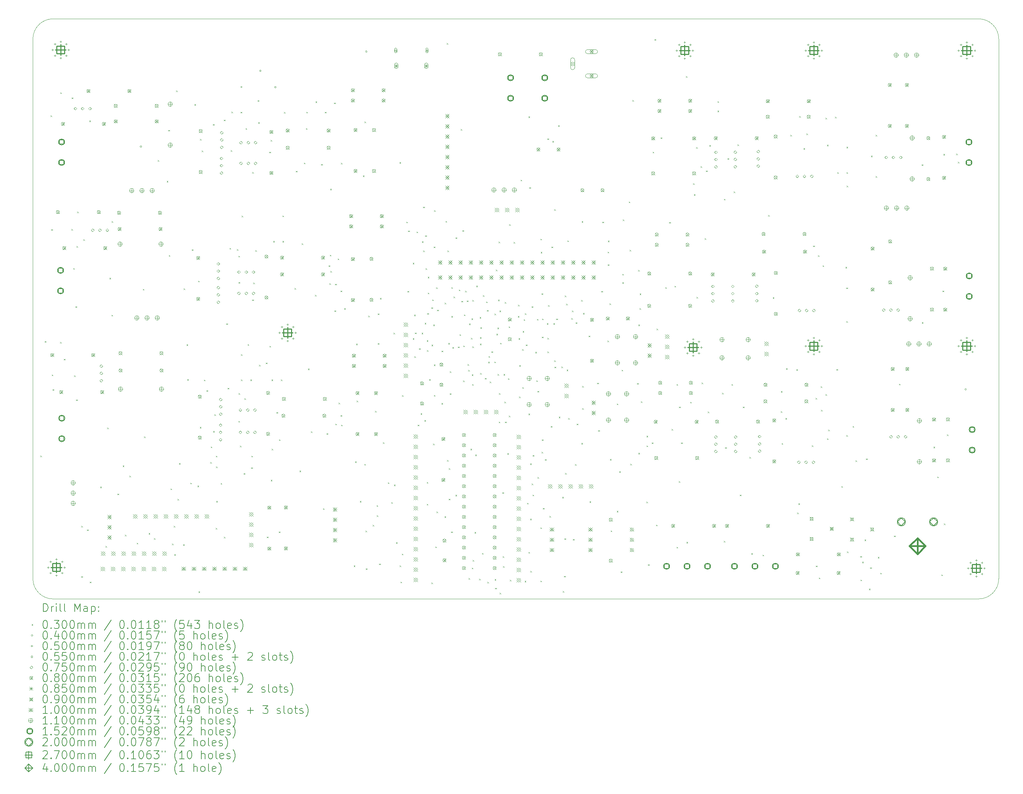
<source format=gbr>
%TF.GenerationSoftware,KiCad,Pcbnew,9.0.2*%
%TF.CreationDate,2025-09-14T19:20:07+01:00*%
%TF.ProjectId,ESP_IOBoard_V4,4553505f-494f-4426-9f61-72645f56342e,rev?*%
%TF.SameCoordinates,Original*%
%TF.FileFunction,Drillmap*%
%TF.FilePolarity,Positive*%
%FSLAX45Y45*%
G04 Gerber Fmt 4.5, Leading zero omitted, Abs format (unit mm)*
G04 Created by KiCad (PCBNEW 9.0.2) date 2025-09-14 19:20:07*
%MOMM*%
%LPD*%
G01*
G04 APERTURE LIST*
%ADD10C,0.038100*%
%ADD11C,0.200000*%
%ADD12C,0.100000*%
%ADD13C,0.110000*%
%ADD14C,0.152000*%
%ADD15C,0.270000*%
%ADD16C,0.400000*%
G04 APERTURE END LIST*
D10*
X26187400Y-15611220D02*
G75*
G02*
X25687400Y-16111220I-500000J0D01*
G01*
X2222500Y-2217040D02*
G75*
G02*
X2722500Y-1717040I500000J0D01*
G01*
X2722500Y-1717040D02*
X25687400Y-1717040D01*
X25687400Y-1717040D02*
G75*
G02*
X26187400Y-2217040I0J-500000D01*
G01*
X2722500Y-16111220D02*
G75*
G02*
X2222500Y-15611220I0J500000D01*
G01*
X26187400Y-2217040D02*
X26187400Y-15611220D01*
X2222500Y-15611220D02*
X2222500Y-2217040D01*
X25687400Y-16111220D02*
X2722500Y-16111220D01*
D11*
D12*
X2408160Y-12555460D02*
X2438160Y-12585460D01*
X2438160Y-12555460D02*
X2408160Y-12585460D01*
X2517380Y-9713200D02*
X2547380Y-9743200D01*
X2547380Y-9713200D02*
X2517380Y-9743200D01*
X2659620Y-4112500D02*
X2689620Y-4142500D01*
X2689620Y-4112500D02*
X2659620Y-4142500D01*
X2677220Y-6935720D02*
X2707220Y-6965720D01*
X2707220Y-6935720D02*
X2677220Y-6965720D01*
X2692320Y-10543780D02*
X2722320Y-10573780D01*
X2722320Y-10543780D02*
X2692320Y-10573780D01*
X2712960Y-10907000D02*
X2742960Y-10937000D01*
X2742960Y-10907000D02*
X2712960Y-10937000D01*
X2898380Y-9736060D02*
X2928380Y-9766060D01*
X2928380Y-9736060D02*
X2898380Y-9766060D01*
X2900920Y-3543540D02*
X2930920Y-3573540D01*
X2930920Y-3543540D02*
X2900920Y-3573540D01*
X2989820Y-10155160D02*
X3019820Y-10185160D01*
X3019820Y-10155160D02*
X2989820Y-10185160D01*
X3177780Y-6934440D02*
X3207780Y-6964440D01*
X3207780Y-6934440D02*
X3177780Y-6964440D01*
X3187940Y-3670540D02*
X3217940Y-3700540D01*
X3217940Y-3670540D02*
X3187940Y-3700540D01*
X3223500Y-7902180D02*
X3253500Y-7932180D01*
X3253500Y-7902180D02*
X3223500Y-7932180D01*
X3243820Y-10564100D02*
X3273820Y-10594100D01*
X3273820Y-10564100D02*
X3243820Y-10594100D01*
X3279380Y-8849600D02*
X3309380Y-8879600D01*
X3309380Y-8849600D02*
X3279380Y-8879600D01*
X3294620Y-11163540D02*
X3324620Y-11193540D01*
X3324620Y-11163540D02*
X3294620Y-11193540D01*
X3304780Y-7356080D02*
X3334780Y-7386080D01*
X3334780Y-7356080D02*
X3304780Y-7386080D01*
X3322560Y-6500100D02*
X3352560Y-6530100D01*
X3352560Y-6500100D02*
X3322560Y-6530100D01*
X3424160Y-14297900D02*
X3454160Y-14327900D01*
X3454160Y-14297900D02*
X3424160Y-14327900D01*
X3424160Y-15547580D02*
X3454160Y-15577580D01*
X3454160Y-15547580D02*
X3424160Y-15577580D01*
X3473690Y-7187170D02*
X3503690Y-7217170D01*
X3503690Y-7187170D02*
X3473690Y-7217170D01*
X3568940Y-14386800D02*
X3598940Y-14416800D01*
X3598940Y-14386800D02*
X3568940Y-14416800D01*
X3622280Y-4242040D02*
X3652280Y-4272040D01*
X3652280Y-4242040D02*
X3622280Y-4272040D01*
X3634980Y-15684740D02*
X3664980Y-15714740D01*
X3664980Y-15684740D02*
X3634980Y-15714740D01*
X3891520Y-13325080D02*
X3921520Y-13355080D01*
X3921520Y-13325080D02*
X3891520Y-13355080D01*
X4026140Y-14798280D02*
X4056140Y-14828280D01*
X4056140Y-14798280D02*
X4026140Y-14828280D01*
X4064560Y-11859500D02*
X4094560Y-11889500D01*
X4094560Y-11859500D02*
X4064560Y-11889500D01*
X4120880Y-8143437D02*
X4150880Y-8173437D01*
X4150880Y-8143437D02*
X4120880Y-8173437D01*
X4173460Y-9062960D02*
X4203460Y-9092960D01*
X4203460Y-9062960D02*
X4173460Y-9092960D01*
X4176000Y-6736320D02*
X4206000Y-6766320D01*
X4206000Y-6736320D02*
X4176000Y-6766320D01*
X4318240Y-13497800D02*
X4348240Y-13527800D01*
X4348240Y-13497800D02*
X4318240Y-13527800D01*
X4450320Y-12801840D02*
X4480320Y-12831840D01*
X4480320Y-12801840D02*
X4450320Y-12831840D01*
X4508740Y-14518880D02*
X4538740Y-14548880D01*
X4538740Y-14518880D02*
X4508740Y-14548880D01*
X4615420Y-13055840D02*
X4645420Y-13085840D01*
X4645420Y-13055840D02*
X4615420Y-13085840D01*
X4798300Y-14717000D02*
X4828300Y-14747000D01*
X4828300Y-14717000D02*
X4798300Y-14747000D01*
X4950100Y-8418000D02*
X4980100Y-8448000D01*
X4980100Y-8418000D02*
X4950100Y-8448000D01*
X4979560Y-12080040D02*
X5009560Y-12110040D01*
X5009560Y-12080040D02*
X4979560Y-12110040D01*
X5094600Y-14474920D02*
X5124600Y-14504920D01*
X5124600Y-14474920D02*
X5094600Y-14504920D01*
X5225020Y-14605240D02*
X5255020Y-14635240D01*
X5255020Y-14605240D02*
X5225020Y-14635240D01*
X5319000Y-5222480D02*
X5349000Y-5252480D01*
X5349000Y-5222480D02*
X5319000Y-5252480D01*
X5542520Y-5740640D02*
X5572520Y-5770640D01*
X5572520Y-5740640D02*
X5542520Y-5770640D01*
X5580620Y-4473180D02*
X5610620Y-4503180D01*
X5610620Y-4473180D02*
X5580620Y-4503180D01*
X5595860Y-7582140D02*
X5625860Y-7612140D01*
X5625860Y-7582140D02*
X5595860Y-7612140D01*
X5636500Y-13370800D02*
X5666500Y-13400800D01*
X5666500Y-13370800D02*
X5636500Y-13400800D01*
X5674600Y-14739860D02*
X5704600Y-14769860D01*
X5704600Y-14739860D02*
X5674600Y-14769860D01*
X5715240Y-14298880D02*
X5745240Y-14328880D01*
X5745240Y-14298880D02*
X5715240Y-14328880D01*
X5730480Y-15001480D02*
X5760480Y-15031480D01*
X5760480Y-15001480D02*
X5730480Y-15031480D01*
X5778740Y-3495280D02*
X5808740Y-3525280D01*
X5808740Y-3495280D02*
X5778740Y-3525280D01*
X5809220Y-13632420D02*
X5839220Y-13662420D01*
X5839220Y-13632420D02*
X5809220Y-13662420D01*
X5849860Y-12740880D02*
X5879860Y-12770880D01*
X5879860Y-12740880D02*
X5849860Y-12770880D01*
X5948920Y-14755100D02*
X5978920Y-14785100D01*
X5978920Y-14755100D02*
X5948920Y-14785100D01*
X5964160Y-8407640D02*
X5994160Y-8437640D01*
X5994160Y-8407640D02*
X5964160Y-8437640D01*
X6035280Y-9794480D02*
X6065280Y-9824480D01*
X6065280Y-9794480D02*
X6035280Y-9824480D01*
X6053060Y-10658080D02*
X6083060Y-10688080D01*
X6083060Y-10658080D02*
X6053060Y-10688080D01*
X6129260Y-13228560D02*
X6159260Y-13258560D01*
X6159260Y-13228560D02*
X6129260Y-13258560D01*
X6167360Y-7437360D02*
X6197360Y-7467360D01*
X6197360Y-7437360D02*
X6167360Y-7467360D01*
X6228320Y-3835640D02*
X6258320Y-3865640D01*
X6258320Y-3835640D02*
X6228320Y-3865640D01*
X6307060Y-13297860D02*
X6337060Y-13327860D01*
X6337060Y-13297860D02*
X6307060Y-13327860D01*
X6322300Y-8217140D02*
X6352300Y-8247140D01*
X6352300Y-8217140D02*
X6322300Y-8247140D01*
X6332460Y-15926040D02*
X6362460Y-15956040D01*
X6362460Y-15926040D02*
X6332460Y-15956040D01*
X6365800Y-11844260D02*
X6395800Y-11874260D01*
X6395800Y-11844260D02*
X6365800Y-11874260D01*
X6370560Y-4696700D02*
X6400560Y-4726700D01*
X6400560Y-4696700D02*
X6370560Y-4726700D01*
X6413740Y-4983720D02*
X6443740Y-5013720D01*
X6443740Y-4983720D02*
X6413740Y-5013720D01*
X6465750Y-10670820D02*
X6495750Y-10700820D01*
X6495750Y-10670820D02*
X6465750Y-10700820D01*
X6530580Y-10932400D02*
X6560580Y-10962400D01*
X6560580Y-10932400D02*
X6530580Y-10962400D01*
X6624560Y-12715480D02*
X6654560Y-12745480D01*
X6654560Y-12715480D02*
X6624560Y-12745480D01*
X6637260Y-12329400D02*
X6667260Y-12359400D01*
X6667260Y-12329400D02*
X6637260Y-12359400D01*
X6693140Y-4330940D02*
X6723140Y-4360940D01*
X6723140Y-4330940D02*
X6693140Y-4360940D01*
X6695680Y-11943320D02*
X6725680Y-11973320D01*
X6725680Y-11943320D02*
X6695680Y-11973320D01*
X6726160Y-11529300D02*
X6756160Y-11559300D01*
X6756160Y-11529300D02*
X6726160Y-11559300D01*
X6759180Y-14351240D02*
X6789180Y-14381240D01*
X6789180Y-14351240D02*
X6759180Y-14381240D01*
X6761720Y-12560540D02*
X6791720Y-12590540D01*
X6791720Y-12560540D02*
X6761720Y-12590540D01*
X6769340Y-12824700D02*
X6799340Y-12854700D01*
X6799340Y-12824700D02*
X6769340Y-12854700D01*
X6771100Y-13679310D02*
X6801100Y-13709310D01*
X6801100Y-13679310D02*
X6771100Y-13709310D01*
X6881100Y-13236180D02*
X6911100Y-13266180D01*
X6911100Y-13236180D02*
X6881100Y-13266180D01*
X6959840Y-4220940D02*
X6989840Y-4250940D01*
X6989840Y-4220940D02*
X6959840Y-4250940D01*
X6959840Y-14569680D02*
X6989840Y-14599680D01*
X6989840Y-14569680D02*
X6959840Y-14599680D01*
X7019530Y-9275050D02*
X7049530Y-9305050D01*
X7049530Y-9275050D02*
X7019530Y-9305050D01*
X7056360Y-10875900D02*
X7086360Y-10905900D01*
X7086360Y-10875900D02*
X7056360Y-10905900D01*
X7102080Y-7404340D02*
X7132080Y-7434340D01*
X7132080Y-7404340D02*
X7102080Y-7434340D01*
X7133507Y-4977693D02*
X7163507Y-5007693D01*
X7163507Y-4977693D02*
X7133507Y-5007693D01*
X7146722Y-4021100D02*
X7176722Y-4051100D01*
X7176722Y-4021100D02*
X7146722Y-4051100D01*
X7282420Y-7432280D02*
X7312420Y-7462280D01*
X7312420Y-7432280D02*
X7282420Y-7462280D01*
X7320520Y-7597380D02*
X7350520Y-7627380D01*
X7350520Y-7597380D02*
X7320520Y-7627380D01*
X7323060Y-11696940D02*
X7353060Y-11726940D01*
X7353060Y-11696940D02*
X7323060Y-11726940D01*
X7328140Y-8250160D02*
X7358140Y-8280160D01*
X7358140Y-8250160D02*
X7328140Y-8280160D01*
X7328140Y-11003520D02*
X7358140Y-11033520D01*
X7358140Y-11003520D02*
X7328140Y-11033520D01*
X7358620Y-12309080D02*
X7388620Y-12339080D01*
X7388620Y-12309080D02*
X7358620Y-12339080D01*
X7376722Y-3391100D02*
X7406722Y-3421100D01*
X7406722Y-3391100D02*
X7376722Y-3421100D01*
X7376722Y-4026140D02*
X7406722Y-4056140D01*
X7406722Y-4026140D02*
X7376722Y-4056140D01*
X7386560Y-10038280D02*
X7416560Y-10068280D01*
X7416560Y-10038280D02*
X7386560Y-10068280D01*
X7386560Y-10668280D02*
X7416560Y-10698280D01*
X7416560Y-10668280D02*
X7386560Y-10698280D01*
X7404340Y-6604200D02*
X7434340Y-6634200D01*
X7434340Y-6604200D02*
X7404340Y-6634200D01*
X7455140Y-12989800D02*
X7485140Y-13019800D01*
X7485140Y-12989800D02*
X7455140Y-13019800D01*
X7471320Y-11130520D02*
X7501320Y-11160520D01*
X7501320Y-11130520D02*
X7471320Y-11160520D01*
X7498320Y-4432540D02*
X7528320Y-4462540D01*
X7528320Y-4432540D02*
X7498320Y-4462540D01*
X7549120Y-9791940D02*
X7579120Y-9821940D01*
X7579120Y-9791940D02*
X7549120Y-9821940D01*
X7616560Y-10668280D02*
X7646560Y-10698280D01*
X7646560Y-10668280D02*
X7616560Y-10698280D01*
X7638020Y-12847560D02*
X7668020Y-12877560D01*
X7668020Y-12847560D02*
X7638020Y-12877560D01*
X7643100Y-12560540D02*
X7673100Y-12590540D01*
X7673100Y-12560540D02*
X7643100Y-12590540D01*
X7663420Y-5517120D02*
X7693420Y-5547120D01*
X7693420Y-5517120D02*
X7663420Y-5547120D01*
X7665960Y-8681960D02*
X7695960Y-8711960D01*
X7695960Y-8681960D02*
X7665960Y-8711960D01*
X7688820Y-8262080D02*
X7718820Y-8292080D01*
X7718820Y-8262080D02*
X7688820Y-8292080D01*
X7739620Y-7460220D02*
X7769620Y-7490220D01*
X7769620Y-7460220D02*
X7739620Y-7490220D01*
X7798040Y-3736580D02*
X7828040Y-3766580D01*
X7828040Y-3736580D02*
X7798040Y-3766580D01*
X7813280Y-4282680D02*
X7843280Y-4312680D01*
X7843280Y-4282680D02*
X7813280Y-4312680D01*
X7833600Y-10302480D02*
X7863600Y-10332480D01*
X7863600Y-10302480D02*
X7833600Y-10332480D01*
X8001240Y-10246600D02*
X8031240Y-10276600D01*
X8031240Y-10246600D02*
X8001240Y-10276600D01*
X8026640Y-14567140D02*
X8056640Y-14597140D01*
X8056640Y-14567140D02*
X8026640Y-14597140D01*
X8087600Y-5016740D02*
X8117600Y-5046740D01*
X8117600Y-5016740D02*
X8087600Y-5046740D01*
X8092680Y-9832580D02*
X8122680Y-9862580D01*
X8122680Y-9832580D02*
X8092680Y-9862580D01*
X8123160Y-4724640D02*
X8153160Y-4754640D01*
X8153160Y-4724640D02*
X8123160Y-4754640D01*
X8125700Y-13157440D02*
X8155700Y-13187440D01*
X8155700Y-13157440D02*
X8125700Y-13187440D01*
X8144620Y-10668320D02*
X8174620Y-10698320D01*
X8174620Y-10668320D02*
X8144620Y-10698320D01*
X8148560Y-12387820D02*
X8178560Y-12417820D01*
X8178560Y-12387820D02*
X8148560Y-12417820D01*
X8185260Y-7229120D02*
X8215260Y-7259120D01*
X8215260Y-7229120D02*
X8185260Y-7259120D01*
X8265400Y-11475960D02*
X8295400Y-11505960D01*
X8295400Y-11475960D02*
X8265400Y-11505960D01*
X8326360Y-14440140D02*
X8356360Y-14470140D01*
X8356360Y-14440140D02*
X8326360Y-14470140D01*
X8328900Y-12151600D02*
X8358900Y-12181600D01*
X8358900Y-12151600D02*
X8328900Y-12181600D01*
X8374620Y-10668320D02*
X8404620Y-10698320D01*
X8404620Y-10668320D02*
X8374620Y-10698320D01*
X8415260Y-6599120D02*
X8445260Y-6629120D01*
X8445260Y-6599120D02*
X8415260Y-6629120D01*
X8415260Y-7229120D02*
X8445260Y-7259120D01*
X8445260Y-7229120D02*
X8415260Y-7259120D01*
X8452047Y-4028720D02*
X8482047Y-4058720D01*
X8482047Y-4028720D02*
X8452047Y-4058720D01*
X8712440Y-8400020D02*
X8742440Y-8430020D01*
X8742440Y-8400020D02*
X8712440Y-8430020D01*
X8748000Y-5489180D02*
X8778000Y-5519180D01*
X8778000Y-5489180D02*
X8748000Y-5519180D01*
X8836900Y-12928840D02*
X8866900Y-12958840D01*
X8866900Y-12928840D02*
X8836900Y-12958840D01*
X8890240Y-7290040D02*
X8920240Y-7320040D01*
X8920240Y-7290040D02*
X8890240Y-7320040D01*
X8948660Y-5285980D02*
X8978660Y-5315980D01*
X8978660Y-5285980D02*
X8948660Y-5315980D01*
X8999460Y-4432540D02*
X9029460Y-4462540D01*
X9029460Y-4432540D02*
X8999460Y-4462540D01*
X9006890Y-4026180D02*
X9036890Y-4056180D01*
X9036890Y-4026180D02*
X9006890Y-4056180D01*
X9048500Y-10395190D02*
X9078500Y-10425190D01*
X9078500Y-10395190D02*
X9048500Y-10425190D01*
X9121380Y-11953480D02*
X9151380Y-11983480D01*
X9151380Y-11953480D02*
X9121380Y-11983480D01*
X9222980Y-8567660D02*
X9252980Y-8597660D01*
X9252980Y-8567660D02*
X9222980Y-8597660D01*
X9236890Y-3764520D02*
X9266890Y-3794520D01*
X9266890Y-3764520D02*
X9236890Y-3794520D01*
X9375380Y-5321540D02*
X9405380Y-5351540D01*
X9405380Y-5321540D02*
X9375380Y-5351540D01*
X9421100Y-13863560D02*
X9451100Y-13893560D01*
X9451100Y-13863560D02*
X9421100Y-13893560D01*
X9466890Y-4026180D02*
X9496890Y-4056180D01*
X9496890Y-4026180D02*
X9466890Y-4056180D01*
X9510000Y-12001740D02*
X9540000Y-12031740D01*
X9540000Y-12001740D02*
X9510000Y-12031740D01*
X9560800Y-7833600D02*
X9590800Y-7863600D01*
X9590800Y-7833600D02*
X9560800Y-7863600D01*
X9578929Y-8277962D02*
X9608929Y-8307962D01*
X9608929Y-8277962D02*
X9578929Y-8307962D01*
X9591280Y-7571980D02*
X9621280Y-7601980D01*
X9621280Y-7571980D02*
X9591280Y-7601980D01*
X9598900Y-5936220D02*
X9628900Y-5966220D01*
X9628900Y-5936220D02*
X9598900Y-5966220D01*
X9603360Y-7973300D02*
X9633360Y-8003300D01*
X9633360Y-7973300D02*
X9603360Y-8003300D01*
X9695420Y-3797540D02*
X9725420Y-3827540D01*
X9725420Y-3797540D02*
X9695420Y-3827540D01*
X9705580Y-8951200D02*
X9735580Y-8981200D01*
X9735580Y-8951200D02*
X9705580Y-8981200D01*
X9723360Y-8290800D02*
X9753360Y-8320800D01*
X9753360Y-8290800D02*
X9723360Y-8320800D01*
X9728126Y-11761858D02*
X9758126Y-11791858D01*
X9758126Y-11761858D02*
X9728126Y-11791858D01*
X9786860Y-7665960D02*
X9816860Y-7695960D01*
X9816860Y-7665960D02*
X9786860Y-7695960D01*
X9807180Y-11244820D02*
X9837180Y-11274820D01*
X9837180Y-11244820D02*
X9807180Y-11274820D01*
X9855440Y-8460980D02*
X9885440Y-8490980D01*
X9885440Y-8460980D02*
X9855440Y-8490980D01*
X9855440Y-11552160D02*
X9885440Y-11582160D01*
X9885440Y-11552160D02*
X9855440Y-11582160D01*
X9865600Y-5288520D02*
X9895600Y-5318520D01*
X9895600Y-5288520D02*
X9865600Y-5318520D01*
X9870680Y-11788380D02*
X9900680Y-11818380D01*
X9900680Y-11788380D02*
X9870680Y-11818380D01*
X9946880Y-8895320D02*
X9976880Y-8925320D01*
X9976880Y-8895320D02*
X9946880Y-8925320D01*
X10183100Y-15283420D02*
X10213100Y-15313420D01*
X10213100Y-15283420D02*
X10183100Y-15313420D01*
X10218660Y-12700240D02*
X10248660Y-12730240D01*
X10248660Y-12700240D02*
X10218660Y-12730240D01*
X10244060Y-9776700D02*
X10274060Y-9806700D01*
X10274060Y-9776700D02*
X10244060Y-9806700D01*
X10256760Y-11194020D02*
X10286760Y-11224020D01*
X10286760Y-11194020D02*
X10256760Y-11224020D01*
X10336770Y-13679410D02*
X10366770Y-13709410D01*
X10366770Y-13679410D02*
X10336770Y-13709410D01*
X10411700Y-5605400D02*
X10441700Y-5635400D01*
X10441700Y-5605400D02*
X10411700Y-5635400D01*
X10444720Y-12763740D02*
X10474720Y-12793740D01*
X10474720Y-12763740D02*
X10444720Y-12793740D01*
X10449800Y-4267440D02*
X10479800Y-4297440D01*
X10479800Y-4267440D02*
X10449800Y-4297440D01*
X10475200Y-14419820D02*
X10505200Y-14449820D01*
X10505200Y-14419820D02*
X10475200Y-14449820D01*
X10482820Y-15352000D02*
X10512820Y-15382000D01*
X10512820Y-15352000D02*
X10482820Y-15382000D01*
X10545050Y-9082010D02*
X10575050Y-9112010D01*
X10575050Y-9082010D02*
X10545050Y-9112010D01*
X10655540Y-14275040D02*
X10685540Y-14305040D01*
X10685540Y-14275040D02*
X10655540Y-14305040D01*
X10713960Y-11445480D02*
X10743960Y-11475480D01*
X10743960Y-11445480D02*
X10713960Y-11475480D01*
X10752060Y-13787360D02*
X10782060Y-13817360D01*
X10782060Y-13787360D02*
X10752060Y-13817360D01*
X10757140Y-14036280D02*
X10787140Y-14066280D01*
X10787140Y-14036280D02*
X10757140Y-14066280D01*
X10780000Y-9029940D02*
X10810000Y-9059940D01*
X10810000Y-9029940D02*
X10780000Y-9059940D01*
X10782540Y-9766540D02*
X10812540Y-9796540D01*
X10812540Y-9766540D02*
X10782540Y-9796540D01*
X10815560Y-15235160D02*
X10845560Y-15265160D01*
X10845560Y-15235160D02*
X10815560Y-15265160D01*
X10835880Y-8643860D02*
X10865880Y-8673860D01*
X10865880Y-8643860D02*
X10835880Y-8673860D01*
X10907000Y-12225260D02*
X10937000Y-12255260D01*
X10937000Y-12225260D02*
X10907000Y-12255260D01*
X11032240Y-13218400D02*
X11062240Y-13248400D01*
X11062240Y-13218400D02*
X11032240Y-13248400D01*
X11115280Y-13711160D02*
X11145280Y-13741160D01*
X11145280Y-13711160D02*
X11115280Y-13741160D01*
X11168620Y-9504920D02*
X11198620Y-9534920D01*
X11198620Y-9504920D02*
X11168620Y-9534920D01*
X11181320Y-13274280D02*
X11211320Y-13304280D01*
X11211320Y-13274280D02*
X11181320Y-13304280D01*
X11232120Y-14706840D02*
X11262120Y-14736840D01*
X11262120Y-14706840D02*
X11232120Y-14736840D01*
X11318480Y-5275820D02*
X11348480Y-5305820D01*
X11348480Y-5275820D02*
X11318480Y-5305820D01*
X11321020Y-15283420D02*
X11351020Y-15313420D01*
X11351020Y-15283420D02*
X11321020Y-15313420D01*
X11343880Y-15682200D02*
X11373880Y-15712200D01*
X11373880Y-15682200D02*
X11343880Y-15712200D01*
X11376900Y-14988780D02*
X11406900Y-15018780D01*
X11406900Y-14988780D02*
X11376900Y-15018780D01*
X11379440Y-11056860D02*
X11409440Y-11086860D01*
X11409440Y-11056860D02*
X11379440Y-11086860D01*
X11486120Y-6751560D02*
X11516120Y-6781560D01*
X11516120Y-6751560D02*
X11486120Y-6781560D01*
X11518360Y-8471140D02*
X11548360Y-8501140D01*
X11548360Y-8471140D02*
X11518360Y-8501140D01*
X11534380Y-6970000D02*
X11564380Y-7000000D01*
X11564380Y-6970000D02*
X11534380Y-7000000D01*
X11647720Y-9640810D02*
X11677720Y-9670810D01*
X11677720Y-9640810D02*
X11647720Y-9670810D01*
X11650280Y-7772170D02*
X11680280Y-7802170D01*
X11680280Y-7772170D02*
X11650280Y-7802170D01*
X11681700Y-9057880D02*
X11711700Y-9087880D01*
X11711700Y-9057880D02*
X11681700Y-9087880D01*
X11688050Y-10092930D02*
X11718050Y-10122930D01*
X11718050Y-10092930D02*
X11688050Y-10122930D01*
X11704560Y-9502380D02*
X11734560Y-9532380D01*
X11734560Y-9502380D02*
X11704560Y-9532380D01*
X11742660Y-6997940D02*
X11772660Y-7027940D01*
X11772660Y-6997940D02*
X11742660Y-7027940D01*
X11773140Y-11788380D02*
X11803140Y-11818380D01*
X11803140Y-11788380D02*
X11773140Y-11818380D01*
X11806160Y-9891930D02*
X11836160Y-9921930D01*
X11836160Y-9891930D02*
X11806160Y-9921930D01*
X11844260Y-11506440D02*
X11874260Y-11536440D01*
X11874260Y-11506440D02*
X11844260Y-11536440D01*
X11869660Y-9504920D02*
X11899660Y-9534920D01*
X11899660Y-9504920D02*
X11869660Y-9534920D01*
X11877280Y-7239240D02*
X11907280Y-7269240D01*
X11907280Y-7239240D02*
X11877280Y-7269240D01*
X11905220Y-6378180D02*
X11935220Y-6408180D01*
X11935220Y-6378180D02*
X11905220Y-6408180D01*
X11907760Y-7467840D02*
X11937760Y-7497840D01*
X11937760Y-7467840D02*
X11907760Y-7497840D01*
X11935700Y-11676620D02*
X11965700Y-11706620D01*
X11965700Y-11676620D02*
X11935700Y-11706620D01*
X11945860Y-9263620D02*
X11975860Y-9293620D01*
X11975860Y-9263620D02*
X11945860Y-9293620D01*
X11958560Y-7089380D02*
X11988560Y-7119380D01*
X11988560Y-7089380D02*
X11958560Y-7119380D01*
X11963640Y-7907260D02*
X11993640Y-7937260D01*
X11993640Y-7907260D02*
X11963640Y-7937260D01*
X11994120Y-9692880D02*
X12024120Y-9722880D01*
X12024120Y-9692880D02*
X11994120Y-9722880D01*
X11994120Y-13751800D02*
X12024120Y-13781800D01*
X12024120Y-13751800D02*
X11994120Y-13781800D01*
X11996660Y-13210780D02*
X12026660Y-13240780D01*
X12026660Y-13210780D02*
X11996660Y-13240780D01*
X11999200Y-9936720D02*
X12029200Y-9966720D01*
X12029200Y-9936720D02*
X11999200Y-9966720D01*
X12006720Y-9020303D02*
X12036720Y-9050303D01*
X12036720Y-9020303D02*
X12006720Y-9050303D01*
X12019520Y-8120620D02*
X12049520Y-8150620D01*
X12049520Y-8120620D02*
X12019520Y-8150620D01*
X12020381Y-8512641D02*
X12050381Y-8542641D01*
X12050381Y-8512641D02*
X12020381Y-8542641D01*
X12055080Y-10660620D02*
X12085080Y-10690620D01*
X12085080Y-10660620D02*
X12055080Y-10690620D01*
X12108420Y-8875000D02*
X12138420Y-8905000D01*
X12138420Y-8875000D02*
X12108420Y-8905000D01*
X12110960Y-15704280D02*
X12140960Y-15734280D01*
X12140960Y-15704280D02*
X12110960Y-15734280D01*
X12113500Y-9804640D02*
X12143500Y-9834640D01*
X12143500Y-9804640D02*
X12113500Y-9834640D01*
X12131280Y-8681960D02*
X12161280Y-8711960D01*
X12161280Y-8681960D02*
X12131280Y-8711960D01*
X12154140Y-12260820D02*
X12184140Y-12290820D01*
X12184140Y-12260820D02*
X12154140Y-12290820D01*
X12155410Y-9305530D02*
X12185410Y-9335530D01*
X12185410Y-9305530D02*
X12155410Y-9335530D01*
X12169380Y-7367840D02*
X12199380Y-7397840D01*
X12199380Y-7367840D02*
X12169380Y-7397840D01*
X12174460Y-10294860D02*
X12204460Y-10324860D01*
X12204460Y-10294860D02*
X12174460Y-10324860D01*
X12174460Y-11051780D02*
X12204460Y-11081780D01*
X12204460Y-11051780D02*
X12174460Y-11081780D01*
X12177000Y-6469620D02*
X12207000Y-6499620D01*
X12207000Y-6469620D02*
X12177000Y-6499620D01*
X12208200Y-14810980D02*
X12238200Y-14840980D01*
X12238200Y-14810980D02*
X12208200Y-14840980D01*
X12226760Y-8380740D02*
X12256760Y-8410740D01*
X12256760Y-8380740D02*
X12226760Y-8410740D01*
X12237960Y-13942300D02*
X12267960Y-13972300D01*
X12267960Y-13942300D02*
X12237960Y-13972300D01*
X12253200Y-8935960D02*
X12283200Y-8965960D01*
X12283200Y-8935960D02*
X12253200Y-8965960D01*
X12359880Y-11249900D02*
X12389880Y-11279900D01*
X12389880Y-11249900D02*
X12359880Y-11279900D01*
X12364960Y-9951960D02*
X12394960Y-9981960D01*
X12394960Y-9951960D02*
X12364960Y-9981960D01*
X12436080Y-14064220D02*
X12466080Y-14094220D01*
X12466080Y-14064220D02*
X12436080Y-14094220D01*
X12438620Y-8760700D02*
X12468620Y-8790700D01*
X12468620Y-8760700D02*
X12438620Y-8790700D01*
X12461480Y-6733780D02*
X12491480Y-6763780D01*
X12491480Y-6733780D02*
X12461480Y-6763780D01*
X12489420Y-2319260D02*
X12519420Y-2349260D01*
X12519420Y-2319260D02*
X12489420Y-2349260D01*
X12499580Y-12667220D02*
X12529580Y-12697220D01*
X12529580Y-12667220D02*
X12499580Y-12697220D01*
X12507200Y-7467840D02*
X12537200Y-7497840D01*
X12537200Y-7467840D02*
X12507200Y-7497840D01*
X12530060Y-9761460D02*
X12560060Y-9791460D01*
X12560060Y-9761460D02*
X12530060Y-9791460D01*
X12540220Y-13624800D02*
X12570220Y-13654800D01*
X12570220Y-13624800D02*
X12540220Y-13654800D01*
X12542140Y-12867880D02*
X12572140Y-12897880D01*
X12572140Y-12867880D02*
X12542140Y-12897880D01*
X12568160Y-10462500D02*
X12598160Y-10492500D01*
X12598160Y-10462500D02*
X12568160Y-10492500D01*
X12568160Y-11008600D02*
X12598160Y-11038600D01*
X12598160Y-11008600D02*
X12568160Y-11038600D01*
X12601180Y-14440140D02*
X12631180Y-14470140D01*
X12631180Y-14440140D02*
X12601180Y-14470140D01*
X12603720Y-8378100D02*
X12633720Y-8408100D01*
X12633720Y-8378100D02*
X12603720Y-8408100D01*
X12603820Y-9093440D02*
X12633820Y-9123440D01*
X12633820Y-9093440D02*
X12603820Y-9123440D01*
X12631660Y-9863060D02*
X12661660Y-9893060D01*
X12661660Y-9863060D02*
X12631660Y-9893060D01*
X12662140Y-8610840D02*
X12692140Y-8640840D01*
X12692140Y-8610840D02*
X12662140Y-8640840D01*
X12707860Y-13528280D02*
X12737860Y-13558280D01*
X12737860Y-13528280D02*
X12707860Y-13558280D01*
X12712940Y-7139240D02*
X12742940Y-7169240D01*
X12742940Y-7139240D02*
X12712940Y-7169240D01*
X12771360Y-9850482D02*
X12801360Y-9880482D01*
X12801360Y-9850482D02*
X12771360Y-9880482D01*
X12792481Y-8436520D02*
X12822481Y-8466520D01*
X12822481Y-8436520D02*
X12792481Y-8466520D01*
X12806920Y-9545560D02*
X12836920Y-9575560D01*
X12836920Y-9545560D02*
X12806920Y-9575560D01*
X12837400Y-4450320D02*
X12867400Y-4480320D01*
X12867400Y-4450320D02*
X12837400Y-4480320D01*
X12856131Y-8714040D02*
X12886131Y-8744040D01*
X12886131Y-8714040D02*
X12856131Y-8744040D01*
X12880580Y-6963160D02*
X12910580Y-6993160D01*
X12910580Y-6963160D02*
X12880580Y-6993160D01*
X12895820Y-10691100D02*
X12925820Y-10721100D01*
X12925820Y-10691100D02*
X12895820Y-10721100D01*
X12900636Y-9825514D02*
X12930636Y-9855514D01*
X12930636Y-9825514D02*
X12900636Y-9855514D01*
X12917080Y-9052800D02*
X12947080Y-9082800D01*
X12947080Y-9052800D02*
X12917080Y-9082800D01*
X12947029Y-8465120D02*
X12977029Y-8495120D01*
X12977029Y-8465120D02*
X12947029Y-8495120D01*
X12988645Y-8705975D02*
X13018645Y-8735975D01*
X13018645Y-8705975D02*
X12988645Y-8735975D01*
X13005040Y-10284700D02*
X13035040Y-10314700D01*
X13035040Y-10284700D02*
X13005040Y-10314700D01*
X13025360Y-10429480D02*
X13055360Y-10459480D01*
X13055360Y-10429480D02*
X13025360Y-10459480D01*
X13032980Y-15593300D02*
X13062980Y-15623300D01*
X13062980Y-15593300D02*
X13032980Y-15623300D01*
X13046650Y-9277890D02*
X13076650Y-9307890D01*
X13076650Y-9277890D02*
X13046650Y-9307890D01*
X13078700Y-12385280D02*
X13108700Y-12415280D01*
X13108700Y-12385280D02*
X13078700Y-12415280D01*
X13091400Y-9635560D02*
X13121400Y-9665560D01*
X13121400Y-9635560D02*
X13091400Y-9665560D01*
X13105700Y-9151332D02*
X13135700Y-9181332D01*
X13135700Y-9151332D02*
X13105700Y-9181332D01*
X13111720Y-10538700D02*
X13141720Y-10568700D01*
X13141720Y-10538700D02*
X13111720Y-10568700D01*
X13114260Y-15336760D02*
X13144260Y-15366760D01*
X13144260Y-15336760D02*
X13114260Y-15366760D01*
X13120800Y-10781080D02*
X13150800Y-10811080D01*
X13150800Y-10781080D02*
X13120800Y-10811080D01*
X13126960Y-8694660D02*
X13156960Y-8724660D01*
X13156960Y-8694660D02*
X13126960Y-8724660D01*
X13126960Y-9847820D02*
X13156960Y-9877820D01*
X13156960Y-9847820D02*
X13126960Y-9877820D01*
X13132040Y-15146260D02*
X13162040Y-15176260D01*
X13162040Y-15146260D02*
X13132040Y-15176260D01*
X13180300Y-14450300D02*
X13210300Y-14480300D01*
X13210300Y-14450300D02*
X13180300Y-14480300D01*
X13198700Y-12530060D02*
X13228700Y-12560060D01*
X13228700Y-12530060D02*
X13198700Y-12560060D01*
X13225080Y-8340720D02*
X13255080Y-8370720D01*
X13255080Y-8340720D02*
X13225080Y-8370720D01*
X13294600Y-15613620D02*
X13324600Y-15643620D01*
X13324600Y-15613620D02*
X13294600Y-15643620D01*
X13308576Y-9116747D02*
X13338576Y-9146747D01*
X13338576Y-9116747D02*
X13308576Y-9146747D01*
X13314920Y-9619220D02*
X13344920Y-9649220D01*
X13344920Y-9619220D02*
X13314920Y-9649220D01*
X13317300Y-9776700D02*
X13347300Y-9806700D01*
X13347300Y-9776700D02*
X13317300Y-9806700D01*
X13322540Y-10508220D02*
X13352540Y-10538220D01*
X13352540Y-10508220D02*
X13322540Y-10538220D01*
X13323480Y-9372840D02*
X13353480Y-9402840D01*
X13353480Y-9372840D02*
X13323480Y-9402840D01*
X13368260Y-14973540D02*
X13398260Y-15003540D01*
X13398260Y-14973540D02*
X13368260Y-15003540D01*
X13388580Y-8576060D02*
X13418580Y-8606060D01*
X13418580Y-8576060D02*
X13388580Y-8606060D01*
X13441071Y-10630109D02*
X13471071Y-10660109D01*
X13471071Y-10630109D02*
X13441071Y-10660109D01*
X13469860Y-8732760D02*
X13499860Y-8762760D01*
X13499860Y-8732760D02*
X13469860Y-8762760D01*
X13491206Y-8943960D02*
X13521206Y-8973960D01*
X13521206Y-8943960D02*
X13491206Y-8973960D01*
X13497800Y-15689820D02*
X13527800Y-15719820D01*
X13527800Y-15689820D02*
X13497800Y-15719820D01*
X13518138Y-10225500D02*
X13548138Y-10255500D01*
X13548138Y-10225500D02*
X13518138Y-10255500D01*
X13527400Y-10088718D02*
X13557400Y-10118718D01*
X13557400Y-10088718D02*
X13527400Y-10118718D01*
X13555434Y-10715646D02*
X13585434Y-10745646D01*
X13585434Y-10715646D02*
X13555434Y-10745646D01*
X13601420Y-9967078D02*
X13631420Y-9997078D01*
X13631420Y-9967078D02*
X13601420Y-9997078D01*
X13671829Y-10221885D02*
X13701829Y-10251885D01*
X13701829Y-10221885D02*
X13671829Y-10251885D01*
X13678140Y-9035020D02*
X13708140Y-9065020D01*
X13708140Y-9035020D02*
X13678140Y-9065020D01*
X13680680Y-15618700D02*
X13710680Y-15648700D01*
X13710680Y-15618700D02*
X13680680Y-15648700D01*
X13693380Y-15834600D02*
X13723380Y-15864600D01*
X13723380Y-15834600D02*
X13693380Y-15864600D01*
X13708620Y-7940280D02*
X13738620Y-7970280D01*
X13738620Y-7940280D02*
X13708620Y-7970280D01*
X13723760Y-9532860D02*
X13753760Y-9562860D01*
X13753760Y-9532860D02*
X13723760Y-9562860D01*
X13746720Y-9379641D02*
X13776720Y-9409641D01*
X13776720Y-9379641D02*
X13746720Y-9409641D01*
X13751945Y-10529925D02*
X13781945Y-10559925D01*
X13781945Y-10529925D02*
X13751945Y-10559925D01*
X13764500Y-8685340D02*
X13794500Y-8715340D01*
X13794500Y-8685340D02*
X13764500Y-8715340D01*
X13779740Y-7246860D02*
X13809740Y-7276860D01*
X13809740Y-7246860D02*
X13779740Y-7276860D01*
X13782585Y-11711400D02*
X13812585Y-11741400D01*
X13812585Y-11711400D02*
X13782585Y-11741400D01*
X13784820Y-11003520D02*
X13814820Y-11033520D01*
X13814820Y-11003520D02*
X13784820Y-11033520D01*
X13799209Y-8955224D02*
X13829209Y-8985224D01*
X13829209Y-8955224D02*
X13799209Y-8985224D01*
X13805140Y-15956520D02*
X13835140Y-15986520D01*
X13835140Y-15956520D02*
X13805140Y-15986520D01*
X13816080Y-9756380D02*
X13846080Y-9786380D01*
X13846080Y-9756380D02*
X13816080Y-9786380D01*
X13869910Y-13466050D02*
X13899910Y-13496050D01*
X13899910Y-13466050D02*
X13869910Y-13496050D01*
X13878020Y-15052280D02*
X13908020Y-15082280D01*
X13908020Y-15052280D02*
X13878020Y-15082280D01*
X13888960Y-15296120D02*
X13918960Y-15326120D01*
X13918960Y-15296120D02*
X13888960Y-15326120D01*
X13900960Y-10530798D02*
X13930960Y-10560798D01*
X13930960Y-10530798D02*
X13900960Y-10560798D01*
X13922080Y-11219420D02*
X13952080Y-11249420D01*
X13952080Y-11219420D02*
X13922080Y-11249420D01*
X13929600Y-8743960D02*
X13959600Y-8773960D01*
X13959600Y-8743960D02*
X13929600Y-8773960D01*
X13939760Y-11711400D02*
X13969760Y-11741400D01*
X13969760Y-11711400D02*
X13939760Y-11741400D01*
X13993100Y-12494500D02*
X14023100Y-12524500D01*
X14023100Y-12494500D02*
X13993100Y-12524500D01*
X14010960Y-10637860D02*
X14040960Y-10667860D01*
X14040960Y-10637860D02*
X14010960Y-10667860D01*
X14028720Y-9351580D02*
X14058720Y-9381580D01*
X14058720Y-9351580D02*
X14028720Y-9381580D01*
X14032080Y-11563965D02*
X14062080Y-11593965D01*
X14062080Y-11563965D02*
X14032080Y-11593965D01*
X14041360Y-6815060D02*
X14071360Y-6845060D01*
X14071360Y-6815060D02*
X14041360Y-6845060D01*
X14056351Y-15637120D02*
X14086351Y-15667120D01*
X14086351Y-15637120D02*
X14056351Y-15667120D01*
X14148040Y-7254480D02*
X14178040Y-7284480D01*
X14178040Y-7254480D02*
X14148040Y-7284480D01*
X14254670Y-9094380D02*
X14284670Y-9124380D01*
X14284670Y-9094380D02*
X14254670Y-9124380D01*
X14259505Y-8814980D02*
X14289505Y-8844980D01*
X14289505Y-8814980D02*
X14259505Y-8844980D01*
X14271230Y-9643941D02*
X14301230Y-9673941D01*
X14301230Y-9643941D02*
X14271230Y-9673941D01*
X14287740Y-11092420D02*
X14317740Y-11122420D01*
X14317740Y-11092420D02*
X14287740Y-11122420D01*
X14291060Y-10312640D02*
X14321060Y-10342640D01*
X14321060Y-10312640D02*
X14291060Y-10342640D01*
X14323300Y-5710160D02*
X14353300Y-5740160D01*
X14353300Y-5710160D02*
X14323300Y-5740160D01*
X14364144Y-9915645D02*
X14394144Y-9945645D01*
X14394144Y-9915645D02*
X14364144Y-9945645D01*
X14366480Y-10858740D02*
X14396480Y-10888740D01*
X14396480Y-10858740D02*
X14366480Y-10888740D01*
X14376212Y-9466606D02*
X14406212Y-9496606D01*
X14406212Y-9466606D02*
X14376212Y-9496606D01*
X14398685Y-9173679D02*
X14428685Y-9203679D01*
X14428685Y-9173679D02*
X14398685Y-9203679D01*
X14423630Y-15660610D02*
X14453630Y-15690610D01*
X14453630Y-15660610D02*
X14423630Y-15690610D01*
X14428475Y-9026534D02*
X14458475Y-9056534D01*
X14458475Y-9026534D02*
X14428475Y-9056534D01*
X14452940Y-9799560D02*
X14482940Y-9829560D01*
X14482940Y-9799560D02*
X14452940Y-9829560D01*
X14483320Y-13726400D02*
X14513320Y-13756400D01*
X14513320Y-13726400D02*
X14483320Y-13756400D01*
X14518880Y-4140440D02*
X14548880Y-4170440D01*
X14548880Y-4140440D02*
X14518880Y-4170440D01*
X14518880Y-11513280D02*
X14548880Y-11543280D01*
X14548880Y-11513280D02*
X14518880Y-11543280D01*
X14518880Y-14945600D02*
X14548880Y-14975600D01*
X14548880Y-14945600D02*
X14518880Y-14975600D01*
X14541740Y-5895580D02*
X14571740Y-5925580D01*
X14571740Y-5895580D02*
X14541740Y-5925580D01*
X14559520Y-12748500D02*
X14589520Y-12778500D01*
X14589520Y-12748500D02*
X14559520Y-12778500D01*
X14562840Y-14120100D02*
X14592840Y-14150100D01*
X14592840Y-14120100D02*
X14562840Y-14150100D01*
X14567140Y-15418040D02*
X14597140Y-15448040D01*
X14597140Y-15418040D02*
X14567140Y-15448040D01*
X14597620Y-13248880D02*
X14627620Y-13278880D01*
X14627620Y-13248880D02*
X14597620Y-13278880D01*
X14600160Y-8850540D02*
X14630160Y-8880540D01*
X14630160Y-8850540D02*
X14600160Y-8880540D01*
X14620480Y-13523200D02*
X14650480Y-13553200D01*
X14650480Y-13523200D02*
X14620480Y-13553200D01*
X14623020Y-12542760D02*
X14653020Y-12572760D01*
X14653020Y-12542760D02*
X14623020Y-12572760D01*
X14689060Y-9982440D02*
X14719060Y-10012440D01*
X14719060Y-9982440D02*
X14689060Y-10012440D01*
X14714867Y-10686489D02*
X14744867Y-10716489D01*
X14744867Y-10686489D02*
X14714867Y-10716489D01*
X14728866Y-9165094D02*
X14758866Y-9195094D01*
X14758866Y-9165094D02*
X14728866Y-9195094D01*
X14742400Y-13089320D02*
X14772400Y-13119320D01*
X14772400Y-13089320D02*
X14742400Y-13119320D01*
X14742929Y-10948860D02*
X14772929Y-10978860D01*
X14772929Y-10948860D02*
X14742929Y-10978860D01*
X14813520Y-15659340D02*
X14843520Y-15689340D01*
X14843520Y-15659340D02*
X14813520Y-15689340D01*
X14816060Y-7173820D02*
X14846060Y-7203820D01*
X14846060Y-7173820D02*
X14816060Y-7203820D01*
X14816680Y-14336000D02*
X14846680Y-14366000D01*
X14846680Y-14336000D02*
X14816680Y-14366000D01*
X14823680Y-7500860D02*
X14853680Y-7530860D01*
X14853680Y-7500860D02*
X14823680Y-7530860D01*
X14843900Y-8530500D02*
X14873900Y-8560500D01*
X14873900Y-8530500D02*
X14843900Y-8560500D01*
X14844000Y-12464020D02*
X14874000Y-12494020D01*
X14874000Y-12464020D02*
X14844000Y-12494020D01*
X14852400Y-12154140D02*
X14882400Y-12184140D01*
X14882400Y-12154140D02*
X14852400Y-12184140D01*
X14854160Y-9603980D02*
X14884160Y-9633980D01*
X14884160Y-9603980D02*
X14854160Y-9633980D01*
X14858620Y-9154400D02*
X14888620Y-9184400D01*
X14888620Y-9154400D02*
X14858620Y-9184400D01*
X14877020Y-13853400D02*
X14907020Y-13883400D01*
X14907020Y-13853400D02*
X14877020Y-13883400D01*
X14927040Y-12644360D02*
X14957040Y-12674360D01*
X14957040Y-12644360D02*
X14927040Y-12674360D01*
X14977218Y-9270460D02*
X15007218Y-9300460D01*
X15007218Y-9270460D02*
X14977218Y-9300460D01*
X14986240Y-4686540D02*
X15016240Y-4716540D01*
X15016240Y-4686540D02*
X14986240Y-4716540D01*
X14987118Y-9970778D02*
X15017118Y-10000778D01*
X15017118Y-9970778D02*
X14987118Y-10000778D01*
X14987218Y-9631920D02*
X15017218Y-9661920D01*
X15017218Y-9631920D02*
X14987218Y-9661920D01*
X15006560Y-8822640D02*
X15036560Y-8852640D01*
X15036560Y-8822640D02*
X15006560Y-8852640D01*
X15037040Y-14051520D02*
X15067040Y-14081520D01*
X15067040Y-14051520D02*
X15037040Y-14081520D01*
X15070940Y-11821400D02*
X15100940Y-11851400D01*
X15100940Y-11821400D02*
X15070940Y-11851400D01*
X15090380Y-7368780D02*
X15120380Y-7398780D01*
X15120380Y-7368780D02*
X15090380Y-7398780D01*
X15110700Y-4747500D02*
X15140700Y-4777500D01*
X15140700Y-4747500D02*
X15110700Y-4777500D01*
X15136100Y-9270460D02*
X15166100Y-9300460D01*
X15166100Y-9270460D02*
X15136100Y-9300460D01*
X15156420Y-6444220D02*
X15186420Y-6474220D01*
X15186420Y-6444220D02*
X15156420Y-6474220D01*
X15158520Y-10191612D02*
X15188520Y-10221612D01*
X15188520Y-10191612D02*
X15158520Y-10221612D01*
X15164230Y-10350301D02*
X15194230Y-10380301D01*
X15194230Y-10350301D02*
X15164230Y-10380301D01*
X15208620Y-9157424D02*
X15238620Y-9187424D01*
X15238620Y-9157424D02*
X15208620Y-9187424D01*
X15254460Y-4358880D02*
X15284460Y-4388880D01*
X15284460Y-4358880D02*
X15254460Y-4388880D01*
X15270940Y-11587720D02*
X15300940Y-11617720D01*
X15300940Y-11587720D02*
X15270940Y-11617720D01*
X15336760Y-10345660D02*
X15366760Y-10375660D01*
X15366760Y-10345660D02*
X15336760Y-10375660D01*
X15357080Y-13578300D02*
X15387080Y-13608300D01*
X15387080Y-13578300D02*
X15357080Y-13608300D01*
X15367240Y-15915880D02*
X15397240Y-15945880D01*
X15397240Y-15915880D02*
X15367240Y-15945880D01*
X15402800Y-15539340D02*
X15432800Y-15569340D01*
X15432800Y-15539340D02*
X15402800Y-15569340D01*
X15412960Y-14607780D02*
X15442960Y-14637780D01*
X15442960Y-14607780D02*
X15412960Y-14637780D01*
X15420580Y-8585440D02*
X15450580Y-8615440D01*
X15450580Y-8585440D02*
X15420580Y-8615440D01*
X15428200Y-12985500D02*
X15458200Y-13015500D01*
X15458200Y-12985500D02*
X15428200Y-13015500D01*
X15454653Y-8788880D02*
X15484653Y-8818880D01*
X15484653Y-8788880D02*
X15454653Y-8818880D01*
X15466300Y-10421860D02*
X15496300Y-10451860D01*
X15496300Y-10421860D02*
X15466300Y-10451860D01*
X15484080Y-7216380D02*
X15514080Y-7246380D01*
X15514080Y-7216380D02*
X15484080Y-7246380D01*
X15503850Y-11622588D02*
X15533850Y-11652588D01*
X15533850Y-11622588D02*
X15503850Y-11652588D01*
X15580600Y-9144240D02*
X15610600Y-9174240D01*
X15610600Y-9144240D02*
X15580600Y-9174240D01*
X15595840Y-8958820D02*
X15625840Y-8988820D01*
X15625840Y-8958820D02*
X15595840Y-8988820D01*
X15623810Y-14625530D02*
X15653810Y-14655530D01*
X15653810Y-14625530D02*
X15623810Y-14655530D01*
X15672040Y-12765500D02*
X15702040Y-12795500D01*
X15702040Y-12765500D02*
X15672040Y-12795500D01*
X15692360Y-9248380D02*
X15722360Y-9278380D01*
X15722360Y-9248380D02*
X15692360Y-9278380D01*
X15715220Y-11762980D02*
X15745220Y-11792980D01*
X15745220Y-11762980D02*
X15715220Y-11792980D01*
X15826980Y-8695440D02*
X15856980Y-8725440D01*
X15856980Y-8695440D02*
X15826980Y-8725440D01*
X15829520Y-12240500D02*
X15859520Y-12270500D01*
X15859520Y-12240500D02*
X15829520Y-12270500D01*
X15839680Y-6738860D02*
X15869680Y-6768860D01*
X15869680Y-6738860D02*
X15839680Y-6768860D01*
X15849840Y-10828260D02*
X15879840Y-10858260D01*
X15879840Y-10828260D02*
X15849840Y-10858260D01*
X15849840Y-11376900D02*
X15879840Y-11406900D01*
X15879840Y-11376900D02*
X15849840Y-11406900D01*
X15872700Y-9014700D02*
X15902700Y-9044700D01*
X15902700Y-9014700D02*
X15872700Y-9044700D01*
X16014940Y-9578580D02*
X16044940Y-9608580D01*
X16044940Y-9578580D02*
X16014940Y-9608580D01*
X16032720Y-13688300D02*
X16062720Y-13718300D01*
X16062720Y-13688300D02*
X16032720Y-13718300D01*
X16223220Y-10746980D02*
X16253220Y-10776980D01*
X16253220Y-10746980D02*
X16223220Y-10776980D01*
X16251160Y-11925540D02*
X16281160Y-11955540D01*
X16281160Y-11925540D02*
X16251160Y-11955540D01*
X16326252Y-8468660D02*
X16356252Y-8498660D01*
X16356252Y-8468660D02*
X16326252Y-8498660D01*
X16350220Y-6751560D02*
X16380220Y-6781560D01*
X16380220Y-6751560D02*
X16350220Y-6781560D01*
X16477220Y-9703040D02*
X16507220Y-9733040D01*
X16507220Y-9703040D02*
X16477220Y-9733040D01*
X16482300Y-7495780D02*
X16512300Y-7525780D01*
X16512300Y-7495780D02*
X16482300Y-7525780D01*
X16484940Y-7808200D02*
X16514940Y-7838200D01*
X16514940Y-7808200D02*
X16484940Y-7838200D01*
X16489920Y-7221460D02*
X16519920Y-7251460D01*
X16519920Y-7221460D02*
X16489920Y-7251460D01*
X16528020Y-8781020D02*
X16558020Y-8811020D01*
X16558020Y-8781020D02*
X16528020Y-8811020D01*
X16543260Y-12639280D02*
X16573260Y-12669280D01*
X16573260Y-12639280D02*
X16543260Y-12669280D01*
X16558500Y-14412200D02*
X16588500Y-14442200D01*
X16588500Y-14412200D02*
X16558500Y-14442200D01*
X16710900Y-11265140D02*
X16740900Y-11295140D01*
X16740900Y-11265140D02*
X16710900Y-11295140D01*
X16710900Y-13927840D02*
X16740900Y-13957840D01*
X16740900Y-13927840D02*
X16710900Y-13957840D01*
X16769320Y-12946620D02*
X16799320Y-12976620D01*
X16799320Y-12946620D02*
X16769320Y-12976620D01*
X16807420Y-15428200D02*
X16837420Y-15458200D01*
X16837420Y-15428200D02*
X16807420Y-15458200D01*
X16830280Y-10426940D02*
X16860280Y-10456940D01*
X16860280Y-10426940D02*
X16830280Y-10456940D01*
X16845520Y-8046960D02*
X16875520Y-8076960D01*
X16875520Y-8046960D02*
X16845520Y-8076960D01*
X16845520Y-8255240D02*
X16875520Y-8285240D01*
X16875520Y-8255240D02*
X16845520Y-8285240D01*
X16860760Y-6695680D02*
X16890760Y-6725680D01*
X16890760Y-6695680D02*
X16860760Y-6725680D01*
X17008080Y-6251180D02*
X17038080Y-6281180D01*
X17038080Y-6251180D02*
X17008080Y-6281180D01*
X17028400Y-7450060D02*
X17058400Y-7480060D01*
X17058400Y-7450060D02*
X17028400Y-7480060D01*
X17046180Y-12756120D02*
X17076180Y-12786120D01*
X17076180Y-12756120D02*
X17046180Y-12786120D01*
X17096980Y-3734040D02*
X17126980Y-3764040D01*
X17126980Y-3734040D02*
X17096980Y-3764040D01*
X17216360Y-10754600D02*
X17246360Y-10784600D01*
X17246360Y-10754600D02*
X17216360Y-10784600D01*
X17241760Y-7950440D02*
X17271760Y-7980440D01*
X17271760Y-7950440D02*
X17241760Y-7980440D01*
X17244300Y-9301720D02*
X17274300Y-9331720D01*
X17274300Y-9301720D02*
X17244300Y-9331720D01*
X17244300Y-12489420D02*
X17274300Y-12519420D01*
X17274300Y-12489420D02*
X17244300Y-12519420D01*
X17272240Y-8897860D02*
X17302240Y-8927860D01*
X17302240Y-8897860D02*
X17272240Y-8927860D01*
X17277320Y-8534640D02*
X17307320Y-8564640D01*
X17307320Y-8534640D02*
X17277320Y-8564640D01*
X17310340Y-11209260D02*
X17340340Y-11239260D01*
X17340340Y-11209260D02*
X17310340Y-11239260D01*
X17442420Y-13695920D02*
X17472420Y-13725920D01*
X17472420Y-13695920D02*
X17442420Y-13725920D01*
X17447500Y-12062700D02*
X17477500Y-12092700D01*
X17477500Y-12062700D02*
X17447500Y-12092700D01*
X17447500Y-12304000D02*
X17477500Y-12334000D01*
X17477500Y-12304000D02*
X17447500Y-12334000D01*
X17485600Y-15252940D02*
X17515600Y-15282940D01*
X17515600Y-15252940D02*
X17485600Y-15282940D01*
X17579422Y-12227180D02*
X17609422Y-12257180D01*
X17609422Y-12227180D02*
X17579422Y-12257180D01*
X17599900Y-5016740D02*
X17629900Y-5046740D01*
X17629900Y-5016740D02*
X17599900Y-5046740D01*
X17648160Y-2222740D02*
X17678160Y-2252740D01*
X17678160Y-2222740D02*
X17648160Y-2252740D01*
X17686260Y-14269960D02*
X17716260Y-14299960D01*
X17716260Y-14269960D02*
X17686260Y-14299960D01*
X17698960Y-9403320D02*
X17728960Y-9433320D01*
X17728960Y-9403320D02*
X17698960Y-9433320D01*
X17799720Y-4658600D02*
X17829720Y-4688600D01*
X17829720Y-4658600D02*
X17799720Y-4688600D01*
X17912320Y-8377160D02*
X17942320Y-8407160D01*
X17942320Y-8377160D02*
X17912320Y-8407160D01*
X18011380Y-6759180D02*
X18041380Y-6789180D01*
X18041380Y-6759180D02*
X18011380Y-6789180D01*
X18072340Y-11892520D02*
X18102340Y-11922520D01*
X18102340Y-11892520D02*
X18072340Y-11922520D01*
X18143460Y-8344140D02*
X18173460Y-8374140D01*
X18173460Y-8344140D02*
X18143460Y-8374140D01*
X18194260Y-10780000D02*
X18224260Y-10810000D01*
X18224260Y-10780000D02*
X18194260Y-10810000D01*
X18194260Y-14821140D02*
X18224260Y-14851140D01*
X18224260Y-14821140D02*
X18194260Y-14851140D01*
X18247600Y-13189680D02*
X18277600Y-13219680D01*
X18277600Y-13189680D02*
X18247600Y-13219680D01*
X18257760Y-11340620D02*
X18287760Y-11370620D01*
X18287760Y-11340620D02*
X18257760Y-11370620D01*
X18308560Y-12227180D02*
X18338560Y-12257180D01*
X18338560Y-12227180D02*
X18308560Y-12257180D01*
X18427940Y-3139680D02*
X18457940Y-3169680D01*
X18457940Y-3139680D02*
X18427940Y-3169680D01*
X18438100Y-14699220D02*
X18468100Y-14729220D01*
X18468100Y-14699220D02*
X18438100Y-14729220D01*
X18532080Y-11220620D02*
X18562080Y-11250620D01*
X18562080Y-11220620D02*
X18532080Y-11250620D01*
X18605740Y-5799060D02*
X18635740Y-5829060D01*
X18635740Y-5799060D02*
X18605740Y-5829060D01*
X18626060Y-6068300D02*
X18656060Y-6098300D01*
X18656060Y-6068300D02*
X18626060Y-6098300D01*
X18681160Y-4899900D02*
X18711160Y-4929900D01*
X18711160Y-4899900D02*
X18681160Y-4929900D01*
X18689560Y-8618460D02*
X18719560Y-8648460D01*
X18719560Y-8618460D02*
X18689560Y-8648460D01*
X18791160Y-5377420D02*
X18821160Y-5407420D01*
X18821160Y-5377420D02*
X18791160Y-5407420D01*
X18816560Y-10741900D02*
X18846560Y-10771900D01*
X18846560Y-10741900D02*
X18816560Y-10771900D01*
X18892760Y-7163040D02*
X18922760Y-7193040D01*
X18922760Y-7163040D02*
X18892760Y-7193040D01*
X18925780Y-5481560D02*
X18955780Y-5511560D01*
X18955780Y-5481560D02*
X18925780Y-5511560D01*
X18966420Y-11460720D02*
X18996420Y-11490720D01*
X18996420Y-11460720D02*
X18966420Y-11490720D01*
X19004520Y-4851640D02*
X19034520Y-4881640D01*
X19034520Y-4851640D02*
X19004520Y-4881640D01*
X19210260Y-3763747D02*
X19240260Y-3793747D01*
X19240260Y-3763747D02*
X19210260Y-3793747D01*
X19210260Y-3993747D02*
X19240260Y-4023747D01*
X19240260Y-3993747D02*
X19210260Y-4023747D01*
X19324520Y-10997110D02*
X19354520Y-11027110D01*
X19354520Y-10997110D02*
X19324520Y-11027110D01*
X19365200Y-14671280D02*
X19395200Y-14701280D01*
X19395200Y-14671280D02*
X19365200Y-14701280D01*
X19370280Y-6182600D02*
X19400280Y-6212600D01*
X19400280Y-6182600D02*
X19370280Y-6212600D01*
X19398220Y-12347180D02*
X19428220Y-12377180D01*
X19428220Y-12347180D02*
X19398220Y-12377180D01*
X19461093Y-5174848D02*
X19491093Y-5204848D01*
X19491093Y-5174848D02*
X19461093Y-5204848D01*
X19555700Y-10780000D02*
X19585700Y-10810000D01*
X19585700Y-10780000D02*
X19555700Y-10810000D01*
X19611580Y-5999720D02*
X19641580Y-6029720D01*
X19641580Y-5999720D02*
X19611580Y-6029720D01*
X19705560Y-4831320D02*
X19735560Y-4861320D01*
X19735560Y-4831320D02*
X19705560Y-4861320D01*
X19763980Y-13523200D02*
X19793980Y-13553200D01*
X19793980Y-13523200D02*
X19763980Y-13553200D01*
X19840180Y-11340720D02*
X19870180Y-11370720D01*
X19870180Y-11340720D02*
X19840180Y-11370720D01*
X20000200Y-12588480D02*
X20030200Y-12618480D01*
X20030200Y-12588480D02*
X20000200Y-12618480D01*
X20045920Y-14976080D02*
X20075920Y-15006080D01*
X20075920Y-14976080D02*
X20045920Y-15006080D01*
X20325320Y-15014180D02*
X20355320Y-15044180D01*
X20355320Y-15014180D02*
X20325320Y-15044180D01*
X20465020Y-6586460D02*
X20495020Y-6616460D01*
X20495020Y-6586460D02*
X20465020Y-6616460D01*
X20579320Y-8626080D02*
X20609320Y-8656080D01*
X20609320Y-8626080D02*
X20579320Y-8656080D01*
X20777440Y-11455640D02*
X20807440Y-11485640D01*
X20807440Y-11455640D02*
X20777440Y-11485640D01*
X20784280Y-10955260D02*
X20814280Y-10985260D01*
X20814280Y-10955260D02*
X20784280Y-10985260D01*
X20800300Y-12245580D02*
X20830300Y-12275580D01*
X20830300Y-12245580D02*
X20800300Y-12275580D01*
X20894280Y-11623280D02*
X20924280Y-11653280D01*
X20924280Y-11623280D02*
X20894280Y-11653280D01*
X20909520Y-10386300D02*
X20939520Y-10416300D01*
X20939520Y-10386300D02*
X20909520Y-10416300D01*
X21016200Y-4595538D02*
X21046200Y-4625538D01*
X21046200Y-4595538D02*
X21016200Y-4625538D01*
X21163520Y-10411700D02*
X21193520Y-10441700D01*
X21193520Y-10411700D02*
X21163520Y-10441700D01*
X21186380Y-13970240D02*
X21216380Y-14000240D01*
X21216380Y-13970240D02*
X21186380Y-14000240D01*
X21214320Y-13741640D02*
X21244320Y-13771640D01*
X21244320Y-13741640D02*
X21214320Y-13771640D01*
X21238100Y-4130907D02*
X21268100Y-4160907D01*
X21268100Y-4130907D02*
X21238100Y-4160907D01*
X21341320Y-4927840D02*
X21371320Y-4957840D01*
X21371320Y-4927840D02*
X21341320Y-4957840D01*
X21414980Y-4562080D02*
X21444980Y-4592080D01*
X21444980Y-4562080D02*
X21414980Y-4592080D01*
X21549600Y-12301460D02*
X21579600Y-12331460D01*
X21579600Y-12301460D02*
X21549600Y-12331460D01*
X21582620Y-7344620D02*
X21612620Y-7374620D01*
X21612620Y-7344620D02*
X21582620Y-7374620D01*
X21641040Y-11125440D02*
X21671040Y-11155440D01*
X21671040Y-11125440D02*
X21641040Y-11155440D01*
X21653740Y-15285960D02*
X21683740Y-15315960D01*
X21683740Y-15285960D02*
X21653740Y-15315960D01*
X21704540Y-7587220D02*
X21734540Y-7617220D01*
X21734540Y-7587220D02*
X21704540Y-7617220D01*
X21722320Y-15583140D02*
X21752320Y-15613140D01*
X21752320Y-15583140D02*
X21722320Y-15613140D01*
X21768040Y-10838420D02*
X21798040Y-10868420D01*
X21798040Y-10838420D02*
X21768040Y-10868420D01*
X21778200Y-11420080D02*
X21808200Y-11450080D01*
X21808200Y-11420080D02*
X21778200Y-11450080D01*
X21816300Y-7833600D02*
X21846300Y-7863600D01*
X21846300Y-7833600D02*
X21816300Y-7863600D01*
X21887420Y-4170920D02*
X21917420Y-4200920D01*
X21917420Y-4170920D02*
X21887420Y-4200920D01*
X21889960Y-11028920D02*
X21919960Y-11058920D01*
X21919960Y-11028920D02*
X21889960Y-11058920D01*
X21925520Y-4844020D02*
X21955520Y-4874020D01*
X21955520Y-4844020D02*
X21925520Y-4874020D01*
X21925520Y-12126200D02*
X21955520Y-12156200D01*
X21955520Y-12126200D02*
X21925520Y-12156200D01*
X21956000Y-11912840D02*
X21986000Y-11942840D01*
X21986000Y-11912840D02*
X21956000Y-11942840D01*
X22126180Y-4148687D02*
X22156180Y-4178687D01*
X22156180Y-4148687D02*
X22126180Y-4178687D01*
X22161740Y-10409160D02*
X22191740Y-10439160D01*
X22191740Y-10409160D02*
X22161740Y-10439160D01*
X22180660Y-5524780D02*
X22210660Y-5554780D01*
X22210660Y-5524780D02*
X22180660Y-5554780D01*
X22283660Y-13312380D02*
X22313660Y-13342380D01*
X22313660Y-13312380D02*
X22283660Y-13342380D01*
X22382720Y-7874240D02*
X22412720Y-7904240D01*
X22412720Y-7874240D02*
X22382720Y-7904240D01*
X22404420Y-12045310D02*
X22434420Y-12075310D01*
X22434420Y-12045310D02*
X22404420Y-12075310D01*
X22405580Y-9217900D02*
X22435580Y-9247900D01*
X22435580Y-9217900D02*
X22405580Y-9247900D01*
X22406240Y-8383960D02*
X22436240Y-8413960D01*
X22436240Y-8383960D02*
X22406240Y-8413960D01*
X22410660Y-4894780D02*
X22440660Y-4924780D01*
X22440660Y-4894780D02*
X22410660Y-4924780D01*
X22410660Y-5524780D02*
X22440660Y-5554780D01*
X22440660Y-5524780D02*
X22410660Y-5554780D01*
X22415740Y-5857480D02*
X22445740Y-5887480D01*
X22445740Y-5857480D02*
X22415740Y-5887480D01*
X22423360Y-14935440D02*
X22453360Y-14965440D01*
X22453360Y-14935440D02*
X22423360Y-14965440D01*
X22563060Y-11823940D02*
X22593060Y-11853940D01*
X22593060Y-11823940D02*
X22563060Y-11853940D01*
X22634420Y-12675310D02*
X22664420Y-12705310D01*
X22664420Y-12675310D02*
X22634420Y-12705310D01*
X22751020Y-15049740D02*
X22781020Y-15079740D01*
X22781020Y-15049740D02*
X22751020Y-15079740D01*
X22756100Y-15631400D02*
X22786100Y-15661400D01*
X22786100Y-15631400D02*
X22756100Y-15661400D01*
X22800134Y-15186169D02*
X22830134Y-15216169D01*
X22830134Y-15186169D02*
X22800134Y-15216169D01*
X22857700Y-14635720D02*
X22887700Y-14665720D01*
X22887700Y-14635720D02*
X22857700Y-14665720D01*
X22898340Y-12626580D02*
X22928340Y-12656580D01*
X22928340Y-12626580D02*
X22898340Y-12656580D01*
X22966920Y-15857460D02*
X22996920Y-15887460D01*
X22996920Y-15857460D02*
X22966920Y-15887460D01*
X22997400Y-15326600D02*
X23027400Y-15356600D01*
X23027400Y-15326600D02*
X22997400Y-15356600D01*
X23020260Y-5110720D02*
X23050260Y-5140720D01*
X23050260Y-5110720D02*
X23020260Y-5140720D01*
X23134560Y-4597640D02*
X23164560Y-4627640D01*
X23164560Y-4597640D02*
X23134560Y-4627640D01*
X23134560Y-5618720D02*
X23164560Y-5648720D01*
X23164560Y-5618720D02*
X23134560Y-5648720D01*
X23187900Y-15070060D02*
X23217900Y-15100060D01*
X23217900Y-15070060D02*
X23187900Y-15100060D01*
X23246320Y-15463760D02*
X23276320Y-15493760D01*
X23276320Y-15463760D02*
X23246320Y-15493760D01*
X23591760Y-14539200D02*
X23621760Y-14569200D01*
X23621760Y-14539200D02*
X23591760Y-14569200D01*
X23713680Y-10772380D02*
X23743680Y-10802380D01*
X23743680Y-10772380D02*
X23713680Y-10802380D01*
X24275020Y-5329160D02*
X24305020Y-5359160D01*
X24305020Y-5329160D02*
X24275020Y-5359160D01*
X24278820Y-9242920D02*
X24308820Y-9272920D01*
X24308820Y-9242920D02*
X24278820Y-9272920D01*
X24569660Y-12334480D02*
X24599660Y-12364480D01*
X24599660Y-12334480D02*
X24569660Y-12364480D01*
X24661800Y-13075280D02*
X24691800Y-13105280D01*
X24691800Y-13075280D02*
X24661800Y-13105280D01*
X24762700Y-15506940D02*
X24792700Y-15536940D01*
X24792700Y-15506940D02*
X24762700Y-15536940D01*
X24793180Y-8460980D02*
X24823180Y-8490980D01*
X24823180Y-8460980D02*
X24793180Y-8490980D01*
X24813500Y-5072620D02*
X24843500Y-5102620D01*
X24843500Y-5072620D02*
X24813500Y-5102620D01*
X24828740Y-14242020D02*
X24858740Y-14272020D01*
X24858740Y-14242020D02*
X24828740Y-14272020D01*
X24904940Y-12029680D02*
X24934940Y-12059680D01*
X24934940Y-12029680D02*
X24904940Y-12059680D01*
X25133540Y-5059920D02*
X25163540Y-5089920D01*
X25163540Y-5059920D02*
X25133540Y-5089920D01*
X25171640Y-5265660D02*
X25201640Y-5295660D01*
X25201640Y-5265660D02*
X25171640Y-5295660D01*
X4920930Y-4885690D02*
G75*
G02*
X4880930Y-4885690I-20000J0D01*
G01*
X4880930Y-4885690D02*
G75*
G02*
X4920930Y-4885690I20000J0D01*
G01*
X7886380Y-3007360D02*
G75*
G02*
X7846380Y-3007360I-20000J0D01*
G01*
X7846380Y-3007360D02*
G75*
G02*
X7886380Y-3007360I20000J0D01*
G01*
X8257047Y-3413720D02*
G75*
G02*
X8217047Y-3413720I-20000J0D01*
G01*
X8217047Y-3413720D02*
G75*
G02*
X8257047Y-3413720I20000J0D01*
G01*
X10512740Y-2529840D02*
G75*
G02*
X10472740Y-2529840I-20000J0D01*
G01*
X10472740Y-2529840D02*
G75*
G02*
X10512740Y-2529840I20000J0D01*
G01*
X25384820Y-10910960D02*
G75*
G02*
X25344820Y-10910960I-20000J0D01*
G01*
X25344820Y-10910960D02*
G75*
G02*
X25384820Y-10910960I20000J0D01*
G01*
X2602360Y-15301360D02*
X2602360Y-15351360D01*
X2577360Y-15326360D02*
X2627360Y-15326360D01*
X2661671Y-15158171D02*
X2661671Y-15208171D01*
X2636671Y-15183171D02*
X2686671Y-15183171D01*
X2661671Y-15444549D02*
X2661671Y-15494549D01*
X2636671Y-15469549D02*
X2686671Y-15469549D01*
X2706500Y-2461660D02*
X2706500Y-2511660D01*
X2681500Y-2486660D02*
X2731500Y-2486660D01*
X2765811Y-2318471D02*
X2765811Y-2368471D01*
X2740811Y-2343471D02*
X2790811Y-2343471D01*
X2765811Y-2604849D02*
X2765811Y-2654849D01*
X2740811Y-2629849D02*
X2790811Y-2629849D01*
X2804860Y-15098860D02*
X2804860Y-15148860D01*
X2779860Y-15123860D02*
X2829860Y-15123860D01*
X2804860Y-15503860D02*
X2804860Y-15553860D01*
X2779860Y-15528860D02*
X2829860Y-15528860D01*
X2909000Y-2259160D02*
X2909000Y-2309160D01*
X2884000Y-2284160D02*
X2934000Y-2284160D01*
X2909000Y-2664160D02*
X2909000Y-2714160D01*
X2884000Y-2689160D02*
X2934000Y-2689160D01*
X2948049Y-15158171D02*
X2948049Y-15208171D01*
X2923049Y-15183171D02*
X2973049Y-15183171D01*
X2948049Y-15444549D02*
X2948049Y-15494549D01*
X2923049Y-15469549D02*
X2973049Y-15469549D01*
X3007360Y-15301360D02*
X3007360Y-15351360D01*
X2982360Y-15326360D02*
X3032360Y-15326360D01*
X3052189Y-2318471D02*
X3052189Y-2368471D01*
X3027189Y-2343471D02*
X3077189Y-2343471D01*
X3052189Y-2604849D02*
X3052189Y-2654849D01*
X3027189Y-2629849D02*
X3077189Y-2629849D01*
X3111500Y-2461660D02*
X3111500Y-2511660D01*
X3086500Y-2486660D02*
X3136500Y-2486660D01*
X8336980Y-9479680D02*
X8336980Y-9529680D01*
X8311980Y-9504680D02*
X8361980Y-9504680D01*
X8396291Y-9336491D02*
X8396291Y-9386491D01*
X8371291Y-9361491D02*
X8421291Y-9361491D01*
X8396291Y-9622869D02*
X8396291Y-9672869D01*
X8371291Y-9647869D02*
X8421291Y-9647869D01*
X8539480Y-9277180D02*
X8539480Y-9327180D01*
X8514480Y-9302180D02*
X8564480Y-9302180D01*
X8539480Y-9682180D02*
X8539480Y-9732180D01*
X8514480Y-9707180D02*
X8564480Y-9707180D01*
X8682669Y-9336491D02*
X8682669Y-9386491D01*
X8657669Y-9361491D02*
X8707669Y-9361491D01*
X8682669Y-9622869D02*
X8682669Y-9672869D01*
X8657669Y-9647869D02*
X8707669Y-9647869D01*
X8741980Y-9479680D02*
X8741980Y-9529680D01*
X8716980Y-9504680D02*
X8766980Y-9504680D01*
X18191740Y-2474360D02*
X18191740Y-2524360D01*
X18166740Y-2499360D02*
X18216740Y-2499360D01*
X18251051Y-2331171D02*
X18251051Y-2381171D01*
X18226051Y-2356171D02*
X18276051Y-2356171D01*
X18251051Y-2617549D02*
X18251051Y-2667549D01*
X18226051Y-2642549D02*
X18276051Y-2642549D01*
X18394240Y-2271860D02*
X18394240Y-2321860D01*
X18369240Y-2296860D02*
X18419240Y-2296860D01*
X18394240Y-2676860D02*
X18394240Y-2726860D01*
X18369240Y-2701860D02*
X18419240Y-2701860D01*
X18400460Y-9845440D02*
X18400460Y-9895440D01*
X18375460Y-9870440D02*
X18425460Y-9870440D01*
X18459771Y-9702251D02*
X18459771Y-9752251D01*
X18434771Y-9727251D02*
X18484771Y-9727251D01*
X18459771Y-9988629D02*
X18459771Y-10038629D01*
X18434771Y-10013629D02*
X18484771Y-10013629D01*
X18537429Y-2331171D02*
X18537429Y-2381171D01*
X18512429Y-2356171D02*
X18562429Y-2356171D01*
X18537429Y-2617549D02*
X18537429Y-2667549D01*
X18512429Y-2642549D02*
X18562429Y-2642549D01*
X18596740Y-2474360D02*
X18596740Y-2524360D01*
X18571740Y-2499360D02*
X18621740Y-2499360D01*
X18602960Y-9642940D02*
X18602960Y-9692940D01*
X18577960Y-9667940D02*
X18627960Y-9667940D01*
X18602960Y-10047940D02*
X18602960Y-10097940D01*
X18577960Y-10072940D02*
X18627960Y-10072940D01*
X18746149Y-9702251D02*
X18746149Y-9752251D01*
X18721149Y-9727251D02*
X18771149Y-9727251D01*
X18746149Y-9988629D02*
X18746149Y-10038629D01*
X18721149Y-10013629D02*
X18771149Y-10013629D01*
X18805460Y-9845440D02*
X18805460Y-9895440D01*
X18780460Y-9870440D02*
X18830460Y-9870440D01*
X21392580Y-2474360D02*
X21392580Y-2524360D01*
X21367580Y-2499360D02*
X21417580Y-2499360D01*
X21392580Y-9812420D02*
X21392580Y-9862420D01*
X21367580Y-9837420D02*
X21417580Y-9837420D01*
X21451891Y-2331171D02*
X21451891Y-2381171D01*
X21426891Y-2356171D02*
X21476891Y-2356171D01*
X21451891Y-2617549D02*
X21451891Y-2667549D01*
X21426891Y-2642549D02*
X21476891Y-2642549D01*
X21451891Y-9669231D02*
X21451891Y-9719231D01*
X21426891Y-9694231D02*
X21476891Y-9694231D01*
X21451891Y-9955609D02*
X21451891Y-10005609D01*
X21426891Y-9980609D02*
X21476891Y-9980609D01*
X21595080Y-2271860D02*
X21595080Y-2321860D01*
X21570080Y-2296860D02*
X21620080Y-2296860D01*
X21595080Y-2676860D02*
X21595080Y-2726860D01*
X21570080Y-2701860D02*
X21620080Y-2701860D01*
X21595080Y-9609920D02*
X21595080Y-9659920D01*
X21570080Y-9634920D02*
X21620080Y-9634920D01*
X21595080Y-10014920D02*
X21595080Y-10064920D01*
X21570080Y-10039920D02*
X21620080Y-10039920D01*
X21738269Y-2331171D02*
X21738269Y-2381171D01*
X21713269Y-2356171D02*
X21763269Y-2356171D01*
X21738269Y-2617549D02*
X21738269Y-2667549D01*
X21713269Y-2642549D02*
X21763269Y-2642549D01*
X21738269Y-9669231D02*
X21738269Y-9719231D01*
X21713269Y-9694231D02*
X21763269Y-9694231D01*
X21738269Y-9955609D02*
X21738269Y-10005609D01*
X21713269Y-9980609D02*
X21763269Y-9980609D01*
X21797580Y-2474360D02*
X21797580Y-2524360D01*
X21772580Y-2499360D02*
X21822580Y-2499360D01*
X21797580Y-9812420D02*
X21797580Y-9862420D01*
X21772580Y-9837420D02*
X21822580Y-9837420D01*
X25186391Y-2474360D02*
X25186391Y-2524360D01*
X25161391Y-2499360D02*
X25211391Y-2499360D01*
X25186391Y-9812420D02*
X25186391Y-9862420D01*
X25161391Y-9837420D02*
X25211391Y-9837420D01*
X25245702Y-2331171D02*
X25245702Y-2381171D01*
X25220702Y-2356171D02*
X25270702Y-2356171D01*
X25245702Y-2617549D02*
X25245702Y-2667549D01*
X25220702Y-2642549D02*
X25270702Y-2642549D01*
X25245702Y-9669231D02*
X25245702Y-9719231D01*
X25220702Y-9694231D02*
X25270702Y-9694231D01*
X25245702Y-9955609D02*
X25245702Y-10005609D01*
X25220702Y-9980609D02*
X25270702Y-9980609D01*
X25388891Y-2271860D02*
X25388891Y-2321860D01*
X25363891Y-2296860D02*
X25413891Y-2296860D01*
X25388891Y-2676860D02*
X25388891Y-2726860D01*
X25363891Y-2701860D02*
X25413891Y-2701860D01*
X25388891Y-9609920D02*
X25388891Y-9659920D01*
X25363891Y-9634920D02*
X25413891Y-9634920D01*
X25388891Y-10014920D02*
X25388891Y-10064920D01*
X25363891Y-10039920D02*
X25413891Y-10039920D01*
X25423560Y-15326060D02*
X25423560Y-15376060D01*
X25398560Y-15351060D02*
X25448560Y-15351060D01*
X25482871Y-15182871D02*
X25482871Y-15232871D01*
X25457871Y-15207871D02*
X25507871Y-15207871D01*
X25482871Y-15469249D02*
X25482871Y-15519249D01*
X25457871Y-15494249D02*
X25507871Y-15494249D01*
X25532080Y-2331171D02*
X25532080Y-2381171D01*
X25507080Y-2356171D02*
X25557080Y-2356171D01*
X25532080Y-2617549D02*
X25532080Y-2667549D01*
X25507080Y-2642549D02*
X25557080Y-2642549D01*
X25532080Y-9669231D02*
X25532080Y-9719231D01*
X25507080Y-9694231D02*
X25557080Y-9694231D01*
X25532080Y-9955609D02*
X25532080Y-10005609D01*
X25507080Y-9980609D02*
X25557080Y-9980609D01*
X25591391Y-2474360D02*
X25591391Y-2524360D01*
X25566391Y-2499360D02*
X25616391Y-2499360D01*
X25591391Y-9812420D02*
X25591391Y-9862420D01*
X25566391Y-9837420D02*
X25616391Y-9837420D01*
X25626060Y-15123560D02*
X25626060Y-15173560D01*
X25601060Y-15148560D02*
X25651060Y-15148560D01*
X25626060Y-15528560D02*
X25626060Y-15578560D01*
X25601060Y-15553560D02*
X25651060Y-15553560D01*
X25769249Y-15182871D02*
X25769249Y-15232871D01*
X25744249Y-15207871D02*
X25794249Y-15207871D01*
X25769249Y-15469249D02*
X25769249Y-15519249D01*
X25744249Y-15494249D02*
X25794249Y-15494249D01*
X25828560Y-15326060D02*
X25828560Y-15376060D01*
X25803560Y-15351060D02*
X25853560Y-15351060D01*
X11242786Y-2521226D02*
X11242786Y-2482334D01*
X11203894Y-2482334D01*
X11203894Y-2521226D01*
X11242786Y-2521226D01*
X11250840Y-2534280D02*
X11250840Y-2469280D01*
X11195840Y-2469280D02*
G75*
G02*
X11250840Y-2469280I27500J0D01*
G01*
X11195840Y-2469280D02*
X11195840Y-2534280D01*
X11195840Y-2534280D02*
G75*
G03*
X11250840Y-2534280I27500J0D01*
G01*
X12017786Y-2521226D02*
X12017786Y-2482334D01*
X11978894Y-2482334D01*
X11978894Y-2521226D01*
X12017786Y-2521226D01*
X12025840Y-2534280D02*
X12025840Y-2469280D01*
X11970840Y-2469280D02*
G75*
G02*
X12025840Y-2469280I27500J0D01*
G01*
X11970840Y-2469280D02*
X11970840Y-2534280D01*
X11970840Y-2534280D02*
G75*
G03*
X12025840Y-2534280I27500J0D01*
G01*
X3274060Y-3980020D02*
X3311560Y-3942520D01*
X3274060Y-3905020D01*
X3236560Y-3942520D01*
X3274060Y-3980020D01*
X3451860Y-3980020D02*
X3489360Y-3942520D01*
X3451860Y-3905020D01*
X3414360Y-3942520D01*
X3451860Y-3980020D01*
X3634740Y-3980020D02*
X3672240Y-3942520D01*
X3634740Y-3905020D01*
X3597240Y-3942520D01*
X3634740Y-3980020D01*
X3703460Y-6995840D02*
X3740960Y-6958340D01*
X3703460Y-6920840D01*
X3665960Y-6958340D01*
X3703460Y-6995840D01*
X3881260Y-6995840D02*
X3918760Y-6958340D01*
X3881260Y-6920840D01*
X3843760Y-6958340D01*
X3881260Y-6995840D01*
X3913700Y-10370220D02*
X3951200Y-10332720D01*
X3913700Y-10295220D01*
X3876200Y-10332720D01*
X3913700Y-10370220D01*
X3913700Y-10548020D02*
X3951200Y-10510520D01*
X3913700Y-10473020D01*
X3876200Y-10510520D01*
X3913700Y-10548020D01*
X3913700Y-10730900D02*
X3951200Y-10693400D01*
X3913700Y-10655900D01*
X3876200Y-10693400D01*
X3913700Y-10730900D01*
X4064140Y-6995840D02*
X4101640Y-6958340D01*
X4064140Y-6920840D01*
X4026640Y-6958340D01*
X4064140Y-6995840D01*
X6816920Y-7832760D02*
X6854420Y-7795260D01*
X6816920Y-7757760D01*
X6779420Y-7795260D01*
X6816920Y-7832760D01*
X6816920Y-8010560D02*
X6854420Y-7973060D01*
X6816920Y-7935560D01*
X6779420Y-7973060D01*
X6816920Y-8010560D01*
X6816920Y-8193440D02*
X6854420Y-8155940D01*
X6816920Y-8118440D01*
X6779420Y-8155940D01*
X6816920Y-8193440D01*
X6817360Y-8422040D02*
X6854860Y-8384540D01*
X6817360Y-8347040D01*
X6779860Y-8384540D01*
X6817360Y-8422040D01*
X6817360Y-8599840D02*
X6854860Y-8562340D01*
X6817360Y-8524840D01*
X6779860Y-8562340D01*
X6817360Y-8599840D01*
X6817360Y-8782720D02*
X6854860Y-8745220D01*
X6817360Y-8707720D01*
X6779860Y-8745220D01*
X6817360Y-8782720D01*
X6876100Y-11833260D02*
X6913600Y-11795760D01*
X6876100Y-11758260D01*
X6838600Y-11795760D01*
X6876100Y-11833260D01*
X6876100Y-12011060D02*
X6913600Y-11973560D01*
X6876100Y-11936060D01*
X6838600Y-11973560D01*
X6876100Y-12011060D01*
X6876100Y-12193940D02*
X6913600Y-12156440D01*
X6876100Y-12118940D01*
X6838600Y-12156440D01*
X6876100Y-12193940D01*
X6878320Y-11198260D02*
X6915820Y-11160760D01*
X6878320Y-11123260D01*
X6840820Y-11160760D01*
X6878320Y-11198260D01*
X6878320Y-11376060D02*
X6915820Y-11338560D01*
X6878320Y-11301060D01*
X6840820Y-11338560D01*
X6878320Y-11376060D01*
X6878320Y-11558940D02*
X6915820Y-11521440D01*
X6878320Y-11483940D01*
X6840820Y-11521440D01*
X6878320Y-11558940D01*
X6897370Y-5216560D02*
X6934870Y-5179060D01*
X6897370Y-5141560D01*
X6859870Y-5179060D01*
X6897370Y-5216560D01*
X6897370Y-5394360D02*
X6934870Y-5356860D01*
X6897370Y-5319360D01*
X6859870Y-5356860D01*
X6897370Y-5394360D01*
X6897370Y-5577240D02*
X6934870Y-5539740D01*
X6897370Y-5502240D01*
X6859870Y-5539740D01*
X6897370Y-5577240D01*
X6902450Y-4579020D02*
X6939950Y-4541520D01*
X6902450Y-4504020D01*
X6864950Y-4541520D01*
X6902450Y-4579020D01*
X6902450Y-4756820D02*
X6939950Y-4719320D01*
X6902450Y-4681820D01*
X6864950Y-4719320D01*
X6902450Y-4756820D01*
X6902450Y-4939700D02*
X6939950Y-4902200D01*
X6902450Y-4864700D01*
X6864950Y-4902200D01*
X6902450Y-4939700D01*
X7330440Y-8035520D02*
X7367940Y-7998020D01*
X7330440Y-7960520D01*
X7292940Y-7998020D01*
X7330440Y-8035520D01*
X7330440Y-8561740D02*
X7367940Y-8524240D01*
X7330440Y-8486740D01*
X7292940Y-8524240D01*
X7330440Y-8561740D01*
X7366320Y-11456900D02*
X7403820Y-11419400D01*
X7366320Y-11381900D01*
X7328820Y-11419400D01*
X7366320Y-11456900D01*
X7366320Y-12011060D02*
X7403820Y-11973560D01*
X7366320Y-11936060D01*
X7328820Y-11973560D01*
X7366320Y-12011060D01*
X7381240Y-4824960D02*
X7418740Y-4787460D01*
X7381240Y-4749960D01*
X7343740Y-4787460D01*
X7381240Y-4824960D01*
X7381240Y-5338040D02*
X7418740Y-5300540D01*
X7381240Y-5263040D01*
X7343740Y-5300540D01*
X7381240Y-5338040D01*
X7513320Y-8035520D02*
X7550820Y-7998020D01*
X7513320Y-7960520D01*
X7475820Y-7998020D01*
X7513320Y-8035520D01*
X7513320Y-8561740D02*
X7550820Y-8524240D01*
X7513320Y-8486740D01*
X7475820Y-8524240D01*
X7513320Y-8561740D01*
X7549200Y-11456900D02*
X7586700Y-11419400D01*
X7549200Y-11381900D01*
X7511700Y-11419400D01*
X7549200Y-11456900D01*
X7549200Y-12011060D02*
X7586700Y-11973560D01*
X7549200Y-11936060D01*
X7511700Y-11973560D01*
X7549200Y-12011060D01*
X7564120Y-4824960D02*
X7601620Y-4787460D01*
X7564120Y-4749960D01*
X7526620Y-4787460D01*
X7564120Y-4824960D01*
X7564120Y-5338040D02*
X7601620Y-5300540D01*
X7564120Y-5263040D01*
X7526620Y-5300540D01*
X7564120Y-5338040D01*
X7691120Y-8035520D02*
X7728620Y-7998020D01*
X7691120Y-7960520D01*
X7653620Y-7998020D01*
X7691120Y-8035520D01*
X7691120Y-8561740D02*
X7728620Y-8524240D01*
X7691120Y-8486740D01*
X7653620Y-8524240D01*
X7691120Y-8561740D01*
X7727000Y-11456900D02*
X7764500Y-11419400D01*
X7727000Y-11381900D01*
X7689500Y-11419400D01*
X7727000Y-11456900D01*
X7727000Y-12011060D02*
X7764500Y-11973560D01*
X7727000Y-11936060D01*
X7689500Y-11973560D01*
X7727000Y-12011060D01*
X7741920Y-4824960D02*
X7779420Y-4787460D01*
X7741920Y-4749960D01*
X7704420Y-4787460D01*
X7741920Y-4824960D01*
X7741920Y-5338040D02*
X7779420Y-5300540D01*
X7741920Y-5263040D01*
X7704420Y-5300540D01*
X7741920Y-5338040D01*
X19091300Y-8390740D02*
X19128800Y-8353240D01*
X19091300Y-8315740D01*
X19053800Y-8353240D01*
X19091300Y-8390740D01*
X19091300Y-8568540D02*
X19128800Y-8531040D01*
X19091300Y-8493540D01*
X19053800Y-8531040D01*
X19091300Y-8568540D01*
X19091300Y-8751420D02*
X19128800Y-8713920D01*
X19091300Y-8676420D01*
X19053800Y-8713920D01*
X19091300Y-8751420D01*
X19161560Y-12127020D02*
X19199060Y-12089520D01*
X19161560Y-12052020D01*
X19124060Y-12089520D01*
X19161560Y-12127020D01*
X19161560Y-12304820D02*
X19199060Y-12267320D01*
X19161560Y-12229820D01*
X19124060Y-12267320D01*
X19161560Y-12304820D01*
X19161560Y-12487700D02*
X19199060Y-12450200D01*
X19161560Y-12412700D01*
X19124060Y-12450200D01*
X19161560Y-12487700D01*
X19166840Y-5064160D02*
X19204340Y-5026660D01*
X19166840Y-4989160D01*
X19129340Y-5026660D01*
X19166840Y-5064160D01*
X19166840Y-5241960D02*
X19204340Y-5204460D01*
X19166840Y-5166960D01*
X19129340Y-5204460D01*
X19166840Y-5241960D01*
X19166840Y-5424840D02*
X19204340Y-5387340D01*
X19166840Y-5349840D01*
X19129340Y-5387340D01*
X19166840Y-5424840D01*
X19584060Y-8390740D02*
X19621560Y-8353240D01*
X19584060Y-8315740D01*
X19546560Y-8353240D01*
X19584060Y-8390740D01*
X19584060Y-8568540D02*
X19621560Y-8531040D01*
X19584060Y-8493540D01*
X19546560Y-8531040D01*
X19584060Y-8568540D01*
X19584060Y-8751420D02*
X19621560Y-8713920D01*
X19584060Y-8676420D01*
X19546560Y-8713920D01*
X19584060Y-8751420D01*
X19646900Y-5061620D02*
X19684400Y-5024120D01*
X19646900Y-4986620D01*
X19609400Y-5024120D01*
X19646900Y-5061620D01*
X19646900Y-5239420D02*
X19684400Y-5201920D01*
X19646900Y-5164420D01*
X19609400Y-5201920D01*
X19646900Y-5239420D01*
X19646900Y-5422300D02*
X19684400Y-5384800D01*
X19646900Y-5347300D01*
X19609400Y-5384800D01*
X19646900Y-5422300D01*
X19654320Y-12127020D02*
X19691820Y-12089520D01*
X19654320Y-12052020D01*
X19616820Y-12089520D01*
X19654320Y-12127020D01*
X19654320Y-12304820D02*
X19691820Y-12267320D01*
X19654320Y-12229820D01*
X19616820Y-12267320D01*
X19654320Y-12304820D01*
X19654320Y-12487700D02*
X19691820Y-12450200D01*
X19654320Y-12412700D01*
X19616820Y-12450200D01*
X19654320Y-12487700D01*
X20178860Y-8385660D02*
X20216360Y-8348160D01*
X20178860Y-8310660D01*
X20141360Y-8348160D01*
X20178860Y-8385660D01*
X20178860Y-8568540D02*
X20216360Y-8531040D01*
X20178860Y-8493540D01*
X20141360Y-8531040D01*
X20178860Y-8568540D01*
X20178860Y-8746340D02*
X20216360Y-8708840D01*
X20178860Y-8671340D01*
X20141360Y-8708840D01*
X20178860Y-8746340D01*
X20216300Y-5043840D02*
X20253800Y-5006340D01*
X20216300Y-4968840D01*
X20178800Y-5006340D01*
X20216300Y-5043840D01*
X20216300Y-5226720D02*
X20253800Y-5189220D01*
X20216300Y-5151720D01*
X20178800Y-5189220D01*
X20216300Y-5226720D01*
X20216300Y-5404520D02*
X20253800Y-5367020D01*
X20216300Y-5329520D01*
X20178800Y-5367020D01*
X20216300Y-5404520D01*
X20249120Y-12116860D02*
X20286620Y-12079360D01*
X20249120Y-12041860D01*
X20211620Y-12079360D01*
X20249120Y-12116860D01*
X20249120Y-12299740D02*
X20286620Y-12262240D01*
X20249120Y-12224740D01*
X20211620Y-12262240D01*
X20249120Y-12299740D01*
X20249120Y-12477540D02*
X20286620Y-12440040D01*
X20249120Y-12402540D01*
X20211620Y-12440040D01*
X20249120Y-12477540D01*
X21183640Y-5657047D02*
X21221140Y-5619547D01*
X21183640Y-5582048D01*
X21146140Y-5619547D01*
X21183640Y-5657047D01*
X21224240Y-12752740D02*
X21261740Y-12715240D01*
X21224240Y-12677740D01*
X21186740Y-12715240D01*
X21224240Y-12752740D01*
X21237600Y-8990620D02*
X21275100Y-8953120D01*
X21237600Y-8915620D01*
X21200100Y-8953120D01*
X21237600Y-8990620D01*
X21361440Y-5657047D02*
X21398940Y-5619547D01*
X21361440Y-5582048D01*
X21323940Y-5619547D01*
X21361440Y-5657047D01*
X21402040Y-12752740D02*
X21439540Y-12715240D01*
X21402040Y-12677740D01*
X21364540Y-12715240D01*
X21402040Y-12752740D01*
X21415400Y-8990620D02*
X21452900Y-8953120D01*
X21415400Y-8915620D01*
X21377900Y-8953120D01*
X21415400Y-8990620D01*
X21544320Y-5657047D02*
X21581820Y-5619547D01*
X21544320Y-5582048D01*
X21506820Y-5619547D01*
X21544320Y-5657047D01*
X21584920Y-12752740D02*
X21622420Y-12715240D01*
X21584920Y-12677740D01*
X21547420Y-12715240D01*
X21584920Y-12752740D01*
X21598280Y-8990620D02*
X21635780Y-8953120D01*
X21598280Y-8915620D01*
X21560780Y-8953120D01*
X21598280Y-8990620D01*
X23327360Y-8978300D02*
X23364860Y-8940800D01*
X23327360Y-8903300D01*
X23289860Y-8940800D01*
X23327360Y-8978300D01*
X23390860Y-5191160D02*
X23428360Y-5153660D01*
X23390860Y-5116160D01*
X23353360Y-5153660D01*
X23390860Y-5191160D01*
X23505160Y-8978300D02*
X23542660Y-8940800D01*
X23505160Y-8903300D01*
X23467660Y-8940800D01*
X23505160Y-8978300D01*
X23508400Y-12121940D02*
X23545900Y-12084440D01*
X23508400Y-12046940D01*
X23470900Y-12084440D01*
X23508400Y-12121940D01*
X23568660Y-5191160D02*
X23606160Y-5153660D01*
X23568660Y-5116160D01*
X23531160Y-5153660D01*
X23568660Y-5191160D01*
X23686200Y-12121940D02*
X23723700Y-12084440D01*
X23686200Y-12046940D01*
X23648700Y-12084440D01*
X23686200Y-12121940D01*
X23688040Y-8978300D02*
X23725540Y-8940800D01*
X23688040Y-8903300D01*
X23650540Y-8940800D01*
X23688040Y-8978300D01*
X23751540Y-5191160D02*
X23789040Y-5153660D01*
X23751540Y-5116160D01*
X23714040Y-5153660D01*
X23751540Y-5191160D01*
X23869080Y-12121940D02*
X23906580Y-12084440D01*
X23869080Y-12046940D01*
X23831580Y-12084440D01*
X23869080Y-12121940D01*
X2660020Y-10020940D02*
X2740020Y-10100940D01*
X2740020Y-10020940D02*
X2660020Y-10100940D01*
X2740020Y-10060940D02*
G75*
G02*
X2660020Y-10060940I-40000J0D01*
G01*
X2660020Y-10060940D02*
G75*
G02*
X2740020Y-10060940I40000J0D01*
G01*
X2802260Y-6472560D02*
X2882260Y-6552560D01*
X2882260Y-6472560D02*
X2802260Y-6552560D01*
X2882260Y-6512560D02*
G75*
G02*
X2802260Y-6512560I-40000J0D01*
G01*
X2802260Y-6512560D02*
G75*
G02*
X2882260Y-6512560I40000J0D01*
G01*
X2883540Y-10937880D02*
X2963540Y-11017880D01*
X2963540Y-10937880D02*
X2883540Y-11017880D01*
X2963540Y-10977880D02*
G75*
G02*
X2883540Y-10977880I-40000J0D01*
G01*
X2883540Y-10977880D02*
G75*
G02*
X2963540Y-10977880I40000J0D01*
G01*
X2926720Y-4283080D02*
X3006720Y-4363080D01*
X3006720Y-4283080D02*
X2926720Y-4363080D01*
X3006720Y-4323080D02*
G75*
G02*
X2926720Y-4323080I-40000J0D01*
G01*
X2926720Y-4323080D02*
G75*
G02*
X3006720Y-4323080I40000J0D01*
G01*
X2959880Y-7365380D02*
X3039880Y-7445380D01*
X3039880Y-7365380D02*
X2959880Y-7445380D01*
X3039880Y-7405380D02*
G75*
G02*
X2959880Y-7405380I-40000J0D01*
G01*
X2959880Y-7405380D02*
G75*
G02*
X3039880Y-7405380I40000J0D01*
G01*
X3559180Y-3467740D02*
X3639180Y-3547740D01*
X3639180Y-3467740D02*
X3559180Y-3547740D01*
X3639180Y-3507740D02*
G75*
G02*
X3559180Y-3507740I-40000J0D01*
G01*
X3559180Y-3507740D02*
G75*
G02*
X3639180Y-3507740I40000J0D01*
G01*
X3676020Y-10020940D02*
X3756020Y-10100940D01*
X3756020Y-10020940D02*
X3676020Y-10100940D01*
X3756020Y-10060940D02*
G75*
G02*
X3676020Y-10060940I-40000J0D01*
G01*
X3676020Y-10060940D02*
G75*
G02*
X3756020Y-10060940I40000J0D01*
G01*
X3818260Y-6472560D02*
X3898260Y-6552560D01*
X3898260Y-6472560D02*
X3818260Y-6552560D01*
X3898260Y-6512560D02*
G75*
G02*
X3818260Y-6512560I-40000J0D01*
G01*
X3818260Y-6512560D02*
G75*
G02*
X3898260Y-6512560I40000J0D01*
G01*
X3899540Y-10937880D02*
X3979540Y-11017880D01*
X3979540Y-10937880D02*
X3899540Y-11017880D01*
X3979540Y-10977880D02*
G75*
G02*
X3899540Y-10977880I-40000J0D01*
G01*
X3899540Y-10977880D02*
G75*
G02*
X3979540Y-10977880I40000J0D01*
G01*
X3942720Y-4283080D02*
X4022720Y-4363080D01*
X4022720Y-4283080D02*
X3942720Y-4363080D01*
X4022720Y-4323080D02*
G75*
G02*
X3942720Y-4323080I-40000J0D01*
G01*
X3942720Y-4323080D02*
G75*
G02*
X4022720Y-4323080I40000J0D01*
G01*
X3975880Y-7365380D02*
X4055880Y-7445380D01*
X4055880Y-7365380D02*
X3975880Y-7445380D01*
X4055880Y-7405380D02*
G75*
G02*
X3975880Y-7405380I-40000J0D01*
G01*
X3975880Y-7405380D02*
G75*
G02*
X4055880Y-7405380I40000J0D01*
G01*
X4237360Y-3836680D02*
X4317360Y-3916680D01*
X4317360Y-3836680D02*
X4237360Y-3916680D01*
X4317360Y-3876680D02*
G75*
G02*
X4237360Y-3876680I-40000J0D01*
G01*
X4237360Y-3876680D02*
G75*
G02*
X4317360Y-3876680I40000J0D01*
G01*
X4237360Y-4222120D02*
X4317360Y-4302120D01*
X4317360Y-4222120D02*
X4237360Y-4302120D01*
X4317360Y-4262120D02*
G75*
G02*
X4237360Y-4262120I-40000J0D01*
G01*
X4237360Y-4262120D02*
G75*
G02*
X4317360Y-4262120I40000J0D01*
G01*
X4318780Y-6489080D02*
X4398780Y-6569080D01*
X4398780Y-6489080D02*
X4318780Y-6569080D01*
X4398780Y-6529080D02*
G75*
G02*
X4318780Y-6529080I-40000J0D01*
G01*
X4318780Y-6529080D02*
G75*
G02*
X4398780Y-6529080I40000J0D01*
G01*
X4331480Y-6892940D02*
X4411480Y-6972940D01*
X4411480Y-6892940D02*
X4331480Y-6972940D01*
X4411480Y-6932940D02*
G75*
G02*
X4331480Y-6932940I-40000J0D01*
G01*
X4331480Y-6932940D02*
G75*
G02*
X4411480Y-6932940I40000J0D01*
G01*
X4354200Y-9972680D02*
X4434200Y-10052680D01*
X4434200Y-9972680D02*
X4354200Y-10052680D01*
X4434200Y-10012680D02*
G75*
G02*
X4354200Y-10012680I-40000J0D01*
G01*
X4354200Y-10012680D02*
G75*
G02*
X4434200Y-10012680I40000J0D01*
G01*
X4356740Y-10401940D02*
X4436740Y-10481940D01*
X4436740Y-10401940D02*
X4356740Y-10481940D01*
X4436740Y-10441940D02*
G75*
G02*
X4356740Y-10441940I-40000J0D01*
G01*
X4356740Y-10441940D02*
G75*
G02*
X4436740Y-10441940I40000J0D01*
G01*
X4575180Y-3467740D02*
X4655180Y-3547740D01*
X4655180Y-3467740D02*
X4575180Y-3547740D01*
X4655180Y-3507740D02*
G75*
G02*
X4575180Y-3507740I-40000J0D01*
G01*
X4575180Y-3507740D02*
G75*
G02*
X4655180Y-3507740I40000J0D01*
G01*
X5253360Y-3836680D02*
X5333360Y-3916680D01*
X5333360Y-3836680D02*
X5253360Y-3916680D01*
X5333360Y-3876680D02*
G75*
G02*
X5253360Y-3876680I-40000J0D01*
G01*
X5253360Y-3876680D02*
G75*
G02*
X5333360Y-3876680I40000J0D01*
G01*
X5253360Y-4222120D02*
X5333360Y-4302120D01*
X5333360Y-4222120D02*
X5253360Y-4302120D01*
X5333360Y-4262120D02*
G75*
G02*
X5253360Y-4262120I-40000J0D01*
G01*
X5253360Y-4262120D02*
G75*
G02*
X5333360Y-4262120I40000J0D01*
G01*
X5334780Y-6489080D02*
X5414780Y-6569080D01*
X5414780Y-6489080D02*
X5334780Y-6569080D01*
X5414780Y-6529080D02*
G75*
G02*
X5334780Y-6529080I-40000J0D01*
G01*
X5334780Y-6529080D02*
G75*
G02*
X5414780Y-6529080I40000J0D01*
G01*
X5347480Y-6892940D02*
X5427480Y-6972940D01*
X5427480Y-6892940D02*
X5347480Y-6972940D01*
X5427480Y-6932940D02*
G75*
G02*
X5347480Y-6932940I-40000J0D01*
G01*
X5347480Y-6932940D02*
G75*
G02*
X5427480Y-6932940I40000J0D01*
G01*
X5370200Y-9972680D02*
X5450200Y-10052680D01*
X5450200Y-9972680D02*
X5370200Y-10052680D01*
X5450200Y-10012680D02*
G75*
G02*
X5370200Y-10012680I-40000J0D01*
G01*
X5370200Y-10012680D02*
G75*
G02*
X5450200Y-10012680I40000J0D01*
G01*
X5372740Y-10401940D02*
X5452740Y-10481940D01*
X5452740Y-10401940D02*
X5372740Y-10481940D01*
X5452740Y-10441940D02*
G75*
G02*
X5372740Y-10441940I-40000J0D01*
G01*
X5372740Y-10441940D02*
G75*
G02*
X5452740Y-10441940I40000J0D01*
G01*
X6281920Y-7610480D02*
X6361920Y-7690480D01*
X6361920Y-7610480D02*
X6281920Y-7690480D01*
X6361920Y-7650480D02*
G75*
G02*
X6281920Y-7650480I-40000J0D01*
G01*
X6281920Y-7650480D02*
G75*
G02*
X6361920Y-7650480I40000J0D01*
G01*
X6281920Y-8626480D02*
X6361920Y-8706480D01*
X6361920Y-8626480D02*
X6281920Y-8706480D01*
X6361920Y-8666480D02*
G75*
G02*
X6281920Y-8666480I-40000J0D01*
G01*
X6281920Y-8666480D02*
G75*
G02*
X6361920Y-8666480I40000J0D01*
G01*
X6322880Y-11052180D02*
X6402880Y-11132180D01*
X6402880Y-11052180D02*
X6322880Y-11132180D01*
X6402880Y-11092180D02*
G75*
G02*
X6322880Y-11092180I-40000J0D01*
G01*
X6322880Y-11092180D02*
G75*
G02*
X6402880Y-11092180I40000J0D01*
G01*
X6322880Y-12068180D02*
X6402880Y-12148180D01*
X6402880Y-12068180D02*
X6322880Y-12148180D01*
X6402880Y-12108180D02*
G75*
G02*
X6322880Y-12108180I-40000J0D01*
G01*
X6322880Y-12108180D02*
G75*
G02*
X6402880Y-12108180I40000J0D01*
G01*
X6345560Y-4460880D02*
X6425560Y-4540880D01*
X6425560Y-4460880D02*
X6345560Y-4540880D01*
X6425560Y-4500880D02*
G75*
G02*
X6345560Y-4500880I-40000J0D01*
G01*
X6345560Y-4500880D02*
G75*
G02*
X6425560Y-4500880I40000J0D01*
G01*
X6345560Y-5476880D02*
X6425560Y-5556880D01*
X6425560Y-5476880D02*
X6345560Y-5556880D01*
X6425560Y-5516880D02*
G75*
G02*
X6345560Y-5516880I-40000J0D01*
G01*
X6345560Y-5516880D02*
G75*
G02*
X6425560Y-5516880I40000J0D01*
G01*
X7976240Y-7574920D02*
X8056240Y-7654920D01*
X8056240Y-7574920D02*
X7976240Y-7654920D01*
X8056240Y-7614920D02*
G75*
G02*
X7976240Y-7614920I-40000J0D01*
G01*
X7976240Y-7614920D02*
G75*
G02*
X8056240Y-7614920I40000J0D01*
G01*
X7976240Y-8590920D02*
X8056240Y-8670920D01*
X8056240Y-8590920D02*
X7976240Y-8670920D01*
X8056240Y-8630920D02*
G75*
G02*
X7976240Y-8630920I-40000J0D01*
G01*
X7976240Y-8630920D02*
G75*
G02*
X8056240Y-8630920I40000J0D01*
G01*
X8017200Y-10958200D02*
X8097200Y-11038200D01*
X8097200Y-10958200D02*
X8017200Y-11038200D01*
X8097200Y-10998200D02*
G75*
G02*
X8017200Y-10998200I-40000J0D01*
G01*
X8017200Y-10998200D02*
G75*
G02*
X8097200Y-10998200I40000J0D01*
G01*
X8017200Y-11974200D02*
X8097200Y-12054200D01*
X8097200Y-11974200D02*
X8017200Y-12054200D01*
X8097200Y-12014200D02*
G75*
G02*
X8017200Y-12014200I-40000J0D01*
G01*
X8017200Y-12014200D02*
G75*
G02*
X8097200Y-12014200I40000J0D01*
G01*
X8047360Y-13805540D02*
X8127360Y-13885540D01*
X8127360Y-13805540D02*
X8047360Y-13885540D01*
X8127360Y-13845540D02*
G75*
G02*
X8047360Y-13845540I-40000J0D01*
G01*
X8047360Y-13845540D02*
G75*
G02*
X8127360Y-13845540I40000J0D01*
G01*
X8047360Y-14821540D02*
X8127360Y-14901540D01*
X8127360Y-14821540D02*
X8047360Y-14901540D01*
X8127360Y-14861540D02*
G75*
G02*
X8047360Y-14861540I-40000J0D01*
G01*
X8047360Y-14861540D02*
G75*
G02*
X8127360Y-14861540I40000J0D01*
G01*
X8098160Y-4484180D02*
X8178160Y-4564180D01*
X8178160Y-4484180D02*
X8098160Y-4564180D01*
X8178160Y-4524180D02*
G75*
G02*
X8098160Y-4524180I-40000J0D01*
G01*
X8098160Y-4524180D02*
G75*
G02*
X8178160Y-4524180I40000J0D01*
G01*
X8098160Y-5500180D02*
X8178160Y-5580180D01*
X8178160Y-5500180D02*
X8098160Y-5580180D01*
X8178160Y-5540180D02*
G75*
G02*
X8098160Y-5540180I-40000J0D01*
G01*
X8098160Y-5540180D02*
G75*
G02*
X8178160Y-5540180I40000J0D01*
G01*
X8362320Y-8016880D02*
X8442320Y-8096880D01*
X8442320Y-8016880D02*
X8362320Y-8096880D01*
X8442320Y-8056880D02*
G75*
G02*
X8362320Y-8056880I-40000J0D01*
G01*
X8362320Y-8056880D02*
G75*
G02*
X8442320Y-8056880I40000J0D01*
G01*
X8362760Y-7601100D02*
X8442760Y-7681100D01*
X8442760Y-7601100D02*
X8362760Y-7681100D01*
X8442760Y-7641100D02*
G75*
G02*
X8362760Y-7641100I-40000J0D01*
G01*
X8362760Y-7641100D02*
G75*
G02*
X8442760Y-7641100I40000J0D01*
G01*
X8397880Y-11524620D02*
X8477880Y-11604620D01*
X8477880Y-11524620D02*
X8397880Y-11604620D01*
X8477880Y-11564620D02*
G75*
G02*
X8397880Y-11564620I-40000J0D01*
G01*
X8397880Y-11564620D02*
G75*
G02*
X8477880Y-11564620I40000J0D01*
G01*
X8408880Y-11107980D02*
X8488880Y-11187980D01*
X8488880Y-11107980D02*
X8408880Y-11187980D01*
X8488880Y-11147980D02*
G75*
G02*
X8408880Y-11147980I-40000J0D01*
G01*
X8408880Y-11147980D02*
G75*
G02*
X8488880Y-11147980I40000J0D01*
G01*
X8458840Y-13801380D02*
X8538840Y-13881380D01*
X8538840Y-13801380D02*
X8458840Y-13881380D01*
X8538840Y-13841380D02*
G75*
G02*
X8458840Y-13841380I-40000J0D01*
G01*
X8458840Y-13841380D02*
G75*
G02*
X8538840Y-13841380I40000J0D01*
G01*
X8458840Y-14817380D02*
X8538840Y-14897380D01*
X8538840Y-14817380D02*
X8458840Y-14897380D01*
X8538840Y-14857380D02*
G75*
G02*
X8458840Y-14857380I-40000J0D01*
G01*
X8458840Y-14857380D02*
G75*
G02*
X8538840Y-14857380I40000J0D01*
G01*
X8502020Y-4448180D02*
X8582020Y-4528180D01*
X8582020Y-4448180D02*
X8502020Y-4528180D01*
X8582020Y-4488180D02*
G75*
G02*
X8502020Y-4488180I-40000J0D01*
G01*
X8502020Y-4488180D02*
G75*
G02*
X8582020Y-4488180I40000J0D01*
G01*
X8504560Y-4874900D02*
X8584560Y-4954900D01*
X8584560Y-4874900D02*
X8504560Y-4954900D01*
X8584560Y-4914900D02*
G75*
G02*
X8504560Y-4914900I-40000J0D01*
G01*
X8504560Y-4914900D02*
G75*
G02*
X8584560Y-4914900I40000J0D01*
G01*
X9378320Y-8016880D02*
X9458320Y-8096880D01*
X9458320Y-8016880D02*
X9378320Y-8096880D01*
X9458320Y-8056880D02*
G75*
G02*
X9378320Y-8056880I-40000J0D01*
G01*
X9378320Y-8056880D02*
G75*
G02*
X9458320Y-8056880I40000J0D01*
G01*
X9378760Y-7601100D02*
X9458760Y-7681100D01*
X9458760Y-7601100D02*
X9378760Y-7681100D01*
X9458760Y-7641100D02*
G75*
G02*
X9378760Y-7641100I-40000J0D01*
G01*
X9378760Y-7641100D02*
G75*
G02*
X9458760Y-7641100I40000J0D01*
G01*
X9413880Y-11524620D02*
X9493880Y-11604620D01*
X9493880Y-11524620D02*
X9413880Y-11604620D01*
X9493880Y-11564620D02*
G75*
G02*
X9413880Y-11564620I-40000J0D01*
G01*
X9413880Y-11564620D02*
G75*
G02*
X9493880Y-11564620I40000J0D01*
G01*
X9424880Y-11107980D02*
X9504880Y-11187980D01*
X9504880Y-11107980D02*
X9424880Y-11187980D01*
X9504880Y-11147980D02*
G75*
G02*
X9424880Y-11147980I-40000J0D01*
G01*
X9424880Y-11147980D02*
G75*
G02*
X9504880Y-11147980I40000J0D01*
G01*
X9518020Y-4448180D02*
X9598020Y-4528180D01*
X9598020Y-4448180D02*
X9518020Y-4528180D01*
X9598020Y-4488180D02*
G75*
G02*
X9518020Y-4488180I-40000J0D01*
G01*
X9518020Y-4488180D02*
G75*
G02*
X9598020Y-4488180I40000J0D01*
G01*
X9520560Y-4874900D02*
X9600560Y-4954900D01*
X9600560Y-4874900D02*
X9520560Y-4954900D01*
X9600560Y-4914900D02*
G75*
G02*
X9520560Y-4914900I-40000J0D01*
G01*
X9520560Y-4914900D02*
G75*
G02*
X9600560Y-4914900I40000J0D01*
G01*
X10076560Y-6573660D02*
X10156560Y-6653660D01*
X10156560Y-6573660D02*
X10076560Y-6653660D01*
X10156560Y-6613660D02*
G75*
G02*
X10076560Y-6613660I-40000J0D01*
G01*
X10076560Y-6613660D02*
G75*
G02*
X10156560Y-6613660I40000J0D01*
G01*
X10076560Y-6827660D02*
X10156560Y-6907660D01*
X10156560Y-6827660D02*
X10076560Y-6907660D01*
X10156560Y-6867660D02*
G75*
G02*
X10076560Y-6867660I-40000J0D01*
G01*
X10076560Y-6867660D02*
G75*
G02*
X10156560Y-6867660I40000J0D01*
G01*
X10120500Y-3449460D02*
X10200500Y-3529460D01*
X10200500Y-3449460D02*
X10120500Y-3529460D01*
X10200500Y-3489460D02*
G75*
G02*
X10120500Y-3489460I-40000J0D01*
G01*
X10120500Y-3489460D02*
G75*
G02*
X10200500Y-3489460I40000J0D01*
G01*
X10120500Y-3703460D02*
X10200500Y-3783460D01*
X10200500Y-3703460D02*
X10120500Y-3783460D01*
X10200500Y-3743460D02*
G75*
G02*
X10120500Y-3743460I-40000J0D01*
G01*
X10120500Y-3743460D02*
G75*
G02*
X10200500Y-3743460I40000J0D01*
G01*
X10121780Y-7638420D02*
X10201780Y-7718420D01*
X10201780Y-7638420D02*
X10121780Y-7718420D01*
X10201780Y-7678420D02*
G75*
G02*
X10121780Y-7678420I-40000J0D01*
G01*
X10121780Y-7678420D02*
G75*
G02*
X10201780Y-7678420I40000J0D01*
G01*
X10121780Y-8654420D02*
X10201780Y-8734420D01*
X10201780Y-8654420D02*
X10121780Y-8734420D01*
X10201780Y-8694420D02*
G75*
G02*
X10121780Y-8694420I-40000J0D01*
G01*
X10121780Y-8694420D02*
G75*
G02*
X10201780Y-8694420I40000J0D01*
G01*
X10145900Y-10035680D02*
X10225900Y-10115680D01*
X10225900Y-10035680D02*
X10145900Y-10115680D01*
X10225900Y-10075680D02*
G75*
G02*
X10145900Y-10075680I-40000J0D01*
G01*
X10145900Y-10075680D02*
G75*
G02*
X10225900Y-10075680I40000J0D01*
G01*
X10145900Y-10289680D02*
X10225900Y-10369680D01*
X10225900Y-10289680D02*
X10145900Y-10369680D01*
X10225900Y-10329680D02*
G75*
G02*
X10145900Y-10329680I-40000J0D01*
G01*
X10145900Y-10329680D02*
G75*
G02*
X10225900Y-10329680I40000J0D01*
G01*
X10186040Y-4435040D02*
X10266040Y-4515040D01*
X10266040Y-4435040D02*
X10186040Y-4515040D01*
X10266040Y-4475040D02*
G75*
G02*
X10186040Y-4475040I-40000J0D01*
G01*
X10186040Y-4475040D02*
G75*
G02*
X10266040Y-4475040I40000J0D01*
G01*
X10186040Y-5451040D02*
X10266040Y-5531040D01*
X10266040Y-5451040D02*
X10186040Y-5531040D01*
X10266040Y-5491040D02*
G75*
G02*
X10186040Y-5491040I-40000J0D01*
G01*
X10186040Y-5491040D02*
G75*
G02*
X10266040Y-5491040I40000J0D01*
G01*
X10234300Y-10963080D02*
X10314300Y-11043080D01*
X10314300Y-10963080D02*
X10234300Y-11043080D01*
X10314300Y-11003080D02*
G75*
G02*
X10234300Y-11003080I-40000J0D01*
G01*
X10234300Y-11003080D02*
G75*
G02*
X10314300Y-11003080I40000J0D01*
G01*
X10234300Y-11979080D02*
X10314300Y-12059080D01*
X10314300Y-11979080D02*
X10234300Y-12059080D01*
X10314300Y-12019080D02*
G75*
G02*
X10234300Y-12019080I-40000J0D01*
G01*
X10234300Y-12019080D02*
G75*
G02*
X10314300Y-12019080I40000J0D01*
G01*
X10581520Y-7633340D02*
X10661520Y-7713340D01*
X10661520Y-7633340D02*
X10581520Y-7713340D01*
X10661520Y-7673340D02*
G75*
G02*
X10581520Y-7673340I-40000J0D01*
G01*
X10581520Y-7673340D02*
G75*
G02*
X10661520Y-7673340I40000J0D01*
G01*
X10581520Y-8649340D02*
X10661520Y-8729340D01*
X10661520Y-8649340D02*
X10581520Y-8729340D01*
X10661520Y-8689340D02*
G75*
G02*
X10581520Y-8689340I-40000J0D01*
G01*
X10581520Y-8689340D02*
G75*
G02*
X10661520Y-8689340I40000J0D01*
G01*
X10645780Y-4435040D02*
X10725780Y-4515040D01*
X10725780Y-4435040D02*
X10645780Y-4515040D01*
X10725780Y-4475040D02*
G75*
G02*
X10645780Y-4475040I-40000J0D01*
G01*
X10645780Y-4475040D02*
G75*
G02*
X10725780Y-4475040I40000J0D01*
G01*
X10645780Y-5451040D02*
X10725780Y-5531040D01*
X10725780Y-5451040D02*
X10645780Y-5531040D01*
X10725780Y-5491040D02*
G75*
G02*
X10645780Y-5491040I-40000J0D01*
G01*
X10645780Y-5491040D02*
G75*
G02*
X10725780Y-5491040I40000J0D01*
G01*
X10694040Y-10963080D02*
X10774040Y-11043080D01*
X10774040Y-10963080D02*
X10694040Y-11043080D01*
X10774040Y-11003080D02*
G75*
G02*
X10694040Y-11003080I-40000J0D01*
G01*
X10694040Y-11003080D02*
G75*
G02*
X10774040Y-11003080I40000J0D01*
G01*
X10694040Y-11979080D02*
X10774040Y-12059080D01*
X10774040Y-11979080D02*
X10694040Y-12059080D01*
X10774040Y-12019080D02*
G75*
G02*
X10694040Y-12019080I-40000J0D01*
G01*
X10694040Y-12019080D02*
G75*
G02*
X10774040Y-12019080I40000J0D01*
G01*
X10838560Y-6573660D02*
X10918560Y-6653660D01*
X10918560Y-6573660D02*
X10838560Y-6653660D01*
X10918560Y-6613660D02*
G75*
G02*
X10838560Y-6613660I-40000J0D01*
G01*
X10838560Y-6613660D02*
G75*
G02*
X10918560Y-6613660I40000J0D01*
G01*
X10838560Y-6827660D02*
X10918560Y-6907660D01*
X10918560Y-6827660D02*
X10838560Y-6907660D01*
X10918560Y-6867660D02*
G75*
G02*
X10838560Y-6867660I-40000J0D01*
G01*
X10838560Y-6867660D02*
G75*
G02*
X10918560Y-6867660I40000J0D01*
G01*
X10882500Y-3449460D02*
X10962500Y-3529460D01*
X10962500Y-3449460D02*
X10882500Y-3529460D01*
X10962500Y-3489460D02*
G75*
G02*
X10882500Y-3489460I-40000J0D01*
G01*
X10882500Y-3489460D02*
G75*
G02*
X10962500Y-3489460I40000J0D01*
G01*
X10882500Y-3703460D02*
X10962500Y-3783460D01*
X10962500Y-3703460D02*
X10882500Y-3783460D01*
X10962500Y-3743460D02*
G75*
G02*
X10882500Y-3743460I-40000J0D01*
G01*
X10882500Y-3743460D02*
G75*
G02*
X10962500Y-3743460I40000J0D01*
G01*
X10907900Y-10035680D02*
X10987900Y-10115680D01*
X10987900Y-10035680D02*
X10907900Y-10115680D01*
X10987900Y-10075680D02*
G75*
G02*
X10907900Y-10075680I-40000J0D01*
G01*
X10907900Y-10075680D02*
G75*
G02*
X10987900Y-10075680I40000J0D01*
G01*
X10907900Y-10289680D02*
X10987900Y-10369680D01*
X10987900Y-10289680D02*
X10907900Y-10369680D01*
X10987900Y-10329680D02*
G75*
G02*
X10907900Y-10329680I-40000J0D01*
G01*
X10907900Y-10329680D02*
G75*
G02*
X10987900Y-10329680I40000J0D01*
G01*
X11837040Y-10721980D02*
X11917040Y-10801980D01*
X11917040Y-10721980D02*
X11837040Y-10801980D01*
X11917040Y-10761980D02*
G75*
G02*
X11837040Y-10761980I-40000J0D01*
G01*
X11837040Y-10761980D02*
G75*
G02*
X11917040Y-10761980I40000J0D01*
G01*
X11837040Y-11221980D02*
X11917040Y-11301980D01*
X11917040Y-11221980D02*
X11837040Y-11301980D01*
X11917040Y-11261980D02*
G75*
G02*
X11837040Y-11261980I-40000J0D01*
G01*
X11837040Y-11261980D02*
G75*
G02*
X11917040Y-11261980I40000J0D01*
G01*
X12317100Y-10256080D02*
X12397100Y-10336080D01*
X12397100Y-10256080D02*
X12317100Y-10336080D01*
X12397100Y-10296080D02*
G75*
G02*
X12317100Y-10296080I-40000J0D01*
G01*
X12317100Y-10296080D02*
G75*
G02*
X12397100Y-10296080I40000J0D01*
G01*
X12317100Y-10756080D02*
X12397100Y-10836080D01*
X12397100Y-10756080D02*
X12317100Y-10836080D01*
X12397100Y-10796080D02*
G75*
G02*
X12317100Y-10796080I-40000J0D01*
G01*
X12317100Y-10796080D02*
G75*
G02*
X12397100Y-10796080I40000J0D01*
G01*
X12365360Y-12101200D02*
X12445360Y-12181200D01*
X12445360Y-12101200D02*
X12365360Y-12181200D01*
X12445360Y-12141200D02*
G75*
G02*
X12365360Y-12141200I-40000J0D01*
G01*
X12365360Y-12141200D02*
G75*
G02*
X12445360Y-12141200I40000J0D01*
G01*
X12365360Y-13117200D02*
X12445360Y-13197200D01*
X12445360Y-13117200D02*
X12365360Y-13197200D01*
X12445360Y-13157200D02*
G75*
G02*
X12365360Y-13157200I-40000J0D01*
G01*
X12365360Y-13157200D02*
G75*
G02*
X12445360Y-13157200I40000J0D01*
G01*
X12393300Y-14623720D02*
X12473300Y-14703720D01*
X12473300Y-14623720D02*
X12393300Y-14703720D01*
X12473300Y-14663720D02*
G75*
G02*
X12393300Y-14663720I-40000J0D01*
G01*
X12393300Y-14663720D02*
G75*
G02*
X12473300Y-14663720I40000J0D01*
G01*
X12393300Y-15111720D02*
X12473300Y-15191720D01*
X12473300Y-15111720D02*
X12393300Y-15191720D01*
X12473300Y-15151720D02*
G75*
G02*
X12393300Y-15151720I-40000J0D01*
G01*
X12393300Y-15151720D02*
G75*
G02*
X12473300Y-15151720I40000J0D01*
G01*
X12875900Y-12002600D02*
X12955900Y-12082600D01*
X12955900Y-12002600D02*
X12875900Y-12082600D01*
X12955900Y-12042600D02*
G75*
G02*
X12875900Y-12042600I-40000J0D01*
G01*
X12875900Y-12042600D02*
G75*
G02*
X12955900Y-12042600I40000J0D01*
G01*
X12875900Y-12256600D02*
X12955900Y-12336600D01*
X12955900Y-12256600D02*
X12875900Y-12336600D01*
X12955900Y-12296600D02*
G75*
G02*
X12875900Y-12296600I-40000J0D01*
G01*
X12875900Y-12296600D02*
G75*
G02*
X12955900Y-12296600I40000J0D01*
G01*
X12875900Y-12510600D02*
X12955900Y-12590600D01*
X12955900Y-12510600D02*
X12875900Y-12590600D01*
X12955900Y-12550600D02*
G75*
G02*
X12875900Y-12550600I-40000J0D01*
G01*
X12875900Y-12550600D02*
G75*
G02*
X12955900Y-12550600I40000J0D01*
G01*
X12875900Y-12764600D02*
X12955900Y-12844600D01*
X12955900Y-12764600D02*
X12875900Y-12844600D01*
X12955900Y-12804600D02*
G75*
G02*
X12875900Y-12804600I-40000J0D01*
G01*
X12875900Y-12804600D02*
G75*
G02*
X12955900Y-12804600I40000J0D01*
G01*
X12875900Y-13018600D02*
X12955900Y-13098600D01*
X12955900Y-13018600D02*
X12875900Y-13098600D01*
X12955900Y-13058600D02*
G75*
G02*
X12875900Y-13058600I-40000J0D01*
G01*
X12875900Y-13058600D02*
G75*
G02*
X12955900Y-13058600I40000J0D01*
G01*
X12875900Y-13272600D02*
X12955900Y-13352600D01*
X12955900Y-13272600D02*
X12875900Y-13352600D01*
X12955900Y-13312600D02*
G75*
G02*
X12875900Y-13312600I-40000J0D01*
G01*
X12875900Y-13312600D02*
G75*
G02*
X12955900Y-13312600I40000J0D01*
G01*
X12875900Y-13526600D02*
X12955900Y-13606600D01*
X12955900Y-13526600D02*
X12875900Y-13606600D01*
X12955900Y-13566600D02*
G75*
G02*
X12875900Y-13566600I-40000J0D01*
G01*
X12875900Y-13566600D02*
G75*
G02*
X12955900Y-13566600I40000J0D01*
G01*
X12875900Y-13780600D02*
X12955900Y-13860600D01*
X12955900Y-13780600D02*
X12875900Y-13860600D01*
X12955900Y-13820600D02*
G75*
G02*
X12875900Y-13820600I-40000J0D01*
G01*
X12875900Y-13820600D02*
G75*
G02*
X12955900Y-13820600I40000J0D01*
G01*
X12875900Y-14034600D02*
X12955900Y-14114600D01*
X12955900Y-14034600D02*
X12875900Y-14114600D01*
X12955900Y-14074600D02*
G75*
G02*
X12875900Y-14074600I-40000J0D01*
G01*
X12875900Y-14074600D02*
G75*
G02*
X12955900Y-14074600I40000J0D01*
G01*
X12875900Y-14288600D02*
X12955900Y-14368600D01*
X12955900Y-14288600D02*
X12875900Y-14368600D01*
X12955900Y-14328600D02*
G75*
G02*
X12875900Y-14328600I-40000J0D01*
G01*
X12875900Y-14328600D02*
G75*
G02*
X12955900Y-14328600I40000J0D01*
G01*
X12875900Y-14542600D02*
X12955900Y-14622600D01*
X12955900Y-14542600D02*
X12875900Y-14622600D01*
X12955900Y-14582600D02*
G75*
G02*
X12875900Y-14582600I-40000J0D01*
G01*
X12875900Y-14582600D02*
G75*
G02*
X12955900Y-14582600I40000J0D01*
G01*
X12875900Y-14796600D02*
X12955900Y-14876600D01*
X12955900Y-14796600D02*
X12875900Y-14876600D01*
X12955900Y-14836600D02*
G75*
G02*
X12875900Y-14836600I-40000J0D01*
G01*
X12875900Y-14836600D02*
G75*
G02*
X12955900Y-14836600I40000J0D01*
G01*
X12875900Y-15050600D02*
X12955900Y-15130600D01*
X12955900Y-15050600D02*
X12875900Y-15130600D01*
X12955900Y-15090600D02*
G75*
G02*
X12875900Y-15090600I-40000J0D01*
G01*
X12875900Y-15090600D02*
G75*
G02*
X12955900Y-15090600I40000J0D01*
G01*
X12875900Y-15304600D02*
X12955900Y-15384600D01*
X12955900Y-15304600D02*
X12875900Y-15384600D01*
X12955900Y-15344600D02*
G75*
G02*
X12875900Y-15344600I-40000J0D01*
G01*
X12875900Y-15344600D02*
G75*
G02*
X12955900Y-15344600I40000J0D01*
G01*
X13637900Y-12002600D02*
X13717900Y-12082600D01*
X13717900Y-12002600D02*
X13637900Y-12082600D01*
X13717900Y-12042600D02*
G75*
G02*
X13637900Y-12042600I-40000J0D01*
G01*
X13637900Y-12042600D02*
G75*
G02*
X13717900Y-12042600I40000J0D01*
G01*
X13637900Y-12256600D02*
X13717900Y-12336600D01*
X13717900Y-12256600D02*
X13637900Y-12336600D01*
X13717900Y-12296600D02*
G75*
G02*
X13637900Y-12296600I-40000J0D01*
G01*
X13637900Y-12296600D02*
G75*
G02*
X13717900Y-12296600I40000J0D01*
G01*
X13637900Y-12510600D02*
X13717900Y-12590600D01*
X13717900Y-12510600D02*
X13637900Y-12590600D01*
X13717900Y-12550600D02*
G75*
G02*
X13637900Y-12550600I-40000J0D01*
G01*
X13637900Y-12550600D02*
G75*
G02*
X13717900Y-12550600I40000J0D01*
G01*
X13637900Y-12764600D02*
X13717900Y-12844600D01*
X13717900Y-12764600D02*
X13637900Y-12844600D01*
X13717900Y-12804600D02*
G75*
G02*
X13637900Y-12804600I-40000J0D01*
G01*
X13637900Y-12804600D02*
G75*
G02*
X13717900Y-12804600I40000J0D01*
G01*
X13637900Y-13018600D02*
X13717900Y-13098600D01*
X13717900Y-13018600D02*
X13637900Y-13098600D01*
X13717900Y-13058600D02*
G75*
G02*
X13637900Y-13058600I-40000J0D01*
G01*
X13637900Y-13058600D02*
G75*
G02*
X13717900Y-13058600I40000J0D01*
G01*
X13637900Y-13272600D02*
X13717900Y-13352600D01*
X13717900Y-13272600D02*
X13637900Y-13352600D01*
X13717900Y-13312600D02*
G75*
G02*
X13637900Y-13312600I-40000J0D01*
G01*
X13637900Y-13312600D02*
G75*
G02*
X13717900Y-13312600I40000J0D01*
G01*
X13637900Y-13526600D02*
X13717900Y-13606600D01*
X13717900Y-13526600D02*
X13637900Y-13606600D01*
X13717900Y-13566600D02*
G75*
G02*
X13637900Y-13566600I-40000J0D01*
G01*
X13637900Y-13566600D02*
G75*
G02*
X13717900Y-13566600I40000J0D01*
G01*
X13637900Y-13780600D02*
X13717900Y-13860600D01*
X13717900Y-13780600D02*
X13637900Y-13860600D01*
X13717900Y-13820600D02*
G75*
G02*
X13637900Y-13820600I-40000J0D01*
G01*
X13637900Y-13820600D02*
G75*
G02*
X13717900Y-13820600I40000J0D01*
G01*
X13637900Y-14034600D02*
X13717900Y-14114600D01*
X13717900Y-14034600D02*
X13637900Y-14114600D01*
X13717900Y-14074600D02*
G75*
G02*
X13637900Y-14074600I-40000J0D01*
G01*
X13637900Y-14074600D02*
G75*
G02*
X13717900Y-14074600I40000J0D01*
G01*
X13637900Y-14288600D02*
X13717900Y-14368600D01*
X13717900Y-14288600D02*
X13637900Y-14368600D01*
X13717900Y-14328600D02*
G75*
G02*
X13637900Y-14328600I-40000J0D01*
G01*
X13637900Y-14328600D02*
G75*
G02*
X13717900Y-14328600I40000J0D01*
G01*
X13637900Y-14542600D02*
X13717900Y-14622600D01*
X13717900Y-14542600D02*
X13637900Y-14622600D01*
X13717900Y-14582600D02*
G75*
G02*
X13637900Y-14582600I-40000J0D01*
G01*
X13637900Y-14582600D02*
G75*
G02*
X13717900Y-14582600I40000J0D01*
G01*
X13637900Y-14796600D02*
X13717900Y-14876600D01*
X13717900Y-14796600D02*
X13637900Y-14876600D01*
X13717900Y-14836600D02*
G75*
G02*
X13637900Y-14836600I-40000J0D01*
G01*
X13637900Y-14836600D02*
G75*
G02*
X13717900Y-14836600I40000J0D01*
G01*
X13637900Y-15050600D02*
X13717900Y-15130600D01*
X13717900Y-15050600D02*
X13637900Y-15130600D01*
X13717900Y-15090600D02*
G75*
G02*
X13637900Y-15090600I-40000J0D01*
G01*
X13637900Y-15090600D02*
G75*
G02*
X13717900Y-15090600I40000J0D01*
G01*
X13637900Y-15304600D02*
X13717900Y-15384600D01*
X13717900Y-15304600D02*
X13637900Y-15384600D01*
X13717900Y-15344600D02*
G75*
G02*
X13637900Y-15344600I-40000J0D01*
G01*
X13637900Y-15344600D02*
G75*
G02*
X13717900Y-15344600I40000J0D01*
G01*
X13769980Y-2555880D02*
X13849980Y-2635880D01*
X13849980Y-2555880D02*
X13769980Y-2635880D01*
X13849980Y-2595880D02*
G75*
G02*
X13769980Y-2595880I-40000J0D01*
G01*
X13769980Y-2595880D02*
G75*
G02*
X13849980Y-2595880I40000J0D01*
G01*
X14013820Y-9136860D02*
X14093820Y-9216860D01*
X14093820Y-9136860D02*
X14013820Y-9216860D01*
X14093820Y-9176860D02*
G75*
G02*
X14013820Y-9176860I-40000J0D01*
G01*
X14013820Y-9176860D02*
G75*
G02*
X14093820Y-9176860I40000J0D01*
G01*
X14013820Y-9624860D02*
X14093820Y-9704860D01*
X14093820Y-9624860D02*
X14013820Y-9704860D01*
X14093820Y-9664860D02*
G75*
G02*
X14013820Y-9664860I-40000J0D01*
G01*
X14013820Y-9664860D02*
G75*
G02*
X14093820Y-9664860I40000J0D01*
G01*
X14723940Y-4918080D02*
X14803940Y-4998080D01*
X14803940Y-4918080D02*
X14723940Y-4998080D01*
X14803940Y-4958080D02*
G75*
G02*
X14723940Y-4958080I-40000J0D01*
G01*
X14723940Y-4958080D02*
G75*
G02*
X14803940Y-4958080I40000J0D01*
G01*
X14785980Y-2555880D02*
X14865980Y-2635880D01*
X14865980Y-2555880D02*
X14785980Y-2635880D01*
X14865980Y-2595880D02*
G75*
G02*
X14785980Y-2595880I-40000J0D01*
G01*
X14785980Y-2595880D02*
G75*
G02*
X14865980Y-2595880I40000J0D01*
G01*
X15223940Y-4918080D02*
X15303940Y-4998080D01*
X15303940Y-4918080D02*
X15223940Y-4998080D01*
X15303940Y-4958080D02*
G75*
G02*
X15223940Y-4958080I-40000J0D01*
G01*
X15223940Y-4958080D02*
G75*
G02*
X15303940Y-4958080I40000J0D01*
G01*
X15816140Y-5929000D02*
X15896140Y-6009000D01*
X15896140Y-5929000D02*
X15816140Y-6009000D01*
X15896140Y-5969000D02*
G75*
G02*
X15816140Y-5969000I-40000J0D01*
G01*
X15816140Y-5969000D02*
G75*
G02*
X15896140Y-5969000I40000J0D01*
G01*
X16053440Y-9144640D02*
X16133440Y-9224640D01*
X16133440Y-9144640D02*
X16053440Y-9224640D01*
X16133440Y-9184640D02*
G75*
G02*
X16053440Y-9184640I-40000J0D01*
G01*
X16053440Y-9184640D02*
G75*
G02*
X16133440Y-9184640I40000J0D01*
G01*
X16053440Y-10160640D02*
X16133440Y-10240640D01*
X16133440Y-10160640D02*
X16053440Y-10240640D01*
X16133440Y-10200640D02*
G75*
G02*
X16053440Y-10200640I-40000J0D01*
G01*
X16053440Y-10200640D02*
G75*
G02*
X16133440Y-10200640I40000J0D01*
G01*
X16316140Y-5929000D02*
X16396140Y-6009000D01*
X16396140Y-5929000D02*
X16316140Y-6009000D01*
X16396140Y-5969000D02*
G75*
G02*
X16316140Y-5969000I-40000J0D01*
G01*
X16316140Y-5969000D02*
G75*
G02*
X16396140Y-5969000I40000J0D01*
G01*
X16443520Y-9111620D02*
X16523520Y-9191620D01*
X16523520Y-9111620D02*
X16443520Y-9191620D01*
X16523520Y-9151620D02*
G75*
G02*
X16443520Y-9151620I-40000J0D01*
G01*
X16443520Y-9151620D02*
G75*
G02*
X16523520Y-9151620I40000J0D01*
G01*
X16520800Y-14105260D02*
X16600800Y-14185260D01*
X16600800Y-14105260D02*
X16520800Y-14185260D01*
X16600800Y-14145260D02*
G75*
G02*
X16520800Y-14145260I-40000J0D01*
G01*
X16520800Y-14145260D02*
G75*
G02*
X16600800Y-14145260I40000J0D01*
G01*
X16520800Y-15121260D02*
X16600800Y-15201260D01*
X16600800Y-15121260D02*
X16520800Y-15201260D01*
X16600800Y-15161260D02*
G75*
G02*
X16520800Y-15161260I-40000J0D01*
G01*
X16520800Y-15161260D02*
G75*
G02*
X16600800Y-15161260I40000J0D01*
G01*
X16943520Y-9111620D02*
X17023520Y-9191620D01*
X17023520Y-9111620D02*
X16943520Y-9191620D01*
X17023520Y-9151620D02*
G75*
G02*
X16943520Y-9151620I-40000J0D01*
G01*
X16943520Y-9151620D02*
G75*
G02*
X17023520Y-9151620I40000J0D01*
G01*
X17474400Y-7995740D02*
X17554400Y-8075740D01*
X17554400Y-7995740D02*
X17474400Y-8075740D01*
X17554400Y-8035740D02*
G75*
G02*
X17474400Y-8035740I-40000J0D01*
G01*
X17474400Y-8035740D02*
G75*
G02*
X17554400Y-8035740I40000J0D01*
G01*
X17474400Y-8798380D02*
X17554400Y-8878380D01*
X17554400Y-8798380D02*
X17474400Y-8878380D01*
X17554400Y-8838380D02*
G75*
G02*
X17474400Y-8838380I-40000J0D01*
G01*
X17474400Y-8838380D02*
G75*
G02*
X17554400Y-8838380I40000J0D01*
G01*
X17572400Y-4643760D02*
X17652400Y-4723760D01*
X17652400Y-4643760D02*
X17572400Y-4723760D01*
X17652400Y-4683760D02*
G75*
G02*
X17572400Y-4683760I-40000J0D01*
G01*
X17572400Y-4683760D02*
G75*
G02*
X17652400Y-4683760I40000J0D01*
G01*
X17572400Y-5510528D02*
X17652400Y-5590528D01*
X17652400Y-5510528D02*
X17572400Y-5590528D01*
X17652400Y-5550528D02*
G75*
G02*
X17572400Y-5550528I-40000J0D01*
G01*
X17572400Y-5550528D02*
G75*
G02*
X17652400Y-5550528I40000J0D01*
G01*
X17633560Y-11673740D02*
X17713560Y-11753740D01*
X17713560Y-11673740D02*
X17633560Y-11753740D01*
X17713560Y-11713740D02*
G75*
G02*
X17633560Y-11713740I-40000J0D01*
G01*
X17633560Y-11713740D02*
G75*
G02*
X17713560Y-11713740I40000J0D01*
G01*
X17646020Y-12573640D02*
X17726020Y-12653640D01*
X17726020Y-12573640D02*
X17646020Y-12653640D01*
X17726020Y-12613640D02*
G75*
G02*
X17646020Y-12613640I-40000J0D01*
G01*
X17646020Y-12613640D02*
G75*
G02*
X17726020Y-12613640I40000J0D01*
G01*
X17661260Y-7028820D02*
X17741260Y-7108820D01*
X17741260Y-7028820D02*
X17661260Y-7108820D01*
X17741260Y-7068820D02*
G75*
G02*
X17661260Y-7068820I-40000J0D01*
G01*
X17661260Y-7068820D02*
G75*
G02*
X17741260Y-7068820I40000J0D01*
G01*
X17661260Y-7282820D02*
X17741260Y-7362820D01*
X17741260Y-7282820D02*
X17661260Y-7362820D01*
X17741260Y-7322820D02*
G75*
G02*
X17661260Y-7322820I-40000J0D01*
G01*
X17661260Y-7322820D02*
G75*
G02*
X17741260Y-7322820I40000J0D01*
G01*
X17727300Y-3709040D02*
X17807300Y-3789040D01*
X17807300Y-3709040D02*
X17727300Y-3789040D01*
X17807300Y-3749040D02*
G75*
G02*
X17727300Y-3749040I-40000J0D01*
G01*
X17727300Y-3749040D02*
G75*
G02*
X17807300Y-3749040I40000J0D01*
G01*
X17727300Y-3963040D02*
X17807300Y-4043040D01*
X17807300Y-3963040D02*
X17727300Y-4043040D01*
X17807300Y-4003040D02*
G75*
G02*
X17727300Y-4003040I-40000J0D01*
G01*
X17727300Y-4003040D02*
G75*
G02*
X17807300Y-4003040I40000J0D01*
G01*
X17745080Y-10706740D02*
X17825080Y-10786740D01*
X17825080Y-10706740D02*
X17745080Y-10786740D01*
X17825080Y-10746740D02*
G75*
G02*
X17745080Y-10746740I-40000J0D01*
G01*
X17745080Y-10746740D02*
G75*
G02*
X17825080Y-10746740I40000J0D01*
G01*
X17745080Y-10960740D02*
X17825080Y-11040740D01*
X17825080Y-10960740D02*
X17745080Y-11040740D01*
X17825080Y-11000740D02*
G75*
G02*
X17745080Y-11000740I-40000J0D01*
G01*
X17745080Y-11000740D02*
G75*
G02*
X17825080Y-11000740I40000J0D01*
G01*
X18065120Y-14257660D02*
X18145120Y-14337660D01*
X18145120Y-14257660D02*
X18065120Y-14337660D01*
X18145120Y-14297660D02*
G75*
G02*
X18065120Y-14297660I-40000J0D01*
G01*
X18065120Y-14297660D02*
G75*
G02*
X18145120Y-14297660I40000J0D01*
G01*
X18423260Y-7028820D02*
X18503260Y-7108820D01*
X18503260Y-7028820D02*
X18423260Y-7108820D01*
X18503260Y-7068820D02*
G75*
G02*
X18423260Y-7068820I-40000J0D01*
G01*
X18423260Y-7068820D02*
G75*
G02*
X18503260Y-7068820I40000J0D01*
G01*
X18423260Y-7282820D02*
X18503260Y-7362820D01*
X18503260Y-7282820D02*
X18423260Y-7362820D01*
X18503260Y-7322820D02*
G75*
G02*
X18423260Y-7322820I-40000J0D01*
G01*
X18423260Y-7322820D02*
G75*
G02*
X18503260Y-7322820I40000J0D01*
G01*
X18489300Y-3709040D02*
X18569300Y-3789040D01*
X18569300Y-3709040D02*
X18489300Y-3789040D01*
X18569300Y-3749040D02*
G75*
G02*
X18489300Y-3749040I-40000J0D01*
G01*
X18489300Y-3749040D02*
G75*
G02*
X18569300Y-3749040I40000J0D01*
G01*
X18489300Y-3963040D02*
X18569300Y-4043040D01*
X18569300Y-3963040D02*
X18489300Y-4043040D01*
X18569300Y-4003040D02*
G75*
G02*
X18489300Y-4003040I-40000J0D01*
G01*
X18489300Y-4003040D02*
G75*
G02*
X18569300Y-4003040I40000J0D01*
G01*
X18490400Y-7995740D02*
X18570400Y-8075740D01*
X18570400Y-7995740D02*
X18490400Y-8075740D01*
X18570400Y-8035740D02*
G75*
G02*
X18490400Y-8035740I-40000J0D01*
G01*
X18490400Y-8035740D02*
G75*
G02*
X18570400Y-8035740I40000J0D01*
G01*
X18490400Y-8798380D02*
X18570400Y-8878380D01*
X18570400Y-8798380D02*
X18490400Y-8878380D01*
X18570400Y-8838380D02*
G75*
G02*
X18490400Y-8838380I-40000J0D01*
G01*
X18490400Y-8838380D02*
G75*
G02*
X18570400Y-8838380I40000J0D01*
G01*
X18507080Y-10706740D02*
X18587080Y-10786740D01*
X18587080Y-10706740D02*
X18507080Y-10786740D01*
X18587080Y-10746740D02*
G75*
G02*
X18507080Y-10746740I-40000J0D01*
G01*
X18507080Y-10746740D02*
G75*
G02*
X18587080Y-10746740I40000J0D01*
G01*
X18507080Y-10960740D02*
X18587080Y-11040740D01*
X18587080Y-10960740D02*
X18507080Y-11040740D01*
X18587080Y-11000740D02*
G75*
G02*
X18507080Y-11000740I-40000J0D01*
G01*
X18507080Y-11000740D02*
G75*
G02*
X18587080Y-11000740I40000J0D01*
G01*
X18588400Y-4643760D02*
X18668400Y-4723760D01*
X18668400Y-4643760D02*
X18588400Y-4723760D01*
X18668400Y-4683760D02*
G75*
G02*
X18588400Y-4683760I-40000J0D01*
G01*
X18588400Y-4683760D02*
G75*
G02*
X18668400Y-4683760I40000J0D01*
G01*
X18588400Y-5510528D02*
X18668400Y-5590528D01*
X18668400Y-5510528D02*
X18588400Y-5590528D01*
X18668400Y-5550528D02*
G75*
G02*
X18588400Y-5550528I-40000J0D01*
G01*
X18588400Y-5550528D02*
G75*
G02*
X18668400Y-5550528I40000J0D01*
G01*
X18649560Y-11673740D02*
X18729560Y-11753740D01*
X18729560Y-11673740D02*
X18649560Y-11753740D01*
X18729560Y-11713740D02*
G75*
G02*
X18649560Y-11713740I-40000J0D01*
G01*
X18649560Y-11713740D02*
G75*
G02*
X18729560Y-11713740I40000J0D01*
G01*
X18662020Y-12573640D02*
X18742020Y-12653640D01*
X18742020Y-12573640D02*
X18662020Y-12653640D01*
X18742020Y-12613640D02*
G75*
G02*
X18662020Y-12613640I-40000J0D01*
G01*
X18662020Y-12613640D02*
G75*
G02*
X18742020Y-12613640I40000J0D01*
G01*
X19049200Y-8018600D02*
X19129200Y-8098600D01*
X19129200Y-8018600D02*
X19049200Y-8098600D01*
X19129200Y-8058600D02*
G75*
G02*
X19049200Y-8058600I-40000J0D01*
G01*
X19049200Y-8058600D02*
G75*
G02*
X19129200Y-8058600I40000J0D01*
G01*
X19081120Y-14257660D02*
X19161120Y-14337660D01*
X19161120Y-14257660D02*
X19081120Y-14337660D01*
X19161120Y-14297660D02*
G75*
G02*
X19081120Y-14297660I-40000J0D01*
G01*
X19081120Y-14297660D02*
G75*
G02*
X19161120Y-14297660I40000J0D01*
G01*
X19123860Y-4638680D02*
X19203860Y-4718680D01*
X19203860Y-4638680D02*
X19123860Y-4718680D01*
X19203860Y-4678680D02*
G75*
G02*
X19123860Y-4678680I-40000J0D01*
G01*
X19123860Y-4678680D02*
G75*
G02*
X19203860Y-4678680I40000J0D01*
G01*
X19157320Y-11671940D02*
X19237320Y-11751940D01*
X19237320Y-11671940D02*
X19157320Y-11751940D01*
X19237320Y-11711940D02*
G75*
G02*
X19157320Y-11711940I-40000J0D01*
G01*
X19157320Y-11711940D02*
G75*
G02*
X19237320Y-11711940I40000J0D01*
G01*
X19403700Y-14257660D02*
X19483700Y-14337660D01*
X19483700Y-14257660D02*
X19403700Y-14337660D01*
X19483700Y-14297660D02*
G75*
G02*
X19403700Y-14297660I-40000J0D01*
G01*
X19403700Y-14297660D02*
G75*
G02*
X19483700Y-14297660I40000J0D01*
G01*
X20065200Y-8018600D02*
X20145200Y-8098600D01*
X20145200Y-8018600D02*
X20065200Y-8098600D01*
X20145200Y-8058600D02*
G75*
G02*
X20065200Y-8058600I-40000J0D01*
G01*
X20065200Y-8058600D02*
G75*
G02*
X20145200Y-8058600I40000J0D01*
G01*
X20139860Y-4638680D02*
X20219860Y-4718680D01*
X20219860Y-4638680D02*
X20139860Y-4718680D01*
X20219860Y-4678680D02*
G75*
G02*
X20139860Y-4678680I-40000J0D01*
G01*
X20139860Y-4678680D02*
G75*
G02*
X20219860Y-4678680I40000J0D01*
G01*
X20173320Y-11671940D02*
X20253320Y-11751940D01*
X20253320Y-11671940D02*
X20173320Y-11751940D01*
X20253320Y-11711940D02*
G75*
G02*
X20173320Y-11711940I-40000J0D01*
G01*
X20173320Y-11711940D02*
G75*
G02*
X20253320Y-11711940I40000J0D01*
G01*
X20311140Y-7015300D02*
X20391140Y-7095300D01*
X20391140Y-7015300D02*
X20311140Y-7095300D01*
X20391140Y-7055300D02*
G75*
G02*
X20311140Y-7055300I-40000J0D01*
G01*
X20311140Y-7055300D02*
G75*
G02*
X20391140Y-7055300I40000J0D01*
G01*
X20321300Y-7454720D02*
X20401300Y-7534720D01*
X20401300Y-7454720D02*
X20321300Y-7534720D01*
X20401300Y-7494720D02*
G75*
G02*
X20321300Y-7494720I-40000J0D01*
G01*
X20321300Y-7494720D02*
G75*
G02*
X20401300Y-7494720I40000J0D01*
G01*
X20356440Y-11165600D02*
X20436440Y-11245600D01*
X20436440Y-11165600D02*
X20356440Y-11245600D01*
X20436440Y-11205600D02*
G75*
G02*
X20356440Y-11205600I-40000J0D01*
G01*
X20356440Y-11205600D02*
G75*
G02*
X20436440Y-11205600I40000J0D01*
G01*
X20358980Y-10756660D02*
X20438980Y-10836660D01*
X20438980Y-10756660D02*
X20358980Y-10836660D01*
X20438980Y-10796660D02*
G75*
G02*
X20358980Y-10796660I-40000J0D01*
G01*
X20358980Y-10796660D02*
G75*
G02*
X20438980Y-10796660I40000J0D01*
G01*
X20414660Y-4105907D02*
X20494660Y-4185907D01*
X20494660Y-4105907D02*
X20414660Y-4185907D01*
X20494660Y-4145907D02*
G75*
G02*
X20414660Y-4145907I-40000J0D01*
G01*
X20414660Y-4145907D02*
G75*
G02*
X20494660Y-4145907I40000J0D01*
G01*
X20417200Y-3719827D02*
X20497200Y-3799827D01*
X20497200Y-3719827D02*
X20417200Y-3799827D01*
X20497200Y-3759827D02*
G75*
G02*
X20417200Y-3759827I-40000J0D01*
G01*
X20417200Y-3759827D02*
G75*
G02*
X20497200Y-3759827I40000J0D01*
G01*
X20419700Y-14257660D02*
X20499700Y-14337660D01*
X20499700Y-14257660D02*
X20419700Y-14337660D01*
X20499700Y-14297660D02*
G75*
G02*
X20419700Y-14297660I-40000J0D01*
G01*
X20419700Y-14297660D02*
G75*
G02*
X20499700Y-14297660I40000J0D01*
G01*
X20574880Y-11640580D02*
X20654880Y-11720580D01*
X20654880Y-11640580D02*
X20574880Y-11720580D01*
X20654880Y-11680580D02*
G75*
G02*
X20574880Y-11680580I-40000J0D01*
G01*
X20574880Y-11680580D02*
G75*
G02*
X20654880Y-11680580I40000J0D01*
G01*
X20574880Y-12656580D02*
X20654880Y-12736580D01*
X20654880Y-12656580D02*
X20574880Y-12736580D01*
X20654880Y-12696580D02*
G75*
G02*
X20574880Y-12696580I-40000J0D01*
G01*
X20574880Y-12696580D02*
G75*
G02*
X20654880Y-12696580I40000J0D01*
G01*
X20610200Y-4596220D02*
X20690200Y-4676220D01*
X20690200Y-4596220D02*
X20610200Y-4676220D01*
X20690200Y-4636220D02*
G75*
G02*
X20610200Y-4636220I-40000J0D01*
G01*
X20610200Y-4636220D02*
G75*
G02*
X20690200Y-4636220I40000J0D01*
G01*
X20610200Y-5612220D02*
X20690200Y-5692220D01*
X20690200Y-5612220D02*
X20610200Y-5692220D01*
X20690200Y-5652220D02*
G75*
G02*
X20610200Y-5652220I-40000J0D01*
G01*
X20610200Y-5652220D02*
G75*
G02*
X20690200Y-5652220I40000J0D01*
G01*
X20615280Y-7981320D02*
X20695280Y-8061320D01*
X20695280Y-7981320D02*
X20615280Y-8061320D01*
X20695280Y-8021320D02*
G75*
G02*
X20615280Y-8021320I-40000J0D01*
G01*
X20615280Y-8021320D02*
G75*
G02*
X20695280Y-8021320I40000J0D01*
G01*
X20615280Y-8997320D02*
X20695280Y-9077320D01*
X20695280Y-8997320D02*
X20615280Y-9077320D01*
X20695280Y-9037320D02*
G75*
G02*
X20615280Y-9037320I-40000J0D01*
G01*
X20615280Y-9037320D02*
G75*
G02*
X20695280Y-9037320I40000J0D01*
G01*
X21156300Y-15426030D02*
X21236300Y-15506030D01*
X21236300Y-15426030D02*
X21156300Y-15506030D01*
X21236300Y-15466030D02*
G75*
G02*
X21156300Y-15466030I-40000J0D01*
G01*
X21156300Y-15466030D02*
G75*
G02*
X21236300Y-15466030I40000J0D01*
G01*
X21161380Y-14966290D02*
X21241380Y-15046290D01*
X21241380Y-14966290D02*
X21161380Y-15046290D01*
X21241380Y-15006290D02*
G75*
G02*
X21161380Y-15006290I-40000J0D01*
G01*
X21161380Y-15006290D02*
G75*
G02*
X21241380Y-15006290I40000J0D01*
G01*
X21327140Y-7015300D02*
X21407140Y-7095300D01*
X21407140Y-7015300D02*
X21327140Y-7095300D01*
X21407140Y-7055300D02*
G75*
G02*
X21327140Y-7055300I-40000J0D01*
G01*
X21327140Y-7055300D02*
G75*
G02*
X21407140Y-7055300I40000J0D01*
G01*
X21337300Y-7454720D02*
X21417300Y-7534720D01*
X21417300Y-7454720D02*
X21337300Y-7534720D01*
X21417300Y-7494720D02*
G75*
G02*
X21337300Y-7494720I-40000J0D01*
G01*
X21337300Y-7494720D02*
G75*
G02*
X21417300Y-7494720I40000J0D01*
G01*
X21372440Y-11165600D02*
X21452440Y-11245600D01*
X21452440Y-11165600D02*
X21372440Y-11245600D01*
X21452440Y-11205600D02*
G75*
G02*
X21372440Y-11205600I-40000J0D01*
G01*
X21372440Y-11205600D02*
G75*
G02*
X21452440Y-11205600I40000J0D01*
G01*
X21374980Y-10756660D02*
X21454980Y-10836660D01*
X21454980Y-10756660D02*
X21374980Y-10836660D01*
X21454980Y-10796660D02*
G75*
G02*
X21374980Y-10796660I-40000J0D01*
G01*
X21374980Y-10796660D02*
G75*
G02*
X21454980Y-10796660I40000J0D01*
G01*
X21430660Y-4105907D02*
X21510660Y-4185907D01*
X21510660Y-4105907D02*
X21430660Y-4185907D01*
X21510660Y-4145907D02*
G75*
G02*
X21430660Y-4145907I-40000J0D01*
G01*
X21430660Y-4145907D02*
G75*
G02*
X21510660Y-4145907I40000J0D01*
G01*
X21433200Y-3719827D02*
X21513200Y-3799827D01*
X21513200Y-3719827D02*
X21433200Y-3799827D01*
X21513200Y-3759827D02*
G75*
G02*
X21433200Y-3759827I-40000J0D01*
G01*
X21433200Y-3759827D02*
G75*
G02*
X21513200Y-3759827I40000J0D01*
G01*
X22172300Y-15426030D02*
X22252300Y-15506030D01*
X22252300Y-15426030D02*
X22172300Y-15506030D01*
X22252300Y-15466030D02*
G75*
G02*
X22172300Y-15466030I-40000J0D01*
G01*
X22172300Y-15466030D02*
G75*
G02*
X22252300Y-15466030I40000J0D01*
G01*
X22177380Y-14966290D02*
X22257380Y-15046290D01*
X22257380Y-14966290D02*
X22177380Y-15046290D01*
X22257380Y-15006290D02*
G75*
G02*
X22177380Y-15006290I-40000J0D01*
G01*
X22177380Y-15006290D02*
G75*
G02*
X22257380Y-15006290I40000J0D01*
G01*
X23015580Y-7376800D02*
X23095580Y-7456800D01*
X23095580Y-7376800D02*
X23015580Y-7456800D01*
X23095580Y-7416800D02*
G75*
G02*
X23015580Y-7416800I-40000J0D01*
G01*
X23015580Y-7416800D02*
G75*
G02*
X23095580Y-7416800I40000J0D01*
G01*
X23015580Y-8392800D02*
X23095580Y-8472800D01*
X23095580Y-8392800D02*
X23015580Y-8472800D01*
X23095580Y-8432800D02*
G75*
G02*
X23015580Y-8432800I-40000J0D01*
G01*
X23015580Y-8432800D02*
G75*
G02*
X23095580Y-8432800I40000J0D01*
G01*
X23442300Y-3317880D02*
X23522300Y-3397880D01*
X23522300Y-3317880D02*
X23442300Y-3397880D01*
X23522300Y-3357880D02*
G75*
G02*
X23442300Y-3357880I-40000J0D01*
G01*
X23442300Y-3357880D02*
G75*
G02*
X23522300Y-3357880I40000J0D01*
G01*
X23442300Y-4333880D02*
X23522300Y-4413880D01*
X23522300Y-4333880D02*
X23442300Y-4413880D01*
X23522300Y-4373880D02*
G75*
G02*
X23442300Y-4373880I-40000J0D01*
G01*
X23442300Y-4373880D02*
G75*
G02*
X23522300Y-4373880I40000J0D01*
G01*
X23452460Y-7199000D02*
X23532460Y-7279000D01*
X23532460Y-7199000D02*
X23452460Y-7279000D01*
X23532460Y-7239000D02*
G75*
G02*
X23452460Y-7239000I-40000J0D01*
G01*
X23452460Y-7239000D02*
G75*
G02*
X23532460Y-7239000I40000J0D01*
G01*
X23452460Y-8215000D02*
X23532460Y-8295000D01*
X23532460Y-8215000D02*
X23452460Y-8295000D01*
X23532460Y-8255000D02*
G75*
G02*
X23452460Y-8255000I-40000J0D01*
G01*
X23452460Y-8255000D02*
G75*
G02*
X23532460Y-8255000I40000J0D01*
G01*
X23514120Y-10365500D02*
X23594120Y-10445500D01*
X23594120Y-10365500D02*
X23514120Y-10445500D01*
X23594120Y-10405500D02*
G75*
G02*
X23514120Y-10405500I-40000J0D01*
G01*
X23514120Y-10405500D02*
G75*
G02*
X23594120Y-10405500I40000J0D01*
G01*
X23514120Y-11381500D02*
X23594120Y-11461500D01*
X23594120Y-11381500D02*
X23514120Y-11461500D01*
X23594120Y-11421500D02*
G75*
G02*
X23514120Y-11421500I-40000J0D01*
G01*
X23514120Y-11421500D02*
G75*
G02*
X23594120Y-11421500I40000J0D01*
G01*
X23866480Y-3317880D02*
X23946480Y-3397880D01*
X23946480Y-3317880D02*
X23866480Y-3397880D01*
X23946480Y-3357880D02*
G75*
G02*
X23866480Y-3357880I-40000J0D01*
G01*
X23866480Y-3357880D02*
G75*
G02*
X23946480Y-3357880I40000J0D01*
G01*
X23866480Y-4333880D02*
X23946480Y-4413880D01*
X23946480Y-4333880D02*
X23866480Y-4413880D01*
X23946480Y-4373880D02*
G75*
G02*
X23866480Y-4373880I-40000J0D01*
G01*
X23866480Y-4373880D02*
G75*
G02*
X23946480Y-4373880I40000J0D01*
G01*
X23876640Y-10363840D02*
X23956640Y-10443840D01*
X23956640Y-10363840D02*
X23876640Y-10443840D01*
X23956640Y-10403840D02*
G75*
G02*
X23876640Y-10403840I-40000J0D01*
G01*
X23876640Y-10403840D02*
G75*
G02*
X23956640Y-10403840I40000J0D01*
G01*
X23876640Y-11379840D02*
X23956640Y-11459840D01*
X23956640Y-11379840D02*
X23876640Y-11459840D01*
X23956640Y-11419840D02*
G75*
G02*
X23876640Y-11419840I-40000J0D01*
G01*
X23876640Y-11419840D02*
G75*
G02*
X23956640Y-11419840I40000J0D01*
G01*
X24399880Y-4636140D02*
X24479880Y-4716140D01*
X24479880Y-4636140D02*
X24399880Y-4716140D01*
X24479880Y-4676140D02*
G75*
G02*
X24399880Y-4676140I-40000J0D01*
G01*
X24399880Y-4676140D02*
G75*
G02*
X24479880Y-4676140I40000J0D01*
G01*
X24399880Y-5652140D02*
X24479880Y-5732140D01*
X24479880Y-5652140D02*
X24399880Y-5732140D01*
X24479880Y-5692140D02*
G75*
G02*
X24399880Y-5692140I-40000J0D01*
G01*
X24399880Y-5692140D02*
G75*
G02*
X24479880Y-5692140I40000J0D01*
G01*
X24490360Y-7874260D02*
X24570360Y-7954260D01*
X24570360Y-7874260D02*
X24490360Y-7954260D01*
X24570360Y-7914260D02*
G75*
G02*
X24490360Y-7914260I-40000J0D01*
G01*
X24490360Y-7914260D02*
G75*
G02*
X24570360Y-7914260I40000J0D01*
G01*
X24490360Y-8890260D02*
X24570360Y-8970260D01*
X24570360Y-8890260D02*
X24490360Y-8970260D01*
X24570360Y-8930260D02*
G75*
G02*
X24490360Y-8930260I-40000J0D01*
G01*
X24490360Y-8930260D02*
G75*
G02*
X24570360Y-8930260I40000J0D01*
G01*
X24540280Y-11617720D02*
X24620280Y-11697720D01*
X24620280Y-11617720D02*
X24540280Y-11697720D01*
X24620280Y-11657720D02*
G75*
G02*
X24540280Y-11657720I-40000J0D01*
G01*
X24540280Y-11657720D02*
G75*
G02*
X24620280Y-11657720I40000J0D01*
G01*
X24540280Y-12633720D02*
X24620280Y-12713720D01*
X24620280Y-12633720D02*
X24540280Y-12713720D01*
X24620280Y-12673720D02*
G75*
G02*
X24540280Y-12673720I-40000J0D01*
G01*
X24540280Y-12673720D02*
G75*
G02*
X24620280Y-12673720I40000J0D01*
G01*
X24788500Y-4605660D02*
X24868500Y-4685660D01*
X24868500Y-4605660D02*
X24788500Y-4685660D01*
X24868500Y-4645660D02*
G75*
G02*
X24788500Y-4645660I-40000J0D01*
G01*
X24788500Y-4645660D02*
G75*
G02*
X24868500Y-4645660I40000J0D01*
G01*
X24788500Y-5621660D02*
X24868500Y-5701660D01*
X24868500Y-5621660D02*
X24788500Y-5701660D01*
X24868500Y-5661660D02*
G75*
G02*
X24788500Y-5661660I-40000J0D01*
G01*
X24788500Y-5661660D02*
G75*
G02*
X24868500Y-5661660I40000J0D01*
G01*
X24818020Y-7876800D02*
X24898020Y-7956800D01*
X24898020Y-7876800D02*
X24818020Y-7956800D01*
X24898020Y-7916800D02*
G75*
G02*
X24818020Y-7916800I-40000J0D01*
G01*
X24818020Y-7916800D02*
G75*
G02*
X24898020Y-7916800I40000J0D01*
G01*
X24818020Y-8892800D02*
X24898020Y-8972800D01*
X24898020Y-8892800D02*
X24818020Y-8972800D01*
X24898020Y-8932800D02*
G75*
G02*
X24818020Y-8932800I-40000J0D01*
G01*
X24818020Y-8932800D02*
G75*
G02*
X24898020Y-8932800I40000J0D01*
G01*
X24885720Y-11615180D02*
X24965720Y-11695180D01*
X24965720Y-11615180D02*
X24885720Y-11695180D01*
X24965720Y-11655180D02*
G75*
G02*
X24885720Y-11655180I-40000J0D01*
G01*
X24885720Y-11655180D02*
G75*
G02*
X24965720Y-11655180I40000J0D01*
G01*
X24885720Y-12631180D02*
X24965720Y-12711180D01*
X24965720Y-12631180D02*
X24885720Y-12711180D01*
X24965720Y-12671180D02*
G75*
G02*
X24885720Y-12671180I-40000J0D01*
G01*
X24885720Y-12671180D02*
G75*
G02*
X24965720Y-12671180I40000J0D01*
G01*
X11195840Y-2839280D02*
X11280840Y-2924280D01*
X11280840Y-2839280D02*
X11195840Y-2924280D01*
X11238340Y-2839280D02*
X11238340Y-2924280D01*
X11195840Y-2881780D02*
X11280840Y-2881780D01*
X11280840Y-2909280D02*
X11280840Y-2854280D01*
X11195840Y-2854280D02*
G75*
G02*
X11280840Y-2854280I42500J0D01*
G01*
X11195840Y-2854280D02*
X11195840Y-2909280D01*
X11195840Y-2909280D02*
G75*
G03*
X11280840Y-2909280I42500J0D01*
G01*
X11940840Y-2839280D02*
X12025840Y-2924280D01*
X12025840Y-2839280D02*
X11940840Y-2924280D01*
X11983340Y-2839280D02*
X11983340Y-2924280D01*
X11940840Y-2881780D02*
X12025840Y-2881780D01*
X12025840Y-2909280D02*
X12025840Y-2854280D01*
X11940840Y-2854280D02*
G75*
G02*
X12025840Y-2854280I42500J0D01*
G01*
X11940840Y-2854280D02*
X11940840Y-2909280D01*
X11940840Y-2909280D02*
G75*
G03*
X12025840Y-2909280I42500J0D01*
G01*
X21495660Y-14074560D02*
X21585660Y-14164560D01*
X21585660Y-14074560D02*
X21495660Y-14164560D01*
X21572480Y-14151380D02*
X21572480Y-14087740D01*
X21508840Y-14087740D01*
X21508840Y-14151380D01*
X21572480Y-14151380D01*
X21495660Y-14574560D02*
X21585660Y-14664560D01*
X21585660Y-14574560D02*
X21495660Y-14664560D01*
X21572480Y-14651380D02*
X21572480Y-14587740D01*
X21508840Y-14587740D01*
X21508840Y-14651380D01*
X21572480Y-14651380D01*
X21995660Y-14324560D02*
X22085660Y-14414560D01*
X22085660Y-14324560D02*
X21995660Y-14414560D01*
X22072480Y-14401380D02*
X22072480Y-14337740D01*
X22008840Y-14337740D01*
X22008840Y-14401380D01*
X22072480Y-14401380D01*
X22498960Y-14088990D02*
X22588960Y-14178990D01*
X22588960Y-14088990D02*
X22498960Y-14178990D01*
X22575780Y-14165810D02*
X22575780Y-14102170D01*
X22512140Y-14102170D01*
X22512140Y-14165810D01*
X22575780Y-14165810D01*
X22498960Y-14588990D02*
X22588960Y-14678990D01*
X22588960Y-14588990D02*
X22498960Y-14678990D01*
X22575780Y-14665810D02*
X22575780Y-14602170D01*
X22512140Y-14602170D01*
X22512140Y-14665810D01*
X22575780Y-14665810D01*
X22998960Y-14338990D02*
X23088960Y-14428990D01*
X23088960Y-14338990D02*
X22998960Y-14428990D01*
X23075780Y-14415810D02*
X23075780Y-14352170D01*
X23012140Y-14352170D01*
X23012140Y-14415810D01*
X23075780Y-14415810D01*
X3907320Y-15312380D02*
X4007320Y-15412380D01*
X4007320Y-15312380D02*
X3907320Y-15412380D01*
X3957320Y-15412380D02*
X4007320Y-15362380D01*
X3957320Y-15312380D01*
X3907320Y-15362380D01*
X3957320Y-15412380D01*
X3909860Y-14936460D02*
X4009860Y-15036460D01*
X4009860Y-14936460D02*
X3909860Y-15036460D01*
X3959860Y-15036460D02*
X4009860Y-14986460D01*
X3959860Y-14936460D01*
X3909860Y-14986460D01*
X3959860Y-15036460D01*
X4069880Y-14029680D02*
X4169880Y-14129680D01*
X4169880Y-14029680D02*
X4069880Y-14129680D01*
X4119880Y-14129680D02*
X4169880Y-14079680D01*
X4119880Y-14029680D01*
X4069880Y-14079680D01*
X4119880Y-14129680D01*
X4069880Y-14283680D02*
X4169880Y-14383680D01*
X4169880Y-14283680D02*
X4069880Y-14383680D01*
X4119880Y-14383680D02*
X4169880Y-14333680D01*
X4119880Y-14283680D01*
X4069880Y-14333680D01*
X4119880Y-14383680D01*
X4069880Y-14537680D02*
X4169880Y-14637680D01*
X4169880Y-14537680D02*
X4069880Y-14637680D01*
X4119880Y-14637680D02*
X4169880Y-14587680D01*
X4119880Y-14537680D01*
X4069880Y-14587680D01*
X4119880Y-14637680D01*
X4161320Y-15312380D02*
X4261320Y-15412380D01*
X4261320Y-15312380D02*
X4161320Y-15412380D01*
X4211320Y-15412380D02*
X4261320Y-15362380D01*
X4211320Y-15312380D01*
X4161320Y-15362380D01*
X4211320Y-15412380D01*
X4163860Y-14936460D02*
X4263860Y-15036460D01*
X4263860Y-14936460D02*
X4163860Y-15036460D01*
X4213860Y-15036460D02*
X4263860Y-14986460D01*
X4213860Y-14936460D01*
X4163860Y-14986460D01*
X4213860Y-15036460D01*
X4415320Y-15312380D02*
X4515320Y-15412380D01*
X4515320Y-15312380D02*
X4415320Y-15412380D01*
X4465320Y-15412380D02*
X4515320Y-15362380D01*
X4465320Y-15312380D01*
X4415320Y-15362380D01*
X4465320Y-15412380D01*
X4417860Y-14936460D02*
X4517860Y-15036460D01*
X4517860Y-14936460D02*
X4417860Y-15036460D01*
X4467860Y-15036460D02*
X4517860Y-14986460D01*
X4467860Y-14936460D01*
X4417860Y-14986460D01*
X4467860Y-15036460D01*
X4669320Y-15312380D02*
X4769320Y-15412380D01*
X4769320Y-15312380D02*
X4669320Y-15412380D01*
X4719320Y-15412380D02*
X4769320Y-15362380D01*
X4719320Y-15312380D01*
X4669320Y-15362380D01*
X4719320Y-15412380D01*
X4671860Y-14936460D02*
X4771860Y-15036460D01*
X4771860Y-14936460D02*
X4671860Y-15036460D01*
X4721860Y-15036460D02*
X4771860Y-14986460D01*
X4721860Y-14936460D01*
X4671860Y-14986460D01*
X4721860Y-15036460D01*
X4709960Y-14006820D02*
X4809960Y-14106820D01*
X4809960Y-14006820D02*
X4709960Y-14106820D01*
X4759960Y-14106820D02*
X4809960Y-14056820D01*
X4759960Y-14006820D01*
X4709960Y-14056820D01*
X4759960Y-14106820D01*
X4923320Y-15312380D02*
X5023320Y-15412380D01*
X5023320Y-15312380D02*
X4923320Y-15412380D01*
X4973320Y-15412380D02*
X5023320Y-15362380D01*
X4973320Y-15312380D01*
X4923320Y-15362380D01*
X4973320Y-15412380D01*
X4925860Y-14936460D02*
X5025860Y-15036460D01*
X5025860Y-14936460D02*
X4925860Y-15036460D01*
X4975860Y-15036460D02*
X5025860Y-14986460D01*
X4975860Y-14936460D01*
X4925860Y-14986460D01*
X4975860Y-15036460D01*
X4963960Y-14006820D02*
X5063960Y-14106820D01*
X5063960Y-14006820D02*
X4963960Y-14106820D01*
X5013960Y-14106820D02*
X5063960Y-14056820D01*
X5013960Y-14006820D01*
X4963960Y-14056820D01*
X5013960Y-14106820D01*
X5177320Y-15312380D02*
X5277320Y-15412380D01*
X5277320Y-15312380D02*
X5177320Y-15412380D01*
X5227320Y-15412380D02*
X5277320Y-15362380D01*
X5227320Y-15312380D01*
X5177320Y-15362380D01*
X5227320Y-15412380D01*
X5179860Y-14936460D02*
X5279860Y-15036460D01*
X5279860Y-14936460D02*
X5179860Y-15036460D01*
X5229860Y-15036460D02*
X5279860Y-14986460D01*
X5229860Y-14936460D01*
X5179860Y-14986460D01*
X5229860Y-15036460D01*
X5217960Y-14006820D02*
X5317960Y-14106820D01*
X5317960Y-14006820D02*
X5217960Y-14106820D01*
X5267960Y-14106820D02*
X5317960Y-14056820D01*
X5267960Y-14006820D01*
X5217960Y-14056820D01*
X5267960Y-14106820D01*
X5431320Y-15312380D02*
X5531320Y-15412380D01*
X5531320Y-15312380D02*
X5431320Y-15412380D01*
X5481320Y-15412380D02*
X5531320Y-15362380D01*
X5481320Y-15312380D01*
X5431320Y-15362380D01*
X5481320Y-15412380D01*
X5433860Y-14936460D02*
X5533860Y-15036460D01*
X5533860Y-14936460D02*
X5433860Y-15036460D01*
X5483860Y-15036460D02*
X5533860Y-14986460D01*
X5483860Y-14936460D01*
X5433860Y-14986460D01*
X5483860Y-15036460D01*
X5471960Y-14006820D02*
X5571960Y-14106820D01*
X5571960Y-14006820D02*
X5471960Y-14106820D01*
X5521960Y-14106820D02*
X5571960Y-14056820D01*
X5521960Y-14006820D01*
X5471960Y-14056820D01*
X5521960Y-14106820D01*
X5725960Y-14006820D02*
X5825960Y-14106820D01*
X5825960Y-14006820D02*
X5725960Y-14106820D01*
X5775960Y-14106820D02*
X5825960Y-14056820D01*
X5775960Y-14006820D01*
X5725960Y-14056820D01*
X5775960Y-14106820D01*
X5908840Y-15309840D02*
X6008840Y-15409840D01*
X6008840Y-15309840D02*
X5908840Y-15409840D01*
X5958840Y-15409840D02*
X6008840Y-15359840D01*
X5958840Y-15309840D01*
X5908840Y-15359840D01*
X5958840Y-15409840D01*
X5979960Y-14006820D02*
X6079960Y-14106820D01*
X6079960Y-14006820D02*
X5979960Y-14106820D01*
X6029960Y-14106820D02*
X6079960Y-14056820D01*
X6029960Y-14006820D01*
X5979960Y-14056820D01*
X6029960Y-14106820D01*
X6162840Y-15309840D02*
X6262840Y-15409840D01*
X6262840Y-15309840D02*
X6162840Y-15409840D01*
X6212840Y-15409840D02*
X6262840Y-15359840D01*
X6212840Y-15309840D01*
X6162840Y-15359840D01*
X6212840Y-15409840D01*
X6233960Y-14006820D02*
X6333960Y-14106820D01*
X6333960Y-14006820D02*
X6233960Y-14106820D01*
X6283960Y-14106820D02*
X6333960Y-14056820D01*
X6283960Y-14006820D01*
X6233960Y-14056820D01*
X6283960Y-14106820D01*
X6416840Y-15309840D02*
X6516840Y-15409840D01*
X6516840Y-15309840D02*
X6416840Y-15409840D01*
X6466840Y-15409840D02*
X6516840Y-15359840D01*
X6466840Y-15309840D01*
X6416840Y-15359840D01*
X6466840Y-15409840D01*
X6487960Y-14006820D02*
X6587960Y-14106820D01*
X6587960Y-14006820D02*
X6487960Y-14106820D01*
X6537960Y-14106820D02*
X6587960Y-14056820D01*
X6537960Y-14006820D01*
X6487960Y-14056820D01*
X6537960Y-14106820D01*
X6670840Y-15309840D02*
X6770840Y-15409840D01*
X6770840Y-15309840D02*
X6670840Y-15409840D01*
X6720840Y-15409840D02*
X6770840Y-15359840D01*
X6720840Y-15309840D01*
X6670840Y-15359840D01*
X6720840Y-15409840D01*
X6924840Y-15309840D02*
X7024840Y-15409840D01*
X7024840Y-15309840D02*
X6924840Y-15409840D01*
X6974840Y-15409840D02*
X7024840Y-15359840D01*
X6974840Y-15309840D01*
X6924840Y-15359840D01*
X6974840Y-15409840D01*
X7178840Y-15309840D02*
X7278840Y-15409840D01*
X7278840Y-15309840D02*
X7178840Y-15409840D01*
X7228840Y-15409840D02*
X7278840Y-15359840D01*
X7228840Y-15309840D01*
X7178840Y-15359840D01*
X7228840Y-15409840D01*
X7432840Y-15309840D02*
X7532840Y-15409840D01*
X7532840Y-15309840D02*
X7432840Y-15409840D01*
X7482840Y-15409840D02*
X7532840Y-15359840D01*
X7482840Y-15309840D01*
X7432840Y-15359840D01*
X7482840Y-15409840D01*
X7590320Y-13956020D02*
X7690320Y-14056020D01*
X7690320Y-13956020D02*
X7590320Y-14056020D01*
X7640320Y-14056020D02*
X7690320Y-14006020D01*
X7640320Y-13956020D01*
X7590320Y-14006020D01*
X7640320Y-14056020D01*
X7590320Y-14210020D02*
X7690320Y-14310020D01*
X7690320Y-14210020D02*
X7590320Y-14310020D01*
X7640320Y-14310020D02*
X7690320Y-14260020D01*
X7640320Y-14210020D01*
X7590320Y-14260020D01*
X7640320Y-14310020D01*
X7590320Y-14464020D02*
X7690320Y-14564020D01*
X7690320Y-14464020D02*
X7590320Y-14564020D01*
X7640320Y-14564020D02*
X7690320Y-14514020D01*
X7640320Y-14464020D01*
X7590320Y-14514020D01*
X7640320Y-14564020D01*
X7590320Y-14718020D02*
X7690320Y-14818020D01*
X7690320Y-14718020D02*
X7590320Y-14818020D01*
X7640320Y-14818020D02*
X7690320Y-14768020D01*
X7640320Y-14718020D01*
X7590320Y-14768020D01*
X7640320Y-14818020D01*
X9665500Y-13843800D02*
X9765500Y-13943800D01*
X9765500Y-13843800D02*
X9665500Y-13943800D01*
X9715500Y-13943800D02*
X9765500Y-13893800D01*
X9715500Y-13843800D01*
X9665500Y-13893800D01*
X9715500Y-13943800D01*
X9665500Y-14097800D02*
X9765500Y-14197800D01*
X9765500Y-14097800D02*
X9665500Y-14197800D01*
X9715500Y-14197800D02*
X9765500Y-14147800D01*
X9715500Y-14097800D01*
X9665500Y-14147800D01*
X9715500Y-14197800D01*
X9665500Y-14351800D02*
X9765500Y-14451800D01*
X9765500Y-14351800D02*
X9665500Y-14451800D01*
X9715500Y-14451800D02*
X9765500Y-14401800D01*
X9715500Y-14351800D01*
X9665500Y-14401800D01*
X9715500Y-14451800D01*
X9665500Y-14605800D02*
X9765500Y-14705800D01*
X9765500Y-14605800D02*
X9665500Y-14705800D01*
X9715500Y-14705800D02*
X9765500Y-14655800D01*
X9715500Y-14605800D01*
X9665500Y-14655800D01*
X9715500Y-14705800D01*
X11423180Y-9251480D02*
X11523180Y-9351480D01*
X11523180Y-9251480D02*
X11423180Y-9351480D01*
X11473180Y-9351480D02*
X11523180Y-9301480D01*
X11473180Y-9251480D01*
X11423180Y-9301480D01*
X11473180Y-9351480D01*
X11423180Y-9505480D02*
X11523180Y-9605480D01*
X11523180Y-9505480D02*
X11423180Y-9605480D01*
X11473180Y-9605480D02*
X11523180Y-9555480D01*
X11473180Y-9505480D01*
X11423180Y-9555480D01*
X11473180Y-9605480D01*
X11423180Y-9759480D02*
X11523180Y-9859480D01*
X11523180Y-9759480D02*
X11423180Y-9859480D01*
X11473180Y-9859480D02*
X11523180Y-9809480D01*
X11473180Y-9759480D01*
X11423180Y-9809480D01*
X11473180Y-9859480D01*
X11423180Y-10013480D02*
X11523180Y-10113480D01*
X11523180Y-10013480D02*
X11423180Y-10113480D01*
X11473180Y-10113480D02*
X11523180Y-10063480D01*
X11473180Y-10013480D01*
X11423180Y-10063480D01*
X11473180Y-10113480D01*
X11423180Y-10267480D02*
X11523180Y-10367480D01*
X11523180Y-10267480D02*
X11423180Y-10367480D01*
X11473180Y-10367480D02*
X11523180Y-10317480D01*
X11473180Y-10267480D01*
X11423180Y-10317480D01*
X11473180Y-10367480D01*
X11423180Y-10521480D02*
X11523180Y-10621480D01*
X11523180Y-10521480D02*
X11423180Y-10621480D01*
X11473180Y-10621480D02*
X11523180Y-10571480D01*
X11473180Y-10521480D01*
X11423180Y-10571480D01*
X11473180Y-10621480D01*
X11667260Y-12032320D02*
X11767260Y-12132320D01*
X11767260Y-12032320D02*
X11667260Y-12132320D01*
X11717260Y-12132320D02*
X11767260Y-12082320D01*
X11717260Y-12032320D01*
X11667260Y-12082320D01*
X11717260Y-12132320D01*
X11667260Y-12286320D02*
X11767260Y-12386320D01*
X11767260Y-12286320D02*
X11667260Y-12386320D01*
X11717260Y-12386320D02*
X11767260Y-12336320D01*
X11717260Y-12286320D01*
X11667260Y-12336320D01*
X11717260Y-12386320D01*
X11667260Y-12540320D02*
X11767260Y-12640320D01*
X11767260Y-12540320D02*
X11667260Y-12640320D01*
X11717260Y-12640320D02*
X11767260Y-12590320D01*
X11717260Y-12540320D01*
X11667260Y-12590320D01*
X11717260Y-12640320D01*
X11667260Y-12794320D02*
X11767260Y-12894320D01*
X11767260Y-12794320D02*
X11667260Y-12894320D01*
X11717260Y-12894320D02*
X11767260Y-12844320D01*
X11717260Y-12794320D01*
X11667260Y-12844320D01*
X11717260Y-12894320D01*
X11667260Y-13048320D02*
X11767260Y-13148320D01*
X11767260Y-13048320D02*
X11667260Y-13148320D01*
X11717260Y-13148320D02*
X11767260Y-13098320D01*
X11717260Y-13048320D01*
X11667260Y-13098320D01*
X11717260Y-13148320D01*
X11667260Y-13302320D02*
X11767260Y-13402320D01*
X11767260Y-13302320D02*
X11667260Y-13402320D01*
X11717260Y-13402320D02*
X11767260Y-13352320D01*
X11717260Y-13302320D01*
X11667260Y-13352320D01*
X11717260Y-13402320D01*
X11667260Y-13556320D02*
X11767260Y-13656320D01*
X11767260Y-13556320D02*
X11667260Y-13656320D01*
X11717260Y-13656320D02*
X11767260Y-13606320D01*
X11717260Y-13556320D01*
X11667260Y-13606320D01*
X11717260Y-13656320D01*
X11667260Y-13810320D02*
X11767260Y-13910320D01*
X11767260Y-13810320D02*
X11667260Y-13910320D01*
X11717260Y-13910320D02*
X11767260Y-13860320D01*
X11717260Y-13810320D01*
X11667260Y-13860320D01*
X11717260Y-13910320D01*
X11667260Y-14064320D02*
X11767260Y-14164320D01*
X11767260Y-14064320D02*
X11667260Y-14164320D01*
X11717260Y-14164320D02*
X11767260Y-14114320D01*
X11717260Y-14064320D01*
X11667260Y-14114320D01*
X11717260Y-14164320D01*
X11667260Y-14318320D02*
X11767260Y-14418320D01*
X11767260Y-14318320D02*
X11667260Y-14418320D01*
X11717260Y-14418320D02*
X11767260Y-14368320D01*
X11717260Y-14318320D01*
X11667260Y-14368320D01*
X11717260Y-14418320D01*
X11667260Y-14572320D02*
X11767260Y-14672320D01*
X11767260Y-14572320D02*
X11667260Y-14672320D01*
X11717260Y-14672320D02*
X11767260Y-14622320D01*
X11717260Y-14572320D01*
X11667260Y-14622320D01*
X11717260Y-14672320D01*
X11667260Y-14826320D02*
X11767260Y-14926320D01*
X11767260Y-14826320D02*
X11667260Y-14926320D01*
X11717260Y-14926320D02*
X11767260Y-14876320D01*
X11717260Y-14826320D01*
X11667260Y-14876320D01*
X11717260Y-14926320D01*
X11667260Y-15080320D02*
X11767260Y-15180320D01*
X11767260Y-15080320D02*
X11667260Y-15180320D01*
X11717260Y-15180320D02*
X11767260Y-15130320D01*
X11717260Y-15080320D01*
X11667260Y-15130320D01*
X11717260Y-15180320D01*
X11667260Y-15334320D02*
X11767260Y-15434320D01*
X11767260Y-15334320D02*
X11667260Y-15434320D01*
X11717260Y-15434320D02*
X11767260Y-15384320D01*
X11717260Y-15334320D01*
X11667260Y-15384320D01*
X11717260Y-15434320D01*
X11667260Y-15588320D02*
X11767260Y-15688320D01*
X11767260Y-15588320D02*
X11667260Y-15688320D01*
X11717260Y-15688320D02*
X11767260Y-15638320D01*
X11717260Y-15588320D01*
X11667260Y-15638320D01*
X11717260Y-15688320D01*
X12274080Y-7712240D02*
X12374080Y-7812240D01*
X12374080Y-7712240D02*
X12274080Y-7812240D01*
X12324080Y-7812240D02*
X12374080Y-7762240D01*
X12324080Y-7712240D01*
X12274080Y-7762240D01*
X12324080Y-7812240D01*
X12274080Y-8085620D02*
X12374080Y-8185620D01*
X12374080Y-8085620D02*
X12274080Y-8185620D01*
X12324080Y-8185620D02*
X12374080Y-8135620D01*
X12324080Y-8085620D01*
X12274080Y-8135620D01*
X12324080Y-8185620D01*
X12451880Y-4077500D02*
X12551880Y-4177500D01*
X12551880Y-4077500D02*
X12451880Y-4177500D01*
X12501880Y-4177500D02*
X12551880Y-4127500D01*
X12501880Y-4077500D01*
X12451880Y-4127500D01*
X12501880Y-4177500D01*
X12451880Y-4331500D02*
X12551880Y-4431500D01*
X12551880Y-4331500D02*
X12451880Y-4431500D01*
X12501880Y-4431500D02*
X12551880Y-4381500D01*
X12501880Y-4331500D01*
X12451880Y-4381500D01*
X12501880Y-4431500D01*
X12451880Y-4585500D02*
X12551880Y-4685500D01*
X12551880Y-4585500D02*
X12451880Y-4685500D01*
X12501880Y-4685500D02*
X12551880Y-4635500D01*
X12501880Y-4585500D01*
X12451880Y-4635500D01*
X12501880Y-4685500D01*
X12451880Y-4839500D02*
X12551880Y-4939500D01*
X12551880Y-4839500D02*
X12451880Y-4939500D01*
X12501880Y-4939500D02*
X12551880Y-4889500D01*
X12501880Y-4839500D01*
X12451880Y-4889500D01*
X12501880Y-4939500D01*
X12451880Y-5093500D02*
X12551880Y-5193500D01*
X12551880Y-5093500D02*
X12451880Y-5193500D01*
X12501880Y-5193500D02*
X12551880Y-5143500D01*
X12501880Y-5093500D01*
X12451880Y-5143500D01*
X12501880Y-5193500D01*
X12451880Y-5347500D02*
X12551880Y-5447500D01*
X12551880Y-5347500D02*
X12451880Y-5447500D01*
X12501880Y-5447500D02*
X12551880Y-5397500D01*
X12501880Y-5347500D01*
X12451880Y-5397500D01*
X12501880Y-5447500D01*
X12451880Y-5601500D02*
X12551880Y-5701500D01*
X12551880Y-5601500D02*
X12451880Y-5701500D01*
X12501880Y-5701500D02*
X12551880Y-5651500D01*
X12501880Y-5601500D01*
X12451880Y-5651500D01*
X12501880Y-5701500D01*
X12451880Y-5855500D02*
X12551880Y-5955500D01*
X12551880Y-5855500D02*
X12451880Y-5955500D01*
X12501880Y-5955500D02*
X12551880Y-5905500D01*
X12501880Y-5855500D01*
X12451880Y-5905500D01*
X12501880Y-5955500D01*
X12528080Y-7712240D02*
X12628080Y-7812240D01*
X12628080Y-7712240D02*
X12528080Y-7812240D01*
X12578080Y-7812240D02*
X12628080Y-7762240D01*
X12578080Y-7712240D01*
X12528080Y-7762240D01*
X12578080Y-7812240D01*
X12528080Y-8085620D02*
X12628080Y-8185620D01*
X12628080Y-8085620D02*
X12528080Y-8185620D01*
X12578080Y-8185620D02*
X12628080Y-8135620D01*
X12578080Y-8085620D01*
X12528080Y-8135620D01*
X12578080Y-8185620D01*
X12782080Y-7712240D02*
X12882080Y-7812240D01*
X12882080Y-7712240D02*
X12782080Y-7812240D01*
X12832080Y-7812240D02*
X12882080Y-7762240D01*
X12832080Y-7712240D01*
X12782080Y-7762240D01*
X12832080Y-7812240D01*
X12782080Y-8085620D02*
X12882080Y-8185620D01*
X12882080Y-8085620D02*
X12782080Y-8185620D01*
X12832080Y-8185620D02*
X12882080Y-8135620D01*
X12832080Y-8085620D01*
X12782080Y-8135620D01*
X12832080Y-8185620D01*
X12906540Y-11420640D02*
X13006540Y-11520640D01*
X13006540Y-11420640D02*
X12906540Y-11520640D01*
X12956540Y-11520640D02*
X13006540Y-11470640D01*
X12956540Y-11420640D01*
X12906540Y-11470640D01*
X12956540Y-11520640D01*
X13036080Y-7712240D02*
X13136080Y-7812240D01*
X13136080Y-7712240D02*
X13036080Y-7812240D01*
X13086080Y-7812240D02*
X13136080Y-7762240D01*
X13086080Y-7712240D01*
X13036080Y-7762240D01*
X13086080Y-7812240D01*
X13036080Y-8085620D02*
X13136080Y-8185620D01*
X13136080Y-8085620D02*
X13036080Y-8185620D01*
X13086080Y-8185620D02*
X13136080Y-8135620D01*
X13086080Y-8085620D01*
X13036080Y-8135620D01*
X13086080Y-8185620D01*
X13160540Y-11420640D02*
X13260540Y-11520640D01*
X13260540Y-11420640D02*
X13160540Y-11520640D01*
X13210540Y-11520640D02*
X13260540Y-11470640D01*
X13210540Y-11420640D01*
X13160540Y-11470640D01*
X13210540Y-11520640D01*
X13290080Y-7712240D02*
X13390080Y-7812240D01*
X13390080Y-7712240D02*
X13290080Y-7812240D01*
X13340080Y-7812240D02*
X13390080Y-7762240D01*
X13340080Y-7712240D01*
X13290080Y-7762240D01*
X13340080Y-7812240D01*
X13290080Y-8085620D02*
X13390080Y-8185620D01*
X13390080Y-8085620D02*
X13290080Y-8185620D01*
X13340080Y-8185620D02*
X13390080Y-8135620D01*
X13340080Y-8085620D01*
X13290080Y-8135620D01*
X13340080Y-8185620D01*
X13414540Y-11420640D02*
X13514540Y-11520640D01*
X13514540Y-11420640D02*
X13414540Y-11520640D01*
X13464540Y-11520640D02*
X13514540Y-11470640D01*
X13464540Y-11420640D01*
X13414540Y-11470640D01*
X13464540Y-11520640D01*
X13544080Y-7712240D02*
X13644080Y-7812240D01*
X13644080Y-7712240D02*
X13544080Y-7812240D01*
X13594080Y-7812240D02*
X13644080Y-7762240D01*
X13594080Y-7712240D01*
X13544080Y-7762240D01*
X13594080Y-7812240D01*
X13544080Y-8085620D02*
X13644080Y-8185620D01*
X13644080Y-8085620D02*
X13544080Y-8185620D01*
X13594080Y-8185620D02*
X13644080Y-8135620D01*
X13594080Y-8085620D01*
X13544080Y-8135620D01*
X13594080Y-8185620D01*
X13668540Y-11420640D02*
X13768540Y-11520640D01*
X13768540Y-11420640D02*
X13668540Y-11520640D01*
X13718540Y-11520640D02*
X13768540Y-11470640D01*
X13718540Y-11420640D01*
X13668540Y-11470640D01*
X13718540Y-11520640D01*
X13681240Y-6404140D02*
X13781240Y-6504140D01*
X13781240Y-6404140D02*
X13681240Y-6504140D01*
X13731240Y-6504140D02*
X13781240Y-6454140D01*
X13731240Y-6404140D01*
X13681240Y-6454140D01*
X13731240Y-6504140D01*
X13798080Y-7712240D02*
X13898080Y-7812240D01*
X13898080Y-7712240D02*
X13798080Y-7812240D01*
X13848080Y-7812240D02*
X13898080Y-7762240D01*
X13848080Y-7712240D01*
X13798080Y-7762240D01*
X13848080Y-7812240D01*
X13798080Y-8085620D02*
X13898080Y-8185620D01*
X13898080Y-8085620D02*
X13798080Y-8185620D01*
X13848080Y-8185620D02*
X13898080Y-8135620D01*
X13848080Y-8085620D01*
X13798080Y-8135620D01*
X13848080Y-8185620D01*
X13935240Y-6404140D02*
X14035240Y-6504140D01*
X14035240Y-6404140D02*
X13935240Y-6504140D01*
X13985240Y-6504140D02*
X14035240Y-6454140D01*
X13985240Y-6404140D01*
X13935240Y-6454140D01*
X13985240Y-6504140D01*
X14052080Y-7712240D02*
X14152080Y-7812240D01*
X14152080Y-7712240D02*
X14052080Y-7812240D01*
X14102080Y-7812240D02*
X14152080Y-7762240D01*
X14102080Y-7712240D01*
X14052080Y-7762240D01*
X14102080Y-7812240D01*
X14052080Y-8085620D02*
X14152080Y-8185620D01*
X14152080Y-8085620D02*
X14052080Y-8185620D01*
X14102080Y-8185620D02*
X14152080Y-8135620D01*
X14102080Y-8085620D01*
X14052080Y-8135620D01*
X14102080Y-8185620D01*
X14189240Y-6404140D02*
X14289240Y-6504140D01*
X14289240Y-6404140D02*
X14189240Y-6504140D01*
X14239240Y-6504140D02*
X14289240Y-6454140D01*
X14239240Y-6404140D01*
X14189240Y-6454140D01*
X14239240Y-6504140D01*
X14222260Y-12038320D02*
X14322260Y-12138320D01*
X14322260Y-12038320D02*
X14222260Y-12138320D01*
X14272260Y-12138320D02*
X14322260Y-12088320D01*
X14272260Y-12038320D01*
X14222260Y-12088320D01*
X14272260Y-12138320D01*
X14222260Y-12292320D02*
X14322260Y-12392320D01*
X14322260Y-12292320D02*
X14222260Y-12392320D01*
X14272260Y-12392320D02*
X14322260Y-12342320D01*
X14272260Y-12292320D01*
X14222260Y-12342320D01*
X14272260Y-12392320D01*
X14222260Y-12546320D02*
X14322260Y-12646320D01*
X14322260Y-12546320D02*
X14222260Y-12646320D01*
X14272260Y-12646320D02*
X14322260Y-12596320D01*
X14272260Y-12546320D01*
X14222260Y-12596320D01*
X14272260Y-12646320D01*
X14222260Y-12800320D02*
X14322260Y-12900320D01*
X14322260Y-12800320D02*
X14222260Y-12900320D01*
X14272260Y-12900320D02*
X14322260Y-12850320D01*
X14272260Y-12800320D01*
X14222260Y-12850320D01*
X14272260Y-12900320D01*
X14222260Y-13054320D02*
X14322260Y-13154320D01*
X14322260Y-13054320D02*
X14222260Y-13154320D01*
X14272260Y-13154320D02*
X14322260Y-13104320D01*
X14272260Y-13054320D01*
X14222260Y-13104320D01*
X14272260Y-13154320D01*
X14222260Y-13308320D02*
X14322260Y-13408320D01*
X14322260Y-13308320D02*
X14222260Y-13408320D01*
X14272260Y-13408320D02*
X14322260Y-13358320D01*
X14272260Y-13308320D01*
X14222260Y-13358320D01*
X14272260Y-13408320D01*
X14222260Y-13562320D02*
X14322260Y-13662320D01*
X14322260Y-13562320D02*
X14222260Y-13662320D01*
X14272260Y-13662320D02*
X14322260Y-13612320D01*
X14272260Y-13562320D01*
X14222260Y-13612320D01*
X14272260Y-13662320D01*
X14222260Y-13816320D02*
X14322260Y-13916320D01*
X14322260Y-13816320D02*
X14222260Y-13916320D01*
X14272260Y-13916320D02*
X14322260Y-13866320D01*
X14272260Y-13816320D01*
X14222260Y-13866320D01*
X14272260Y-13916320D01*
X14222260Y-14070320D02*
X14322260Y-14170320D01*
X14322260Y-14070320D02*
X14222260Y-14170320D01*
X14272260Y-14170320D02*
X14322260Y-14120320D01*
X14272260Y-14070320D01*
X14222260Y-14120320D01*
X14272260Y-14170320D01*
X14222260Y-14324320D02*
X14322260Y-14424320D01*
X14322260Y-14324320D02*
X14222260Y-14424320D01*
X14272260Y-14424320D02*
X14322260Y-14374320D01*
X14272260Y-14324320D01*
X14222260Y-14374320D01*
X14272260Y-14424320D01*
X14222260Y-14578320D02*
X14322260Y-14678320D01*
X14322260Y-14578320D02*
X14222260Y-14678320D01*
X14272260Y-14678320D02*
X14322260Y-14628320D01*
X14272260Y-14578320D01*
X14222260Y-14628320D01*
X14272260Y-14678320D01*
X14222260Y-14832320D02*
X14322260Y-14932320D01*
X14322260Y-14832320D02*
X14222260Y-14932320D01*
X14272260Y-14932320D02*
X14322260Y-14882320D01*
X14272260Y-14832320D01*
X14222260Y-14882320D01*
X14272260Y-14932320D01*
X14222260Y-15086320D02*
X14322260Y-15186320D01*
X14322260Y-15086320D02*
X14222260Y-15186320D01*
X14272260Y-15186320D02*
X14322260Y-15136320D01*
X14272260Y-15086320D01*
X14222260Y-15136320D01*
X14272260Y-15186320D01*
X14222260Y-15340320D02*
X14322260Y-15440320D01*
X14322260Y-15340320D02*
X14222260Y-15440320D01*
X14272260Y-15440320D02*
X14322260Y-15390320D01*
X14272260Y-15340320D01*
X14222260Y-15390320D01*
X14272260Y-15440320D01*
X14222260Y-15594320D02*
X14322260Y-15694320D01*
X14322260Y-15594320D02*
X14222260Y-15694320D01*
X14272260Y-15694320D02*
X14322260Y-15644320D01*
X14272260Y-15594320D01*
X14222260Y-15644320D01*
X14272260Y-15694320D01*
X14306080Y-7712240D02*
X14406080Y-7812240D01*
X14406080Y-7712240D02*
X14306080Y-7812240D01*
X14356080Y-7812240D02*
X14406080Y-7762240D01*
X14356080Y-7712240D01*
X14306080Y-7762240D01*
X14356080Y-7812240D01*
X14306080Y-8085620D02*
X14406080Y-8185620D01*
X14406080Y-8085620D02*
X14306080Y-8185620D01*
X14356080Y-8185620D02*
X14406080Y-8135620D01*
X14356080Y-8085620D01*
X14306080Y-8135620D01*
X14356080Y-8185620D01*
X14560080Y-7712240D02*
X14660080Y-7812240D01*
X14660080Y-7712240D02*
X14560080Y-7812240D01*
X14610080Y-7812240D02*
X14660080Y-7762240D01*
X14610080Y-7712240D01*
X14560080Y-7762240D01*
X14610080Y-7812240D01*
X14560080Y-8085620D02*
X14660080Y-8185620D01*
X14660080Y-8085620D02*
X14560080Y-8185620D01*
X14610080Y-8185620D02*
X14660080Y-8135620D01*
X14610080Y-8085620D01*
X14560080Y-8135620D01*
X14610080Y-8185620D01*
X14814080Y-7712240D02*
X14914080Y-7812240D01*
X14914080Y-7712240D02*
X14814080Y-7812240D01*
X14864080Y-7812240D02*
X14914080Y-7762240D01*
X14864080Y-7712240D01*
X14814080Y-7762240D01*
X14864080Y-7812240D01*
X14814080Y-8085620D02*
X14914080Y-8185620D01*
X14914080Y-8085620D02*
X14814080Y-8185620D01*
X14864080Y-8185620D02*
X14914080Y-8135620D01*
X14864080Y-8085620D01*
X14814080Y-8135620D01*
X14864080Y-8185620D01*
X15002040Y-13267220D02*
X15102040Y-13367220D01*
X15102040Y-13267220D02*
X15002040Y-13367220D01*
X15052040Y-13367220D02*
X15102040Y-13317220D01*
X15052040Y-13267220D01*
X15002040Y-13317220D01*
X15052040Y-13367220D01*
X15047760Y-14336530D02*
X15147760Y-14436530D01*
X15147760Y-14336530D02*
X15047760Y-14436530D01*
X15097760Y-14436530D02*
X15147760Y-14386530D01*
X15097760Y-14336530D01*
X15047760Y-14386530D01*
X15097760Y-14436530D01*
X15047760Y-14590530D02*
X15147760Y-14690530D01*
X15147760Y-14590530D02*
X15047760Y-14690530D01*
X15097760Y-14690530D02*
X15147760Y-14640530D01*
X15097760Y-14590530D01*
X15047760Y-14640530D01*
X15097760Y-14690530D01*
X15047760Y-14844530D02*
X15147760Y-14944530D01*
X15147760Y-14844530D02*
X15047760Y-14944530D01*
X15097760Y-14944530D02*
X15147760Y-14894530D01*
X15097760Y-14844530D01*
X15047760Y-14894530D01*
X15097760Y-14944530D01*
X15068080Y-7712240D02*
X15168080Y-7812240D01*
X15168080Y-7712240D02*
X15068080Y-7812240D01*
X15118080Y-7812240D02*
X15168080Y-7762240D01*
X15118080Y-7712240D01*
X15068080Y-7762240D01*
X15118080Y-7812240D01*
X15068080Y-8085620D02*
X15168080Y-8185620D01*
X15168080Y-8085620D02*
X15068080Y-8185620D01*
X15118080Y-8185620D02*
X15168080Y-8135620D01*
X15118080Y-8085620D01*
X15068080Y-8135620D01*
X15118080Y-8185620D01*
X15256040Y-13267220D02*
X15356040Y-13367220D01*
X15356040Y-13267220D02*
X15256040Y-13367220D01*
X15306040Y-13367220D02*
X15356040Y-13317220D01*
X15306040Y-13267220D01*
X15256040Y-13317220D01*
X15306040Y-13367220D01*
X15322080Y-7712240D02*
X15422080Y-7812240D01*
X15422080Y-7712240D02*
X15322080Y-7812240D01*
X15372080Y-7812240D02*
X15422080Y-7762240D01*
X15372080Y-7712240D01*
X15322080Y-7762240D01*
X15372080Y-7812240D01*
X15322080Y-8085620D02*
X15422080Y-8185620D01*
X15422080Y-8085620D02*
X15322080Y-8185620D01*
X15372080Y-8185620D02*
X15422080Y-8135620D01*
X15372080Y-8085620D01*
X15322080Y-8135620D01*
X15372080Y-8185620D01*
X15410960Y-10769860D02*
X15510960Y-10869860D01*
X15510960Y-10769860D02*
X15410960Y-10869860D01*
X15460960Y-10869860D02*
X15510960Y-10819860D01*
X15460960Y-10769860D01*
X15410960Y-10819860D01*
X15460960Y-10869860D01*
X15410960Y-11023860D02*
X15510960Y-11123860D01*
X15510960Y-11023860D02*
X15410960Y-11123860D01*
X15460960Y-11123860D02*
X15510960Y-11073860D01*
X15460960Y-11023860D01*
X15410960Y-11073860D01*
X15460960Y-11123860D01*
X15510040Y-13267220D02*
X15610040Y-13367220D01*
X15610040Y-13267220D02*
X15510040Y-13367220D01*
X15560040Y-13367220D02*
X15610040Y-13317220D01*
X15560040Y-13267220D01*
X15510040Y-13317220D01*
X15560040Y-13367220D01*
X15563280Y-2781820D02*
X15663280Y-2881820D01*
X15663280Y-2781820D02*
X15563280Y-2881820D01*
X15613280Y-2881820D02*
X15663280Y-2831820D01*
X15613280Y-2781820D01*
X15563280Y-2831820D01*
X15613280Y-2881820D01*
X15563280Y-2731820D02*
X15563280Y-2931820D01*
X15663280Y-2931820D02*
G75*
G02*
X15563280Y-2931820I-50000J0D01*
G01*
X15663280Y-2931820D02*
X15663280Y-2731820D01*
X15663280Y-2731820D02*
G75*
G03*
X15563280Y-2731820I-50000J0D01*
G01*
X15576080Y-7712240D02*
X15676080Y-7812240D01*
X15676080Y-7712240D02*
X15576080Y-7812240D01*
X15626080Y-7812240D02*
X15676080Y-7762240D01*
X15626080Y-7712240D01*
X15576080Y-7762240D01*
X15626080Y-7812240D01*
X15576080Y-8085620D02*
X15676080Y-8185620D01*
X15676080Y-8085620D02*
X15576080Y-8185620D01*
X15626080Y-8185620D02*
X15676080Y-8135620D01*
X15626080Y-8085620D01*
X15576080Y-8135620D01*
X15626080Y-8185620D01*
X15764040Y-13267220D02*
X15864040Y-13367220D01*
X15864040Y-13267220D02*
X15764040Y-13367220D01*
X15814040Y-13367220D02*
X15864040Y-13317220D01*
X15814040Y-13267220D01*
X15764040Y-13317220D01*
X15814040Y-13367220D01*
X15830080Y-7712240D02*
X15930080Y-7812240D01*
X15930080Y-7712240D02*
X15830080Y-7812240D01*
X15880080Y-7812240D02*
X15930080Y-7762240D01*
X15880080Y-7712240D01*
X15830080Y-7762240D01*
X15880080Y-7812240D01*
X15830080Y-8085620D02*
X15930080Y-8185620D01*
X15930080Y-8085620D02*
X15830080Y-8185620D01*
X15880080Y-8185620D02*
X15930080Y-8135620D01*
X15880080Y-8085620D01*
X15830080Y-8135620D01*
X15880080Y-8185620D01*
X16002800Y-14336530D02*
X16102800Y-14436530D01*
X16102800Y-14336530D02*
X16002800Y-14436530D01*
X16052800Y-14436530D02*
X16102800Y-14386530D01*
X16052800Y-14336530D01*
X16002800Y-14386530D01*
X16052800Y-14436530D01*
X16002800Y-14590530D02*
X16102800Y-14690530D01*
X16102800Y-14590530D02*
X16002800Y-14690530D01*
X16052800Y-14690530D02*
X16102800Y-14640530D01*
X16052800Y-14590530D01*
X16002800Y-14640530D01*
X16052800Y-14690530D01*
X16002800Y-14844530D02*
X16102800Y-14944530D01*
X16102800Y-14844530D02*
X16002800Y-14944530D01*
X16052800Y-14944530D02*
X16102800Y-14894530D01*
X16052800Y-14844530D01*
X16002800Y-14894530D01*
X16052800Y-14944530D01*
X16018040Y-13267220D02*
X16118040Y-13367220D01*
X16118040Y-13267220D02*
X16018040Y-13367220D01*
X16068040Y-13367220D02*
X16118040Y-13317220D01*
X16068040Y-13267220D01*
X16018040Y-13317220D01*
X16068040Y-13367220D01*
X16033280Y-2481820D02*
X16133280Y-2581820D01*
X16133280Y-2481820D02*
X16033280Y-2581820D01*
X16083280Y-2581820D02*
X16133280Y-2531820D01*
X16083280Y-2481820D01*
X16033280Y-2531820D01*
X16083280Y-2581820D01*
X16183280Y-2481820D02*
X15983280Y-2481820D01*
X15983280Y-2581820D02*
G75*
G02*
X15983280Y-2481820I0J50000D01*
G01*
X15983280Y-2581820D02*
X16183280Y-2581820D01*
X16183280Y-2581820D02*
G75*
G03*
X16183280Y-2481820I0J50000D01*
G01*
X16033280Y-3081820D02*
X16133280Y-3181820D01*
X16133280Y-3081820D02*
X16033280Y-3181820D01*
X16083280Y-3181820D02*
X16133280Y-3131820D01*
X16083280Y-3081820D01*
X16033280Y-3131820D01*
X16083280Y-3181820D01*
X16183280Y-3081820D02*
X15983280Y-3081820D01*
X15983280Y-3181820D02*
G75*
G02*
X15983280Y-3081820I0J50000D01*
G01*
X15983280Y-3181820D02*
X16183280Y-3181820D01*
X16183280Y-3181820D02*
G75*
G03*
X16183280Y-3081820I0J50000D01*
G01*
X16083812Y-11193575D02*
X16183812Y-11293575D01*
X16183812Y-11193575D02*
X16083812Y-11293575D01*
X16133812Y-11293575D02*
X16183812Y-11243575D01*
X16133812Y-11193575D01*
X16083812Y-11243575D01*
X16133812Y-11293575D01*
X16083812Y-11447575D02*
X16183812Y-11547575D01*
X16183812Y-11447575D02*
X16083812Y-11547575D01*
X16133812Y-11547575D02*
X16183812Y-11497575D01*
X16133812Y-11447575D01*
X16083812Y-11497575D01*
X16133812Y-11547575D01*
X16084080Y-7712240D02*
X16184080Y-7812240D01*
X16184080Y-7712240D02*
X16084080Y-7812240D01*
X16134080Y-7812240D02*
X16184080Y-7762240D01*
X16134080Y-7712240D01*
X16084080Y-7762240D01*
X16134080Y-7812240D01*
X16084080Y-8085620D02*
X16184080Y-8185620D01*
X16184080Y-8085620D02*
X16084080Y-8185620D01*
X16134080Y-8185620D02*
X16184080Y-8135620D01*
X16134080Y-8085620D01*
X16084080Y-8135620D01*
X16134080Y-8185620D01*
X17031500Y-14336530D02*
X17131500Y-14436530D01*
X17131500Y-14336530D02*
X17031500Y-14436530D01*
X17081500Y-14436530D02*
X17131500Y-14386530D01*
X17081500Y-14336530D01*
X17031500Y-14386530D01*
X17081500Y-14436530D01*
X17031500Y-14590530D02*
X17131500Y-14690530D01*
X17131500Y-14590530D02*
X17031500Y-14690530D01*
X17081500Y-14690530D02*
X17131500Y-14640530D01*
X17081500Y-14590530D01*
X17031500Y-14640530D01*
X17081500Y-14690530D01*
X17031500Y-14844530D02*
X17131500Y-14944530D01*
X17131500Y-14844530D02*
X17031500Y-14944530D01*
X17081500Y-14944530D02*
X17131500Y-14894530D01*
X17081500Y-14844530D01*
X17031500Y-14894530D01*
X17081500Y-14944530D01*
X17471940Y-9768980D02*
X17571940Y-9868980D01*
X17571940Y-9768980D02*
X17471940Y-9868980D01*
X17521940Y-9868980D02*
X17571940Y-9818980D01*
X17521940Y-9768980D01*
X17471940Y-9818980D01*
X17521940Y-9868980D01*
X17471940Y-10022980D02*
X17571940Y-10122980D01*
X17571940Y-10022980D02*
X17471940Y-10122980D01*
X17521940Y-10122980D02*
X17571940Y-10072980D01*
X17521940Y-10022980D01*
X17471940Y-10072980D01*
X17521940Y-10122980D01*
X17905260Y-9551200D02*
X18005260Y-9651200D01*
X18005260Y-9551200D02*
X17905260Y-9651200D01*
X17955260Y-9651200D02*
X18005260Y-9601200D01*
X17955260Y-9551200D01*
X17905260Y-9601200D01*
X17955260Y-9651200D01*
X17905260Y-9805200D02*
X18005260Y-9905200D01*
X18005260Y-9805200D02*
X17905260Y-9905200D01*
X17955260Y-9905200D02*
X18005260Y-9855200D01*
X17955260Y-9805200D01*
X17905260Y-9855200D01*
X17955260Y-9905200D01*
X17905260Y-10059200D02*
X18005260Y-10159200D01*
X18005260Y-10059200D02*
X17905260Y-10159200D01*
X17955260Y-10159200D02*
X18005260Y-10109200D01*
X17955260Y-10059200D01*
X17905260Y-10109200D01*
X17955260Y-10159200D01*
X20371615Y-9728743D02*
X20471615Y-9828743D01*
X20471615Y-9728743D02*
X20371615Y-9828743D01*
X20421615Y-9828743D02*
X20471615Y-9778743D01*
X20421615Y-9728743D01*
X20371615Y-9778743D01*
X20421615Y-9828743D01*
X20371615Y-9982743D02*
X20471615Y-10082743D01*
X20471615Y-9982743D02*
X20371615Y-10082743D01*
X20421615Y-10082743D02*
X20471615Y-10032743D01*
X20421615Y-9982743D01*
X20371615Y-10032743D01*
X20421615Y-10082743D01*
D13*
X3220720Y-13175860D02*
X3220720Y-13285860D01*
X3165720Y-13230860D02*
X3275720Y-13230860D01*
X3275720Y-13230860D02*
G75*
G02*
X3165720Y-13230860I-55000J0D01*
G01*
X3165720Y-13230860D02*
G75*
G02*
X3275720Y-13230860I55000J0D01*
G01*
X3220720Y-13429860D02*
X3220720Y-13539860D01*
X3165720Y-13484860D02*
X3275720Y-13484860D01*
X3275720Y-13484860D02*
G75*
G02*
X3165720Y-13484860I-55000J0D01*
G01*
X3165720Y-13484860D02*
G75*
G02*
X3275720Y-13484860I55000J0D01*
G01*
X3220720Y-13683860D02*
X3220720Y-13793860D01*
X3165720Y-13738860D02*
X3275720Y-13738860D01*
X3275720Y-13738860D02*
G75*
G02*
X3165720Y-13738860I-55000J0D01*
G01*
X3165720Y-13738860D02*
G75*
G02*
X3275720Y-13738860I55000J0D01*
G01*
X4384180Y-7251320D02*
X4384180Y-7361320D01*
X4329180Y-7306320D02*
X4439180Y-7306320D01*
X4439180Y-7306320D02*
G75*
G02*
X4329180Y-7306320I-55000J0D01*
G01*
X4329180Y-7306320D02*
G75*
G02*
X4439180Y-7306320I55000J0D01*
G01*
X4396740Y-10849220D02*
X4396740Y-10959220D01*
X4341740Y-10904220D02*
X4451740Y-10904220D01*
X4451740Y-10904220D02*
G75*
G02*
X4341740Y-10904220I-55000J0D01*
G01*
X4341740Y-10904220D02*
G75*
G02*
X4451740Y-10904220I55000J0D01*
G01*
X4673600Y-5924160D02*
X4673600Y-6034160D01*
X4618600Y-5979160D02*
X4728600Y-5979160D01*
X4728600Y-5979160D02*
G75*
G02*
X4618600Y-5979160I-55000J0D01*
G01*
X4618600Y-5979160D02*
G75*
G02*
X4728600Y-5979160I55000J0D01*
G01*
X4800600Y-9083920D02*
X4800600Y-9193920D01*
X4745600Y-9138920D02*
X4855600Y-9138920D01*
X4855600Y-9138920D02*
G75*
G02*
X4745600Y-9138920I-55000J0D01*
G01*
X4745600Y-9138920D02*
G75*
G02*
X4855600Y-9138920I55000J0D01*
G01*
X4927600Y-5924160D02*
X4927600Y-6034160D01*
X4872600Y-5979160D02*
X4982600Y-5979160D01*
X4982600Y-5979160D02*
G75*
G02*
X4872600Y-5979160I-55000J0D01*
G01*
X4872600Y-5979160D02*
G75*
G02*
X4982600Y-5979160I55000J0D01*
G01*
X5054600Y-9083920D02*
X5054600Y-9193920D01*
X4999600Y-9138920D02*
X5109600Y-9138920D01*
X5109600Y-9138920D02*
G75*
G02*
X4999600Y-9138920I-55000J0D01*
G01*
X4999600Y-9138920D02*
G75*
G02*
X5109600Y-9138920I55000J0D01*
G01*
X5181600Y-5924160D02*
X5181600Y-6034160D01*
X5126600Y-5979160D02*
X5236600Y-5979160D01*
X5236600Y-5979160D02*
G75*
G02*
X5126600Y-5979160I-55000J0D01*
G01*
X5126600Y-5979160D02*
G75*
G02*
X5236600Y-5979160I55000J0D01*
G01*
X5308600Y-9083920D02*
X5308600Y-9193920D01*
X5253600Y-9138920D02*
X5363600Y-9138920D01*
X5363600Y-9138920D02*
G75*
G02*
X5253600Y-9138920I-55000J0D01*
G01*
X5253600Y-9138920D02*
G75*
G02*
X5363600Y-9138920I55000J0D01*
G01*
X5400180Y-7251320D02*
X5400180Y-7361320D01*
X5345180Y-7306320D02*
X5455180Y-7306320D01*
X5455180Y-7306320D02*
G75*
G02*
X5345180Y-7306320I-55000J0D01*
G01*
X5345180Y-7306320D02*
G75*
G02*
X5455180Y-7306320I55000J0D01*
G01*
X5412740Y-10849220D02*
X5412740Y-10959220D01*
X5357740Y-10904220D02*
X5467740Y-10904220D01*
X5467740Y-10904220D02*
G75*
G02*
X5357740Y-10904220I-55000J0D01*
G01*
X5357740Y-10904220D02*
G75*
G02*
X5467740Y-10904220I55000J0D01*
G01*
X5628640Y-3778500D02*
X5628640Y-3888500D01*
X5573640Y-3833500D02*
X5683640Y-3833500D01*
X5683640Y-3833500D02*
G75*
G02*
X5573640Y-3833500I-55000J0D01*
G01*
X5573640Y-3833500D02*
G75*
G02*
X5683640Y-3833500I55000J0D01*
G01*
X5628640Y-4794500D02*
X5628640Y-4904500D01*
X5573640Y-4849500D02*
X5683640Y-4849500D01*
X5683640Y-4849500D02*
G75*
G02*
X5573640Y-4849500I-55000J0D01*
G01*
X5573640Y-4849500D02*
G75*
G02*
X5683640Y-4849500I55000J0D01*
G01*
X13660120Y-5908920D02*
X13660120Y-6018920D01*
X13605120Y-5963920D02*
X13715120Y-5963920D01*
X13715120Y-5963920D02*
G75*
G02*
X13605120Y-5963920I-55000J0D01*
G01*
X13605120Y-5963920D02*
G75*
G02*
X13715120Y-5963920I55000J0D01*
G01*
X13914120Y-5908920D02*
X13914120Y-6018920D01*
X13859120Y-5963920D02*
X13969120Y-5963920D01*
X13969120Y-5963920D02*
G75*
G02*
X13859120Y-5963920I-55000J0D01*
G01*
X13859120Y-5963920D02*
G75*
G02*
X13969120Y-5963920I55000J0D01*
G01*
X14168120Y-5908920D02*
X14168120Y-6018920D01*
X14113120Y-5963920D02*
X14223120Y-5963920D01*
X14223120Y-5963920D02*
G75*
G02*
X14113120Y-5963920I-55000J0D01*
G01*
X14113120Y-5963920D02*
G75*
G02*
X14223120Y-5963920I55000J0D01*
G01*
X14534960Y-10585180D02*
X14534960Y-10695180D01*
X14479960Y-10640180D02*
X14589960Y-10640180D01*
X14589960Y-10640180D02*
G75*
G02*
X14479960Y-10640180I-55000J0D01*
G01*
X14479960Y-10640180D02*
G75*
G02*
X14589960Y-10640180I55000J0D01*
G01*
X14534960Y-11235180D02*
X14534960Y-11345180D01*
X14479960Y-11290180D02*
X14589960Y-11290180D01*
X14589960Y-11290180D02*
G75*
G02*
X14479960Y-11290180I-55000J0D01*
G01*
X14479960Y-11290180D02*
G75*
G02*
X14589960Y-11290180I55000J0D01*
G01*
X14984960Y-10585180D02*
X14984960Y-10695180D01*
X14929960Y-10640180D02*
X15039960Y-10640180D01*
X15039960Y-10640180D02*
G75*
G02*
X14929960Y-10640180I-55000J0D01*
G01*
X14929960Y-10640180D02*
G75*
G02*
X15039960Y-10640180I55000J0D01*
G01*
X14984960Y-11235180D02*
X14984960Y-11345180D01*
X14929960Y-11290180D02*
X15039960Y-11290180D01*
X15039960Y-11290180D02*
G75*
G02*
X14929960Y-11290180I-55000J0D01*
G01*
X14929960Y-11290180D02*
G75*
G02*
X15039960Y-11290180I55000J0D01*
G01*
X16503212Y-10968255D02*
X16503212Y-11078255D01*
X16448212Y-11023255D02*
X16558212Y-11023255D01*
X16558212Y-11023255D02*
G75*
G02*
X16448212Y-11023255I-55000J0D01*
G01*
X16448212Y-11023255D02*
G75*
G02*
X16558212Y-11023255I55000J0D01*
G01*
X16503212Y-11618255D02*
X16503212Y-11728255D01*
X16448212Y-11673255D02*
X16558212Y-11673255D01*
X16558212Y-11673255D02*
G75*
G02*
X16448212Y-11673255I-55000J0D01*
G01*
X16448212Y-11673255D02*
G75*
G02*
X16558212Y-11673255I55000J0D01*
G01*
X16725480Y-9548740D02*
X16725480Y-9658740D01*
X16670480Y-9603740D02*
X16780480Y-9603740D01*
X16780480Y-9603740D02*
G75*
G02*
X16670480Y-9603740I-55000J0D01*
G01*
X16670480Y-9603740D02*
G75*
G02*
X16780480Y-9603740I55000J0D01*
G01*
X16725480Y-10198740D02*
X16725480Y-10308740D01*
X16670480Y-10253740D02*
X16780480Y-10253740D01*
X16780480Y-10253740D02*
G75*
G02*
X16670480Y-10253740I-55000J0D01*
G01*
X16670480Y-10253740D02*
G75*
G02*
X16780480Y-10253740I55000J0D01*
G01*
X16953212Y-10968255D02*
X16953212Y-11078255D01*
X16898212Y-11023255D02*
X17008212Y-11023255D01*
X17008212Y-11023255D02*
G75*
G02*
X16898212Y-11023255I-55000J0D01*
G01*
X16898212Y-11023255D02*
G75*
G02*
X17008212Y-11023255I55000J0D01*
G01*
X16953212Y-11618255D02*
X16953212Y-11728255D01*
X16898212Y-11673255D02*
X17008212Y-11673255D01*
X17008212Y-11673255D02*
G75*
G02*
X16898212Y-11673255I-55000J0D01*
G01*
X16898212Y-11673255D02*
G75*
G02*
X17008212Y-11673255I55000J0D01*
G01*
X17175480Y-9548740D02*
X17175480Y-9658740D01*
X17120480Y-9603740D02*
X17230480Y-9603740D01*
X17230480Y-9603740D02*
G75*
G02*
X17120480Y-9603740I-55000J0D01*
G01*
X17120480Y-9603740D02*
G75*
G02*
X17230480Y-9603740I55000J0D01*
G01*
X17175480Y-10198740D02*
X17175480Y-10308740D01*
X17120480Y-10253740D02*
X17230480Y-10253740D01*
X17230480Y-10253740D02*
G75*
G02*
X17120480Y-10253740I-55000J0D01*
G01*
X17120480Y-10253740D02*
G75*
G02*
X17230480Y-10253740I55000J0D01*
G01*
X19319375Y-9623203D02*
X19319375Y-9733203D01*
X19264375Y-9678203D02*
X19374375Y-9678203D01*
X19374375Y-9678203D02*
G75*
G02*
X19264375Y-9678203I-55000J0D01*
G01*
X19264375Y-9678203D02*
G75*
G02*
X19374375Y-9678203I55000J0D01*
G01*
X19319375Y-10073203D02*
X19319375Y-10183203D01*
X19264375Y-10128203D02*
X19374375Y-10128203D01*
X19374375Y-10128203D02*
G75*
G02*
X19264375Y-10128203I-55000J0D01*
G01*
X19264375Y-10128203D02*
G75*
G02*
X19374375Y-10128203I55000J0D01*
G01*
X19969375Y-9623203D02*
X19969375Y-9733203D01*
X19914375Y-9678203D02*
X20024375Y-9678203D01*
X20024375Y-9678203D02*
G75*
G02*
X19914375Y-9678203I-55000J0D01*
G01*
X19914375Y-9678203D02*
G75*
G02*
X20024375Y-9678203I55000J0D01*
G01*
X19969375Y-10073203D02*
X19969375Y-10183203D01*
X19914375Y-10128203D02*
X20024375Y-10128203D01*
X20024375Y-10128203D02*
G75*
G02*
X19914375Y-10128203I-55000J0D01*
G01*
X19914375Y-10128203D02*
G75*
G02*
X20024375Y-10128203I55000J0D01*
G01*
X23398480Y-6355960D02*
X23398480Y-6465960D01*
X23343480Y-6410960D02*
X23453480Y-6410960D01*
X23453480Y-6410960D02*
G75*
G02*
X23343480Y-6410960I-55000J0D01*
G01*
X23343480Y-6410960D02*
G75*
G02*
X23453480Y-6410960I55000J0D01*
G01*
X23639780Y-2561200D02*
X23639780Y-2671200D01*
X23584780Y-2616200D02*
X23694780Y-2616200D01*
X23694780Y-2616200D02*
G75*
G02*
X23584780Y-2616200I-55000J0D01*
G01*
X23584780Y-2616200D02*
G75*
G02*
X23694780Y-2616200I55000J0D01*
G01*
X23652480Y-6355960D02*
X23652480Y-6465960D01*
X23597480Y-6410960D02*
X23707480Y-6410960D01*
X23707480Y-6410960D02*
G75*
G02*
X23597480Y-6410960I-55000J0D01*
G01*
X23597480Y-6410960D02*
G75*
G02*
X23707480Y-6410960I55000J0D01*
G01*
X23893780Y-2561200D02*
X23893780Y-2671200D01*
X23838780Y-2616200D02*
X23948780Y-2616200D01*
X23948780Y-2616200D02*
G75*
G02*
X23838780Y-2616200I-55000J0D01*
G01*
X23838780Y-2616200D02*
G75*
G02*
X23948780Y-2616200I55000J0D01*
G01*
X23906480Y-6355960D02*
X23906480Y-6465960D01*
X23851480Y-6410960D02*
X23961480Y-6410960D01*
X23961480Y-6410960D02*
G75*
G02*
X23851480Y-6410960I-55000J0D01*
G01*
X23851480Y-6410960D02*
G75*
G02*
X23961480Y-6410960I55000J0D01*
G01*
X23954740Y-9729080D02*
X23954740Y-9839080D01*
X23899740Y-9784080D02*
X24009740Y-9784080D01*
X24009740Y-9784080D02*
G75*
G02*
X23899740Y-9784080I-55000J0D01*
G01*
X23899740Y-9784080D02*
G75*
G02*
X24009740Y-9784080I55000J0D01*
G01*
X23987760Y-8088240D02*
X23987760Y-8198240D01*
X23932760Y-8143240D02*
X24042760Y-8143240D01*
X24042760Y-8143240D02*
G75*
G02*
X23932760Y-8143240I-55000J0D01*
G01*
X23932760Y-8143240D02*
G75*
G02*
X24042760Y-8143240I55000J0D01*
G01*
X23987760Y-9104240D02*
X23987760Y-9214240D01*
X23932760Y-9159240D02*
X24042760Y-9159240D01*
X24042760Y-9159240D02*
G75*
G02*
X23932760Y-9159240I-55000J0D01*
G01*
X23932760Y-9159240D02*
G75*
G02*
X24042760Y-9159240I55000J0D01*
G01*
X24038560Y-4618600D02*
X24038560Y-4728600D01*
X23983560Y-4673600D02*
X24093560Y-4673600D01*
X24093560Y-4673600D02*
G75*
G02*
X23983560Y-4673600I-55000J0D01*
G01*
X23983560Y-4673600D02*
G75*
G02*
X24093560Y-4673600I55000J0D01*
G01*
X24038560Y-5634600D02*
X24038560Y-5744600D01*
X23983560Y-5689600D02*
X24093560Y-5689600D01*
X24093560Y-5689600D02*
G75*
G02*
X23983560Y-5689600I-55000J0D01*
G01*
X23983560Y-5689600D02*
G75*
G02*
X24093560Y-5689600I55000J0D01*
G01*
X24147780Y-2561200D02*
X24147780Y-2671200D01*
X24092780Y-2616200D02*
X24202780Y-2616200D01*
X24202780Y-2616200D02*
G75*
G02*
X24092780Y-2616200I-55000J0D01*
G01*
X24092780Y-2616200D02*
G75*
G02*
X24202780Y-2616200I55000J0D01*
G01*
X24208740Y-9729080D02*
X24208740Y-9839080D01*
X24153740Y-9784080D02*
X24263740Y-9784080D01*
X24263740Y-9784080D02*
G75*
G02*
X24153740Y-9784080I-55000J0D01*
G01*
X24153740Y-9784080D02*
G75*
G02*
X24263740Y-9784080I55000J0D01*
G01*
X24217060Y-11635740D02*
X24217060Y-11745740D01*
X24162060Y-11690740D02*
X24272060Y-11690740D01*
X24272060Y-11690740D02*
G75*
G02*
X24162060Y-11690740I-55000J0D01*
G01*
X24162060Y-11690740D02*
G75*
G02*
X24272060Y-11690740I55000J0D01*
G01*
X24217060Y-12651740D02*
X24217060Y-12761740D01*
X24162060Y-12706740D02*
X24272060Y-12706740D01*
X24272060Y-12706740D02*
G75*
G02*
X24162060Y-12706740I-55000J0D01*
G01*
X24162060Y-12706740D02*
G75*
G02*
X24272060Y-12706740I55000J0D01*
G01*
X24462740Y-9729080D02*
X24462740Y-9839080D01*
X24407740Y-9784080D02*
X24517740Y-9784080D01*
X24517740Y-9784080D02*
G75*
G02*
X24407740Y-9784080I-55000J0D01*
G01*
X24407740Y-9784080D02*
G75*
G02*
X24517740Y-9784080I55000J0D01*
G01*
D14*
X2963061Y-8012201D02*
X2963061Y-7904719D01*
X2855579Y-7904719D01*
X2855579Y-8012201D01*
X2963061Y-8012201D01*
X2985320Y-7958460D02*
G75*
G02*
X2833320Y-7958460I-76000J0D01*
G01*
X2833320Y-7958460D02*
G75*
G02*
X2985320Y-7958460I76000J0D01*
G01*
X2963061Y-8520201D02*
X2963061Y-8412719D01*
X2855579Y-8412719D01*
X2855579Y-8520201D01*
X2963061Y-8520201D01*
X2985320Y-8466460D02*
G75*
G02*
X2833320Y-8466460I-76000J0D01*
G01*
X2833320Y-8466460D02*
G75*
G02*
X2985320Y-8466460I76000J0D01*
G01*
X2988321Y-4827041D02*
X2988321Y-4719559D01*
X2880839Y-4719559D01*
X2880839Y-4827041D01*
X2988321Y-4827041D01*
X3010580Y-4773300D02*
G75*
G02*
X2858580Y-4773300I-76000J0D01*
G01*
X2858580Y-4773300D02*
G75*
G02*
X3010580Y-4773300I76000J0D01*
G01*
X2988321Y-5335041D02*
X2988321Y-5227559D01*
X2880839Y-5227559D01*
X2880839Y-5335041D01*
X2988321Y-5335041D01*
X3010580Y-5281300D02*
G75*
G02*
X2858580Y-5281300I-76000J0D01*
G01*
X2858580Y-5281300D02*
G75*
G02*
X3010580Y-5281300I76000J0D01*
G01*
X2992521Y-11681861D02*
X2992521Y-11574379D01*
X2885039Y-11574379D01*
X2885039Y-11681861D01*
X2992521Y-11681861D01*
X3014780Y-11628120D02*
G75*
G02*
X2862780Y-11628120I-76000J0D01*
G01*
X2862780Y-11628120D02*
G75*
G02*
X3014780Y-11628120I76000J0D01*
G01*
X2992521Y-12189861D02*
X2992521Y-12082379D01*
X2885039Y-12082379D01*
X2885039Y-12189861D01*
X2992521Y-12189861D01*
X3014780Y-12136120D02*
G75*
G02*
X2862780Y-12136120I-76000J0D01*
G01*
X2862780Y-12136120D02*
G75*
G02*
X3014780Y-12136120I76000J0D01*
G01*
X14127881Y-3233821D02*
X14127881Y-3126339D01*
X14020399Y-3126339D01*
X14020399Y-3233821D01*
X14127881Y-3233821D01*
X14150140Y-3180080D02*
G75*
G02*
X13998140Y-3180080I-76000J0D01*
G01*
X13998140Y-3180080D02*
G75*
G02*
X14150140Y-3180080I76000J0D01*
G01*
X14127881Y-3741821D02*
X14127881Y-3634339D01*
X14020399Y-3634339D01*
X14020399Y-3741821D01*
X14127881Y-3741821D01*
X14150140Y-3688080D02*
G75*
G02*
X13998140Y-3688080I-76000J0D01*
G01*
X13998140Y-3688080D02*
G75*
G02*
X14150140Y-3688080I76000J0D01*
G01*
X14976241Y-3233821D02*
X14976241Y-3126339D01*
X14868759Y-3126339D01*
X14868759Y-3233821D01*
X14976241Y-3233821D01*
X14998500Y-3180080D02*
G75*
G02*
X14846500Y-3180080I-76000J0D01*
G01*
X14846500Y-3180080D02*
G75*
G02*
X14998500Y-3180080I76000J0D01*
G01*
X14976241Y-3741821D02*
X14976241Y-3634339D01*
X14868759Y-3634339D01*
X14868759Y-3741821D01*
X14976241Y-3741821D01*
X14998500Y-3688080D02*
G75*
G02*
X14846500Y-3688080I-76000J0D01*
G01*
X14846500Y-3688080D02*
G75*
G02*
X14998500Y-3688080I76000J0D01*
G01*
X17998841Y-15354701D02*
X17998841Y-15247219D01*
X17891359Y-15247219D01*
X17891359Y-15354701D01*
X17998841Y-15354701D01*
X18021100Y-15300960D02*
G75*
G02*
X17869100Y-15300960I-76000J0D01*
G01*
X17869100Y-15300960D02*
G75*
G02*
X18021100Y-15300960I76000J0D01*
G01*
X18506841Y-15354701D02*
X18506841Y-15247219D01*
X18399359Y-15247219D01*
X18399359Y-15354701D01*
X18506841Y-15354701D01*
X18529100Y-15300960D02*
G75*
G02*
X18377100Y-15300960I-76000J0D01*
G01*
X18377100Y-15300960D02*
G75*
G02*
X18529100Y-15300960I76000J0D01*
G01*
X19014841Y-15354701D02*
X19014841Y-15247219D01*
X18907359Y-15247219D01*
X18907359Y-15354701D01*
X19014841Y-15354701D01*
X19037100Y-15300960D02*
G75*
G02*
X18885100Y-15300960I-76000J0D01*
G01*
X18885100Y-15300960D02*
G75*
G02*
X19037100Y-15300960I76000J0D01*
G01*
X19682861Y-15354701D02*
X19682861Y-15247219D01*
X19575379Y-15247219D01*
X19575379Y-15354701D01*
X19682861Y-15354701D01*
X19705120Y-15300960D02*
G75*
G02*
X19553120Y-15300960I-76000J0D01*
G01*
X19553120Y-15300960D02*
G75*
G02*
X19705120Y-15300960I76000J0D01*
G01*
X20190861Y-15354701D02*
X20190861Y-15247219D01*
X20083379Y-15247219D01*
X20083379Y-15354701D01*
X20190861Y-15354701D01*
X20213120Y-15300960D02*
G75*
G02*
X20061120Y-15300960I-76000J0D01*
G01*
X20061120Y-15300960D02*
G75*
G02*
X20213120Y-15300960I76000J0D01*
G01*
X20698861Y-15354701D02*
X20698861Y-15247219D01*
X20591379Y-15247219D01*
X20591379Y-15354701D01*
X20698861Y-15354701D01*
X20721120Y-15300960D02*
G75*
G02*
X20569120Y-15300960I-76000J0D01*
G01*
X20569120Y-15300960D02*
G75*
G02*
X20721120Y-15300960I76000J0D01*
G01*
X25502001Y-4828941D02*
X25502001Y-4721459D01*
X25394519Y-4721459D01*
X25394519Y-4828941D01*
X25502001Y-4828941D01*
X25524260Y-4775200D02*
G75*
G02*
X25372260Y-4775200I-76000J0D01*
G01*
X25372260Y-4775200D02*
G75*
G02*
X25524260Y-4775200I76000J0D01*
G01*
X25502001Y-5336941D02*
X25502001Y-5229459D01*
X25394519Y-5229459D01*
X25394519Y-5336941D01*
X25502001Y-5336941D01*
X25524260Y-5283200D02*
G75*
G02*
X25372260Y-5283200I-76000J0D01*
G01*
X25372260Y-5283200D02*
G75*
G02*
X25524260Y-5283200I76000J0D01*
G01*
X25508661Y-8150881D02*
X25508661Y-8043399D01*
X25401179Y-8043399D01*
X25401179Y-8150881D01*
X25508661Y-8150881D01*
X25530920Y-8097140D02*
G75*
G02*
X25378920Y-8097140I-76000J0D01*
G01*
X25378920Y-8097140D02*
G75*
G02*
X25530920Y-8097140I76000J0D01*
G01*
X25508661Y-8658881D02*
X25508661Y-8551399D01*
X25401179Y-8551399D01*
X25401179Y-8658881D01*
X25508661Y-8658881D01*
X25530920Y-8605140D02*
G75*
G02*
X25378920Y-8605140I-76000J0D01*
G01*
X25378920Y-8605140D02*
G75*
G02*
X25530920Y-8605140I76000J0D01*
G01*
X25581441Y-11962921D02*
X25581441Y-11855439D01*
X25473959Y-11855439D01*
X25473959Y-11962921D01*
X25581441Y-11962921D01*
X25603700Y-11909180D02*
G75*
G02*
X25451700Y-11909180I-76000J0D01*
G01*
X25451700Y-11909180D02*
G75*
G02*
X25603700Y-11909180I76000J0D01*
G01*
X25581441Y-12470921D02*
X25581441Y-12363439D01*
X25473959Y-12363439D01*
X25473959Y-12470921D01*
X25581441Y-12470921D01*
X25603700Y-12417180D02*
G75*
G02*
X25451700Y-12417180I-76000J0D01*
G01*
X25451700Y-12417180D02*
G75*
G02*
X25603700Y-12417180I76000J0D01*
G01*
D11*
X23770640Y-14298470D02*
X23870640Y-14198470D01*
X23770640Y-14098470D01*
X23670640Y-14198470D01*
X23770640Y-14298470D01*
X23870640Y-14198470D02*
G75*
G02*
X23670640Y-14198470I-100000J0D01*
G01*
X23670640Y-14198470D02*
G75*
G02*
X23870640Y-14198470I100000J0D01*
G01*
X24570640Y-14298470D02*
X24670640Y-14198470D01*
X24570640Y-14098470D01*
X24470640Y-14198470D01*
X24570640Y-14298470D01*
X24670640Y-14198470D02*
G75*
G02*
X24470640Y-14198470I-100000J0D01*
G01*
X24470640Y-14198470D02*
G75*
G02*
X24670640Y-14198470I100000J0D01*
G01*
D15*
X2804860Y-15191360D02*
X2804860Y-15461360D01*
X2669860Y-15326360D02*
X2939860Y-15326360D01*
X2900320Y-15421820D02*
X2900320Y-15230900D01*
X2709400Y-15230900D01*
X2709400Y-15421820D01*
X2900320Y-15421820D01*
X2909000Y-2351660D02*
X2909000Y-2621660D01*
X2774000Y-2486660D02*
X3044000Y-2486660D01*
X3004460Y-2582120D02*
X3004460Y-2391200D01*
X2813540Y-2391200D01*
X2813540Y-2582120D01*
X3004460Y-2582120D01*
X8539480Y-9369680D02*
X8539480Y-9639680D01*
X8404480Y-9504680D02*
X8674480Y-9504680D01*
X8634940Y-9600140D02*
X8634940Y-9409220D01*
X8444020Y-9409220D01*
X8444020Y-9600140D01*
X8634940Y-9600140D01*
X18394240Y-2364360D02*
X18394240Y-2634360D01*
X18259240Y-2499360D02*
X18529240Y-2499360D01*
X18489700Y-2594820D02*
X18489700Y-2403900D01*
X18298780Y-2403900D01*
X18298780Y-2594820D01*
X18489700Y-2594820D01*
X18602960Y-9735440D02*
X18602960Y-10005440D01*
X18467960Y-9870440D02*
X18737960Y-9870440D01*
X18698420Y-9965900D02*
X18698420Y-9774980D01*
X18507500Y-9774980D01*
X18507500Y-9965900D01*
X18698420Y-9965900D01*
X21595080Y-2364360D02*
X21595080Y-2634360D01*
X21460080Y-2499360D02*
X21730080Y-2499360D01*
X21690540Y-2594820D02*
X21690540Y-2403900D01*
X21499620Y-2403900D01*
X21499620Y-2594820D01*
X21690540Y-2594820D01*
X21595080Y-9702420D02*
X21595080Y-9972420D01*
X21460080Y-9837420D02*
X21730080Y-9837420D01*
X21690540Y-9932880D02*
X21690540Y-9741960D01*
X21499620Y-9741960D01*
X21499620Y-9932880D01*
X21690540Y-9932880D01*
X25388891Y-2364360D02*
X25388891Y-2634360D01*
X25253891Y-2499360D02*
X25523891Y-2499360D01*
X25484351Y-2594820D02*
X25484351Y-2403900D01*
X25293431Y-2403900D01*
X25293431Y-2594820D01*
X25484351Y-2594820D01*
X25388891Y-9702420D02*
X25388891Y-9972420D01*
X25253891Y-9837420D02*
X25523891Y-9837420D01*
X25484351Y-9932880D02*
X25484351Y-9741960D01*
X25293431Y-9741960D01*
X25293431Y-9932880D01*
X25484351Y-9932880D01*
X25626060Y-15216060D02*
X25626060Y-15486060D01*
X25491060Y-15351060D02*
X25761060Y-15351060D01*
X25721520Y-15446520D02*
X25721520Y-15255600D01*
X25530600Y-15255600D01*
X25530600Y-15446520D01*
X25721520Y-15446520D01*
D16*
X24170640Y-14598470D02*
X24170640Y-14998470D01*
X23970640Y-14798470D02*
X24370640Y-14798470D01*
X24170640Y-14998470D02*
X24370640Y-14798470D01*
X24170640Y-14598470D01*
X23970640Y-14798470D01*
X24170640Y-14998470D01*
D11*
X2481372Y-16424609D02*
X2481372Y-16224609D01*
X2481372Y-16224609D02*
X2528991Y-16224609D01*
X2528991Y-16224609D02*
X2557562Y-16234133D01*
X2557562Y-16234133D02*
X2576610Y-16253180D01*
X2576610Y-16253180D02*
X2586134Y-16272228D01*
X2586134Y-16272228D02*
X2595658Y-16310323D01*
X2595658Y-16310323D02*
X2595658Y-16338894D01*
X2595658Y-16338894D02*
X2586134Y-16376990D01*
X2586134Y-16376990D02*
X2576610Y-16396037D01*
X2576610Y-16396037D02*
X2557562Y-16415085D01*
X2557562Y-16415085D02*
X2528991Y-16424609D01*
X2528991Y-16424609D02*
X2481372Y-16424609D01*
X2681372Y-16424609D02*
X2681372Y-16291275D01*
X2681372Y-16329371D02*
X2690896Y-16310323D01*
X2690896Y-16310323D02*
X2700419Y-16300799D01*
X2700419Y-16300799D02*
X2719467Y-16291275D01*
X2719467Y-16291275D02*
X2738515Y-16291275D01*
X2805181Y-16424609D02*
X2805181Y-16291275D01*
X2805181Y-16224609D02*
X2795658Y-16234133D01*
X2795658Y-16234133D02*
X2805181Y-16243656D01*
X2805181Y-16243656D02*
X2814705Y-16234133D01*
X2814705Y-16234133D02*
X2805181Y-16224609D01*
X2805181Y-16224609D02*
X2805181Y-16243656D01*
X2928991Y-16424609D02*
X2909943Y-16415085D01*
X2909943Y-16415085D02*
X2900419Y-16396037D01*
X2900419Y-16396037D02*
X2900419Y-16224609D01*
X3033753Y-16424609D02*
X3014705Y-16415085D01*
X3014705Y-16415085D02*
X3005181Y-16396037D01*
X3005181Y-16396037D02*
X3005181Y-16224609D01*
X3262324Y-16424609D02*
X3262324Y-16224609D01*
X3262324Y-16224609D02*
X3328991Y-16367466D01*
X3328991Y-16367466D02*
X3395657Y-16224609D01*
X3395657Y-16224609D02*
X3395657Y-16424609D01*
X3576610Y-16424609D02*
X3576610Y-16319847D01*
X3576610Y-16319847D02*
X3567086Y-16300799D01*
X3567086Y-16300799D02*
X3548038Y-16291275D01*
X3548038Y-16291275D02*
X3509943Y-16291275D01*
X3509943Y-16291275D02*
X3490896Y-16300799D01*
X3576610Y-16415085D02*
X3557562Y-16424609D01*
X3557562Y-16424609D02*
X3509943Y-16424609D01*
X3509943Y-16424609D02*
X3490896Y-16415085D01*
X3490896Y-16415085D02*
X3481372Y-16396037D01*
X3481372Y-16396037D02*
X3481372Y-16376990D01*
X3481372Y-16376990D02*
X3490896Y-16357942D01*
X3490896Y-16357942D02*
X3509943Y-16348418D01*
X3509943Y-16348418D02*
X3557562Y-16348418D01*
X3557562Y-16348418D02*
X3576610Y-16338894D01*
X3671848Y-16291275D02*
X3671848Y-16491275D01*
X3671848Y-16300799D02*
X3690896Y-16291275D01*
X3690896Y-16291275D02*
X3728991Y-16291275D01*
X3728991Y-16291275D02*
X3748038Y-16300799D01*
X3748038Y-16300799D02*
X3757562Y-16310323D01*
X3757562Y-16310323D02*
X3767086Y-16329371D01*
X3767086Y-16329371D02*
X3767086Y-16386513D01*
X3767086Y-16386513D02*
X3757562Y-16405561D01*
X3757562Y-16405561D02*
X3748038Y-16415085D01*
X3748038Y-16415085D02*
X3728991Y-16424609D01*
X3728991Y-16424609D02*
X3690896Y-16424609D01*
X3690896Y-16424609D02*
X3671848Y-16415085D01*
X3852800Y-16405561D02*
X3862324Y-16415085D01*
X3862324Y-16415085D02*
X3852800Y-16424609D01*
X3852800Y-16424609D02*
X3843277Y-16415085D01*
X3843277Y-16415085D02*
X3852800Y-16405561D01*
X3852800Y-16405561D02*
X3852800Y-16424609D01*
X3852800Y-16300799D02*
X3862324Y-16310323D01*
X3862324Y-16310323D02*
X3852800Y-16319847D01*
X3852800Y-16319847D02*
X3843277Y-16310323D01*
X3843277Y-16310323D02*
X3852800Y-16300799D01*
X3852800Y-16300799D02*
X3852800Y-16319847D01*
D12*
X2190595Y-16738125D02*
X2220595Y-16768125D01*
X2220595Y-16738125D02*
X2190595Y-16768125D01*
D11*
X2519467Y-16644609D02*
X2538515Y-16644609D01*
X2538515Y-16644609D02*
X2557562Y-16654133D01*
X2557562Y-16654133D02*
X2567086Y-16663656D01*
X2567086Y-16663656D02*
X2576610Y-16682704D01*
X2576610Y-16682704D02*
X2586134Y-16720799D01*
X2586134Y-16720799D02*
X2586134Y-16768418D01*
X2586134Y-16768418D02*
X2576610Y-16806514D01*
X2576610Y-16806514D02*
X2567086Y-16825561D01*
X2567086Y-16825561D02*
X2557562Y-16835085D01*
X2557562Y-16835085D02*
X2538515Y-16844609D01*
X2538515Y-16844609D02*
X2519467Y-16844609D01*
X2519467Y-16844609D02*
X2500419Y-16835085D01*
X2500419Y-16835085D02*
X2490896Y-16825561D01*
X2490896Y-16825561D02*
X2481372Y-16806514D01*
X2481372Y-16806514D02*
X2471848Y-16768418D01*
X2471848Y-16768418D02*
X2471848Y-16720799D01*
X2471848Y-16720799D02*
X2481372Y-16682704D01*
X2481372Y-16682704D02*
X2490896Y-16663656D01*
X2490896Y-16663656D02*
X2500419Y-16654133D01*
X2500419Y-16654133D02*
X2519467Y-16644609D01*
X2671848Y-16825561D02*
X2681372Y-16835085D01*
X2681372Y-16835085D02*
X2671848Y-16844609D01*
X2671848Y-16844609D02*
X2662324Y-16835085D01*
X2662324Y-16835085D02*
X2671848Y-16825561D01*
X2671848Y-16825561D02*
X2671848Y-16844609D01*
X2748039Y-16644609D02*
X2871848Y-16644609D01*
X2871848Y-16644609D02*
X2805181Y-16720799D01*
X2805181Y-16720799D02*
X2833753Y-16720799D01*
X2833753Y-16720799D02*
X2852800Y-16730323D01*
X2852800Y-16730323D02*
X2862324Y-16739847D01*
X2862324Y-16739847D02*
X2871848Y-16758894D01*
X2871848Y-16758894D02*
X2871848Y-16806514D01*
X2871848Y-16806514D02*
X2862324Y-16825561D01*
X2862324Y-16825561D02*
X2852800Y-16835085D01*
X2852800Y-16835085D02*
X2833753Y-16844609D01*
X2833753Y-16844609D02*
X2776610Y-16844609D01*
X2776610Y-16844609D02*
X2757562Y-16835085D01*
X2757562Y-16835085D02*
X2748039Y-16825561D01*
X2995657Y-16644609D02*
X3014705Y-16644609D01*
X3014705Y-16644609D02*
X3033753Y-16654133D01*
X3033753Y-16654133D02*
X3043277Y-16663656D01*
X3043277Y-16663656D02*
X3052800Y-16682704D01*
X3052800Y-16682704D02*
X3062324Y-16720799D01*
X3062324Y-16720799D02*
X3062324Y-16768418D01*
X3062324Y-16768418D02*
X3052800Y-16806514D01*
X3052800Y-16806514D02*
X3043277Y-16825561D01*
X3043277Y-16825561D02*
X3033753Y-16835085D01*
X3033753Y-16835085D02*
X3014705Y-16844609D01*
X3014705Y-16844609D02*
X2995657Y-16844609D01*
X2995657Y-16844609D02*
X2976610Y-16835085D01*
X2976610Y-16835085D02*
X2967086Y-16825561D01*
X2967086Y-16825561D02*
X2957562Y-16806514D01*
X2957562Y-16806514D02*
X2948038Y-16768418D01*
X2948038Y-16768418D02*
X2948038Y-16720799D01*
X2948038Y-16720799D02*
X2957562Y-16682704D01*
X2957562Y-16682704D02*
X2967086Y-16663656D01*
X2967086Y-16663656D02*
X2976610Y-16654133D01*
X2976610Y-16654133D02*
X2995657Y-16644609D01*
X3186134Y-16644609D02*
X3205181Y-16644609D01*
X3205181Y-16644609D02*
X3224229Y-16654133D01*
X3224229Y-16654133D02*
X3233753Y-16663656D01*
X3233753Y-16663656D02*
X3243277Y-16682704D01*
X3243277Y-16682704D02*
X3252800Y-16720799D01*
X3252800Y-16720799D02*
X3252800Y-16768418D01*
X3252800Y-16768418D02*
X3243277Y-16806514D01*
X3243277Y-16806514D02*
X3233753Y-16825561D01*
X3233753Y-16825561D02*
X3224229Y-16835085D01*
X3224229Y-16835085D02*
X3205181Y-16844609D01*
X3205181Y-16844609D02*
X3186134Y-16844609D01*
X3186134Y-16844609D02*
X3167086Y-16835085D01*
X3167086Y-16835085D02*
X3157562Y-16825561D01*
X3157562Y-16825561D02*
X3148038Y-16806514D01*
X3148038Y-16806514D02*
X3138515Y-16768418D01*
X3138515Y-16768418D02*
X3138515Y-16720799D01*
X3138515Y-16720799D02*
X3148038Y-16682704D01*
X3148038Y-16682704D02*
X3157562Y-16663656D01*
X3157562Y-16663656D02*
X3167086Y-16654133D01*
X3167086Y-16654133D02*
X3186134Y-16644609D01*
X3338515Y-16844609D02*
X3338515Y-16711275D01*
X3338515Y-16730323D02*
X3348038Y-16720799D01*
X3348038Y-16720799D02*
X3367086Y-16711275D01*
X3367086Y-16711275D02*
X3395658Y-16711275D01*
X3395658Y-16711275D02*
X3414705Y-16720799D01*
X3414705Y-16720799D02*
X3424229Y-16739847D01*
X3424229Y-16739847D02*
X3424229Y-16844609D01*
X3424229Y-16739847D02*
X3433753Y-16720799D01*
X3433753Y-16720799D02*
X3452800Y-16711275D01*
X3452800Y-16711275D02*
X3481372Y-16711275D01*
X3481372Y-16711275D02*
X3500419Y-16720799D01*
X3500419Y-16720799D02*
X3509943Y-16739847D01*
X3509943Y-16739847D02*
X3509943Y-16844609D01*
X3605181Y-16844609D02*
X3605181Y-16711275D01*
X3605181Y-16730323D02*
X3614705Y-16720799D01*
X3614705Y-16720799D02*
X3633753Y-16711275D01*
X3633753Y-16711275D02*
X3662324Y-16711275D01*
X3662324Y-16711275D02*
X3681372Y-16720799D01*
X3681372Y-16720799D02*
X3690896Y-16739847D01*
X3690896Y-16739847D02*
X3690896Y-16844609D01*
X3690896Y-16739847D02*
X3700419Y-16720799D01*
X3700419Y-16720799D02*
X3719467Y-16711275D01*
X3719467Y-16711275D02*
X3748038Y-16711275D01*
X3748038Y-16711275D02*
X3767086Y-16720799D01*
X3767086Y-16720799D02*
X3776610Y-16739847D01*
X3776610Y-16739847D02*
X3776610Y-16844609D01*
X4167086Y-16635085D02*
X3995658Y-16892228D01*
X4424229Y-16644609D02*
X4443277Y-16644609D01*
X4443277Y-16644609D02*
X4462324Y-16654133D01*
X4462324Y-16654133D02*
X4471848Y-16663656D01*
X4471848Y-16663656D02*
X4481372Y-16682704D01*
X4481372Y-16682704D02*
X4490896Y-16720799D01*
X4490896Y-16720799D02*
X4490896Y-16768418D01*
X4490896Y-16768418D02*
X4481372Y-16806514D01*
X4481372Y-16806514D02*
X4471848Y-16825561D01*
X4471848Y-16825561D02*
X4462324Y-16835085D01*
X4462324Y-16835085D02*
X4443277Y-16844609D01*
X4443277Y-16844609D02*
X4424229Y-16844609D01*
X4424229Y-16844609D02*
X4405182Y-16835085D01*
X4405182Y-16835085D02*
X4395658Y-16825561D01*
X4395658Y-16825561D02*
X4386134Y-16806514D01*
X4386134Y-16806514D02*
X4376610Y-16768418D01*
X4376610Y-16768418D02*
X4376610Y-16720799D01*
X4376610Y-16720799D02*
X4386134Y-16682704D01*
X4386134Y-16682704D02*
X4395658Y-16663656D01*
X4395658Y-16663656D02*
X4405182Y-16654133D01*
X4405182Y-16654133D02*
X4424229Y-16644609D01*
X4576610Y-16825561D02*
X4586134Y-16835085D01*
X4586134Y-16835085D02*
X4576610Y-16844609D01*
X4576610Y-16844609D02*
X4567086Y-16835085D01*
X4567086Y-16835085D02*
X4576610Y-16825561D01*
X4576610Y-16825561D02*
X4576610Y-16844609D01*
X4709943Y-16644609D02*
X4728991Y-16644609D01*
X4728991Y-16644609D02*
X4748039Y-16654133D01*
X4748039Y-16654133D02*
X4757563Y-16663656D01*
X4757563Y-16663656D02*
X4767086Y-16682704D01*
X4767086Y-16682704D02*
X4776610Y-16720799D01*
X4776610Y-16720799D02*
X4776610Y-16768418D01*
X4776610Y-16768418D02*
X4767086Y-16806514D01*
X4767086Y-16806514D02*
X4757563Y-16825561D01*
X4757563Y-16825561D02*
X4748039Y-16835085D01*
X4748039Y-16835085D02*
X4728991Y-16844609D01*
X4728991Y-16844609D02*
X4709943Y-16844609D01*
X4709943Y-16844609D02*
X4690896Y-16835085D01*
X4690896Y-16835085D02*
X4681372Y-16825561D01*
X4681372Y-16825561D02*
X4671848Y-16806514D01*
X4671848Y-16806514D02*
X4662324Y-16768418D01*
X4662324Y-16768418D02*
X4662324Y-16720799D01*
X4662324Y-16720799D02*
X4671848Y-16682704D01*
X4671848Y-16682704D02*
X4681372Y-16663656D01*
X4681372Y-16663656D02*
X4690896Y-16654133D01*
X4690896Y-16654133D02*
X4709943Y-16644609D01*
X4967086Y-16844609D02*
X4852801Y-16844609D01*
X4909943Y-16844609D02*
X4909943Y-16644609D01*
X4909943Y-16644609D02*
X4890896Y-16673180D01*
X4890896Y-16673180D02*
X4871848Y-16692228D01*
X4871848Y-16692228D02*
X4852801Y-16701752D01*
X5157563Y-16844609D02*
X5043277Y-16844609D01*
X5100420Y-16844609D02*
X5100420Y-16644609D01*
X5100420Y-16644609D02*
X5081372Y-16673180D01*
X5081372Y-16673180D02*
X5062324Y-16692228D01*
X5062324Y-16692228D02*
X5043277Y-16701752D01*
X5271848Y-16730323D02*
X5252801Y-16720799D01*
X5252801Y-16720799D02*
X5243277Y-16711275D01*
X5243277Y-16711275D02*
X5233753Y-16692228D01*
X5233753Y-16692228D02*
X5233753Y-16682704D01*
X5233753Y-16682704D02*
X5243277Y-16663656D01*
X5243277Y-16663656D02*
X5252801Y-16654133D01*
X5252801Y-16654133D02*
X5271848Y-16644609D01*
X5271848Y-16644609D02*
X5309944Y-16644609D01*
X5309944Y-16644609D02*
X5328991Y-16654133D01*
X5328991Y-16654133D02*
X5338515Y-16663656D01*
X5338515Y-16663656D02*
X5348039Y-16682704D01*
X5348039Y-16682704D02*
X5348039Y-16692228D01*
X5348039Y-16692228D02*
X5338515Y-16711275D01*
X5338515Y-16711275D02*
X5328991Y-16720799D01*
X5328991Y-16720799D02*
X5309944Y-16730323D01*
X5309944Y-16730323D02*
X5271848Y-16730323D01*
X5271848Y-16730323D02*
X5252801Y-16739847D01*
X5252801Y-16739847D02*
X5243277Y-16749371D01*
X5243277Y-16749371D02*
X5233753Y-16768418D01*
X5233753Y-16768418D02*
X5233753Y-16806514D01*
X5233753Y-16806514D02*
X5243277Y-16825561D01*
X5243277Y-16825561D02*
X5252801Y-16835085D01*
X5252801Y-16835085D02*
X5271848Y-16844609D01*
X5271848Y-16844609D02*
X5309944Y-16844609D01*
X5309944Y-16844609D02*
X5328991Y-16835085D01*
X5328991Y-16835085D02*
X5338515Y-16825561D01*
X5338515Y-16825561D02*
X5348039Y-16806514D01*
X5348039Y-16806514D02*
X5348039Y-16768418D01*
X5348039Y-16768418D02*
X5338515Y-16749371D01*
X5338515Y-16749371D02*
X5328991Y-16739847D01*
X5328991Y-16739847D02*
X5309944Y-16730323D01*
X5424229Y-16644609D02*
X5424229Y-16682704D01*
X5500420Y-16644609D02*
X5500420Y-16682704D01*
X5795658Y-16920799D02*
X5786134Y-16911275D01*
X5786134Y-16911275D02*
X5767086Y-16882704D01*
X5767086Y-16882704D02*
X5757563Y-16863656D01*
X5757563Y-16863656D02*
X5748039Y-16835085D01*
X5748039Y-16835085D02*
X5738515Y-16787466D01*
X5738515Y-16787466D02*
X5738515Y-16749371D01*
X5738515Y-16749371D02*
X5748039Y-16701752D01*
X5748039Y-16701752D02*
X5757563Y-16673180D01*
X5757563Y-16673180D02*
X5767086Y-16654133D01*
X5767086Y-16654133D02*
X5786134Y-16625561D01*
X5786134Y-16625561D02*
X5795658Y-16616037D01*
X5967086Y-16644609D02*
X5871848Y-16644609D01*
X5871848Y-16644609D02*
X5862324Y-16739847D01*
X5862324Y-16739847D02*
X5871848Y-16730323D01*
X5871848Y-16730323D02*
X5890896Y-16720799D01*
X5890896Y-16720799D02*
X5938515Y-16720799D01*
X5938515Y-16720799D02*
X5957563Y-16730323D01*
X5957563Y-16730323D02*
X5967086Y-16739847D01*
X5967086Y-16739847D02*
X5976610Y-16758894D01*
X5976610Y-16758894D02*
X5976610Y-16806514D01*
X5976610Y-16806514D02*
X5967086Y-16825561D01*
X5967086Y-16825561D02*
X5957563Y-16835085D01*
X5957563Y-16835085D02*
X5938515Y-16844609D01*
X5938515Y-16844609D02*
X5890896Y-16844609D01*
X5890896Y-16844609D02*
X5871848Y-16835085D01*
X5871848Y-16835085D02*
X5862324Y-16825561D01*
X6148039Y-16711275D02*
X6148039Y-16844609D01*
X6100420Y-16635085D02*
X6052801Y-16777942D01*
X6052801Y-16777942D02*
X6176610Y-16777942D01*
X6233753Y-16644609D02*
X6357563Y-16644609D01*
X6357563Y-16644609D02*
X6290896Y-16720799D01*
X6290896Y-16720799D02*
X6319467Y-16720799D01*
X6319467Y-16720799D02*
X6338515Y-16730323D01*
X6338515Y-16730323D02*
X6348039Y-16739847D01*
X6348039Y-16739847D02*
X6357563Y-16758894D01*
X6357563Y-16758894D02*
X6357563Y-16806514D01*
X6357563Y-16806514D02*
X6348039Y-16825561D01*
X6348039Y-16825561D02*
X6338515Y-16835085D01*
X6338515Y-16835085D02*
X6319467Y-16844609D01*
X6319467Y-16844609D02*
X6262324Y-16844609D01*
X6262324Y-16844609D02*
X6243277Y-16835085D01*
X6243277Y-16835085D02*
X6233753Y-16825561D01*
X6595658Y-16844609D02*
X6595658Y-16644609D01*
X6681372Y-16844609D02*
X6681372Y-16739847D01*
X6681372Y-16739847D02*
X6671848Y-16720799D01*
X6671848Y-16720799D02*
X6652801Y-16711275D01*
X6652801Y-16711275D02*
X6624229Y-16711275D01*
X6624229Y-16711275D02*
X6605182Y-16720799D01*
X6605182Y-16720799D02*
X6595658Y-16730323D01*
X6805182Y-16844609D02*
X6786134Y-16835085D01*
X6786134Y-16835085D02*
X6776610Y-16825561D01*
X6776610Y-16825561D02*
X6767086Y-16806514D01*
X6767086Y-16806514D02*
X6767086Y-16749371D01*
X6767086Y-16749371D02*
X6776610Y-16730323D01*
X6776610Y-16730323D02*
X6786134Y-16720799D01*
X6786134Y-16720799D02*
X6805182Y-16711275D01*
X6805182Y-16711275D02*
X6833753Y-16711275D01*
X6833753Y-16711275D02*
X6852801Y-16720799D01*
X6852801Y-16720799D02*
X6862325Y-16730323D01*
X6862325Y-16730323D02*
X6871848Y-16749371D01*
X6871848Y-16749371D02*
X6871848Y-16806514D01*
X6871848Y-16806514D02*
X6862325Y-16825561D01*
X6862325Y-16825561D02*
X6852801Y-16835085D01*
X6852801Y-16835085D02*
X6833753Y-16844609D01*
X6833753Y-16844609D02*
X6805182Y-16844609D01*
X6986134Y-16844609D02*
X6967086Y-16835085D01*
X6967086Y-16835085D02*
X6957563Y-16816037D01*
X6957563Y-16816037D02*
X6957563Y-16644609D01*
X7138515Y-16835085D02*
X7119467Y-16844609D01*
X7119467Y-16844609D02*
X7081372Y-16844609D01*
X7081372Y-16844609D02*
X7062325Y-16835085D01*
X7062325Y-16835085D02*
X7052801Y-16816037D01*
X7052801Y-16816037D02*
X7052801Y-16739847D01*
X7052801Y-16739847D02*
X7062325Y-16720799D01*
X7062325Y-16720799D02*
X7081372Y-16711275D01*
X7081372Y-16711275D02*
X7119467Y-16711275D01*
X7119467Y-16711275D02*
X7138515Y-16720799D01*
X7138515Y-16720799D02*
X7148039Y-16739847D01*
X7148039Y-16739847D02*
X7148039Y-16758894D01*
X7148039Y-16758894D02*
X7052801Y-16777942D01*
X7224229Y-16835085D02*
X7243277Y-16844609D01*
X7243277Y-16844609D02*
X7281372Y-16844609D01*
X7281372Y-16844609D02*
X7300420Y-16835085D01*
X7300420Y-16835085D02*
X7309944Y-16816037D01*
X7309944Y-16816037D02*
X7309944Y-16806514D01*
X7309944Y-16806514D02*
X7300420Y-16787466D01*
X7300420Y-16787466D02*
X7281372Y-16777942D01*
X7281372Y-16777942D02*
X7252801Y-16777942D01*
X7252801Y-16777942D02*
X7233753Y-16768418D01*
X7233753Y-16768418D02*
X7224229Y-16749371D01*
X7224229Y-16749371D02*
X7224229Y-16739847D01*
X7224229Y-16739847D02*
X7233753Y-16720799D01*
X7233753Y-16720799D02*
X7252801Y-16711275D01*
X7252801Y-16711275D02*
X7281372Y-16711275D01*
X7281372Y-16711275D02*
X7300420Y-16720799D01*
X7376610Y-16920799D02*
X7386134Y-16911275D01*
X7386134Y-16911275D02*
X7405182Y-16882704D01*
X7405182Y-16882704D02*
X7414706Y-16863656D01*
X7414706Y-16863656D02*
X7424229Y-16835085D01*
X7424229Y-16835085D02*
X7433753Y-16787466D01*
X7433753Y-16787466D02*
X7433753Y-16749371D01*
X7433753Y-16749371D02*
X7424229Y-16701752D01*
X7424229Y-16701752D02*
X7414706Y-16673180D01*
X7414706Y-16673180D02*
X7405182Y-16654133D01*
X7405182Y-16654133D02*
X7386134Y-16625561D01*
X7386134Y-16625561D02*
X7376610Y-16616037D01*
D12*
X2220595Y-17017125D02*
G75*
G02*
X2180595Y-17017125I-20000J0D01*
G01*
X2180595Y-17017125D02*
G75*
G02*
X2220595Y-17017125I20000J0D01*
G01*
D11*
X2519467Y-16908609D02*
X2538515Y-16908609D01*
X2538515Y-16908609D02*
X2557562Y-16918133D01*
X2557562Y-16918133D02*
X2567086Y-16927656D01*
X2567086Y-16927656D02*
X2576610Y-16946704D01*
X2576610Y-16946704D02*
X2586134Y-16984799D01*
X2586134Y-16984799D02*
X2586134Y-17032418D01*
X2586134Y-17032418D02*
X2576610Y-17070514D01*
X2576610Y-17070514D02*
X2567086Y-17089561D01*
X2567086Y-17089561D02*
X2557562Y-17099085D01*
X2557562Y-17099085D02*
X2538515Y-17108609D01*
X2538515Y-17108609D02*
X2519467Y-17108609D01*
X2519467Y-17108609D02*
X2500419Y-17099085D01*
X2500419Y-17099085D02*
X2490896Y-17089561D01*
X2490896Y-17089561D02*
X2481372Y-17070514D01*
X2481372Y-17070514D02*
X2471848Y-17032418D01*
X2471848Y-17032418D02*
X2471848Y-16984799D01*
X2471848Y-16984799D02*
X2481372Y-16946704D01*
X2481372Y-16946704D02*
X2490896Y-16927656D01*
X2490896Y-16927656D02*
X2500419Y-16918133D01*
X2500419Y-16918133D02*
X2519467Y-16908609D01*
X2671848Y-17089561D02*
X2681372Y-17099085D01*
X2681372Y-17099085D02*
X2671848Y-17108609D01*
X2671848Y-17108609D02*
X2662324Y-17099085D01*
X2662324Y-17099085D02*
X2671848Y-17089561D01*
X2671848Y-17089561D02*
X2671848Y-17108609D01*
X2852800Y-16975275D02*
X2852800Y-17108609D01*
X2805181Y-16899085D02*
X2757562Y-17041942D01*
X2757562Y-17041942D02*
X2881372Y-17041942D01*
X2995657Y-16908609D02*
X3014705Y-16908609D01*
X3014705Y-16908609D02*
X3033753Y-16918133D01*
X3033753Y-16918133D02*
X3043277Y-16927656D01*
X3043277Y-16927656D02*
X3052800Y-16946704D01*
X3052800Y-16946704D02*
X3062324Y-16984799D01*
X3062324Y-16984799D02*
X3062324Y-17032418D01*
X3062324Y-17032418D02*
X3052800Y-17070514D01*
X3052800Y-17070514D02*
X3043277Y-17089561D01*
X3043277Y-17089561D02*
X3033753Y-17099085D01*
X3033753Y-17099085D02*
X3014705Y-17108609D01*
X3014705Y-17108609D02*
X2995657Y-17108609D01*
X2995657Y-17108609D02*
X2976610Y-17099085D01*
X2976610Y-17099085D02*
X2967086Y-17089561D01*
X2967086Y-17089561D02*
X2957562Y-17070514D01*
X2957562Y-17070514D02*
X2948038Y-17032418D01*
X2948038Y-17032418D02*
X2948038Y-16984799D01*
X2948038Y-16984799D02*
X2957562Y-16946704D01*
X2957562Y-16946704D02*
X2967086Y-16927656D01*
X2967086Y-16927656D02*
X2976610Y-16918133D01*
X2976610Y-16918133D02*
X2995657Y-16908609D01*
X3186134Y-16908609D02*
X3205181Y-16908609D01*
X3205181Y-16908609D02*
X3224229Y-16918133D01*
X3224229Y-16918133D02*
X3233753Y-16927656D01*
X3233753Y-16927656D02*
X3243277Y-16946704D01*
X3243277Y-16946704D02*
X3252800Y-16984799D01*
X3252800Y-16984799D02*
X3252800Y-17032418D01*
X3252800Y-17032418D02*
X3243277Y-17070514D01*
X3243277Y-17070514D02*
X3233753Y-17089561D01*
X3233753Y-17089561D02*
X3224229Y-17099085D01*
X3224229Y-17099085D02*
X3205181Y-17108609D01*
X3205181Y-17108609D02*
X3186134Y-17108609D01*
X3186134Y-17108609D02*
X3167086Y-17099085D01*
X3167086Y-17099085D02*
X3157562Y-17089561D01*
X3157562Y-17089561D02*
X3148038Y-17070514D01*
X3148038Y-17070514D02*
X3138515Y-17032418D01*
X3138515Y-17032418D02*
X3138515Y-16984799D01*
X3138515Y-16984799D02*
X3148038Y-16946704D01*
X3148038Y-16946704D02*
X3157562Y-16927656D01*
X3157562Y-16927656D02*
X3167086Y-16918133D01*
X3167086Y-16918133D02*
X3186134Y-16908609D01*
X3338515Y-17108609D02*
X3338515Y-16975275D01*
X3338515Y-16994323D02*
X3348038Y-16984799D01*
X3348038Y-16984799D02*
X3367086Y-16975275D01*
X3367086Y-16975275D02*
X3395658Y-16975275D01*
X3395658Y-16975275D02*
X3414705Y-16984799D01*
X3414705Y-16984799D02*
X3424229Y-17003847D01*
X3424229Y-17003847D02*
X3424229Y-17108609D01*
X3424229Y-17003847D02*
X3433753Y-16984799D01*
X3433753Y-16984799D02*
X3452800Y-16975275D01*
X3452800Y-16975275D02*
X3481372Y-16975275D01*
X3481372Y-16975275D02*
X3500419Y-16984799D01*
X3500419Y-16984799D02*
X3509943Y-17003847D01*
X3509943Y-17003847D02*
X3509943Y-17108609D01*
X3605181Y-17108609D02*
X3605181Y-16975275D01*
X3605181Y-16994323D02*
X3614705Y-16984799D01*
X3614705Y-16984799D02*
X3633753Y-16975275D01*
X3633753Y-16975275D02*
X3662324Y-16975275D01*
X3662324Y-16975275D02*
X3681372Y-16984799D01*
X3681372Y-16984799D02*
X3690896Y-17003847D01*
X3690896Y-17003847D02*
X3690896Y-17108609D01*
X3690896Y-17003847D02*
X3700419Y-16984799D01*
X3700419Y-16984799D02*
X3719467Y-16975275D01*
X3719467Y-16975275D02*
X3748038Y-16975275D01*
X3748038Y-16975275D02*
X3767086Y-16984799D01*
X3767086Y-16984799D02*
X3776610Y-17003847D01*
X3776610Y-17003847D02*
X3776610Y-17108609D01*
X4167086Y-16899085D02*
X3995658Y-17156228D01*
X4424229Y-16908609D02*
X4443277Y-16908609D01*
X4443277Y-16908609D02*
X4462324Y-16918133D01*
X4462324Y-16918133D02*
X4471848Y-16927656D01*
X4471848Y-16927656D02*
X4481372Y-16946704D01*
X4481372Y-16946704D02*
X4490896Y-16984799D01*
X4490896Y-16984799D02*
X4490896Y-17032418D01*
X4490896Y-17032418D02*
X4481372Y-17070514D01*
X4481372Y-17070514D02*
X4471848Y-17089561D01*
X4471848Y-17089561D02*
X4462324Y-17099085D01*
X4462324Y-17099085D02*
X4443277Y-17108609D01*
X4443277Y-17108609D02*
X4424229Y-17108609D01*
X4424229Y-17108609D02*
X4405182Y-17099085D01*
X4405182Y-17099085D02*
X4395658Y-17089561D01*
X4395658Y-17089561D02*
X4386134Y-17070514D01*
X4386134Y-17070514D02*
X4376610Y-17032418D01*
X4376610Y-17032418D02*
X4376610Y-16984799D01*
X4376610Y-16984799D02*
X4386134Y-16946704D01*
X4386134Y-16946704D02*
X4395658Y-16927656D01*
X4395658Y-16927656D02*
X4405182Y-16918133D01*
X4405182Y-16918133D02*
X4424229Y-16908609D01*
X4576610Y-17089561D02*
X4586134Y-17099085D01*
X4586134Y-17099085D02*
X4576610Y-17108609D01*
X4576610Y-17108609D02*
X4567086Y-17099085D01*
X4567086Y-17099085D02*
X4576610Y-17089561D01*
X4576610Y-17089561D02*
X4576610Y-17108609D01*
X4709943Y-16908609D02*
X4728991Y-16908609D01*
X4728991Y-16908609D02*
X4748039Y-16918133D01*
X4748039Y-16918133D02*
X4757563Y-16927656D01*
X4757563Y-16927656D02*
X4767086Y-16946704D01*
X4767086Y-16946704D02*
X4776610Y-16984799D01*
X4776610Y-16984799D02*
X4776610Y-17032418D01*
X4776610Y-17032418D02*
X4767086Y-17070514D01*
X4767086Y-17070514D02*
X4757563Y-17089561D01*
X4757563Y-17089561D02*
X4748039Y-17099085D01*
X4748039Y-17099085D02*
X4728991Y-17108609D01*
X4728991Y-17108609D02*
X4709943Y-17108609D01*
X4709943Y-17108609D02*
X4690896Y-17099085D01*
X4690896Y-17099085D02*
X4681372Y-17089561D01*
X4681372Y-17089561D02*
X4671848Y-17070514D01*
X4671848Y-17070514D02*
X4662324Y-17032418D01*
X4662324Y-17032418D02*
X4662324Y-16984799D01*
X4662324Y-16984799D02*
X4671848Y-16946704D01*
X4671848Y-16946704D02*
X4681372Y-16927656D01*
X4681372Y-16927656D02*
X4690896Y-16918133D01*
X4690896Y-16918133D02*
X4709943Y-16908609D01*
X4967086Y-17108609D02*
X4852801Y-17108609D01*
X4909943Y-17108609D02*
X4909943Y-16908609D01*
X4909943Y-16908609D02*
X4890896Y-16937180D01*
X4890896Y-16937180D02*
X4871848Y-16956228D01*
X4871848Y-16956228D02*
X4852801Y-16965752D01*
X5148039Y-16908609D02*
X5052801Y-16908609D01*
X5052801Y-16908609D02*
X5043277Y-17003847D01*
X5043277Y-17003847D02*
X5052801Y-16994323D01*
X5052801Y-16994323D02*
X5071848Y-16984799D01*
X5071848Y-16984799D02*
X5119467Y-16984799D01*
X5119467Y-16984799D02*
X5138515Y-16994323D01*
X5138515Y-16994323D02*
X5148039Y-17003847D01*
X5148039Y-17003847D02*
X5157563Y-17022895D01*
X5157563Y-17022895D02*
X5157563Y-17070514D01*
X5157563Y-17070514D02*
X5148039Y-17089561D01*
X5148039Y-17089561D02*
X5138515Y-17099085D01*
X5138515Y-17099085D02*
X5119467Y-17108609D01*
X5119467Y-17108609D02*
X5071848Y-17108609D01*
X5071848Y-17108609D02*
X5052801Y-17099085D01*
X5052801Y-17099085D02*
X5043277Y-17089561D01*
X5224229Y-16908609D02*
X5357563Y-16908609D01*
X5357563Y-16908609D02*
X5271848Y-17108609D01*
X5424229Y-16908609D02*
X5424229Y-16946704D01*
X5500420Y-16908609D02*
X5500420Y-16946704D01*
X5795658Y-17184799D02*
X5786134Y-17175275D01*
X5786134Y-17175275D02*
X5767086Y-17146704D01*
X5767086Y-17146704D02*
X5757563Y-17127656D01*
X5757563Y-17127656D02*
X5748039Y-17099085D01*
X5748039Y-17099085D02*
X5738515Y-17051466D01*
X5738515Y-17051466D02*
X5738515Y-17013371D01*
X5738515Y-17013371D02*
X5748039Y-16965752D01*
X5748039Y-16965752D02*
X5757563Y-16937180D01*
X5757563Y-16937180D02*
X5767086Y-16918133D01*
X5767086Y-16918133D02*
X5786134Y-16889561D01*
X5786134Y-16889561D02*
X5795658Y-16880037D01*
X5967086Y-16908609D02*
X5871848Y-16908609D01*
X5871848Y-16908609D02*
X5862324Y-17003847D01*
X5862324Y-17003847D02*
X5871848Y-16994323D01*
X5871848Y-16994323D02*
X5890896Y-16984799D01*
X5890896Y-16984799D02*
X5938515Y-16984799D01*
X5938515Y-16984799D02*
X5957563Y-16994323D01*
X5957563Y-16994323D02*
X5967086Y-17003847D01*
X5967086Y-17003847D02*
X5976610Y-17022895D01*
X5976610Y-17022895D02*
X5976610Y-17070514D01*
X5976610Y-17070514D02*
X5967086Y-17089561D01*
X5967086Y-17089561D02*
X5957563Y-17099085D01*
X5957563Y-17099085D02*
X5938515Y-17108609D01*
X5938515Y-17108609D02*
X5890896Y-17108609D01*
X5890896Y-17108609D02*
X5871848Y-17099085D01*
X5871848Y-17099085D02*
X5862324Y-17089561D01*
X6214705Y-17108609D02*
X6214705Y-16908609D01*
X6300420Y-17108609D02*
X6300420Y-17003847D01*
X6300420Y-17003847D02*
X6290896Y-16984799D01*
X6290896Y-16984799D02*
X6271848Y-16975275D01*
X6271848Y-16975275D02*
X6243277Y-16975275D01*
X6243277Y-16975275D02*
X6224229Y-16984799D01*
X6224229Y-16984799D02*
X6214705Y-16994323D01*
X6424229Y-17108609D02*
X6405182Y-17099085D01*
X6405182Y-17099085D02*
X6395658Y-17089561D01*
X6395658Y-17089561D02*
X6386134Y-17070514D01*
X6386134Y-17070514D02*
X6386134Y-17013371D01*
X6386134Y-17013371D02*
X6395658Y-16994323D01*
X6395658Y-16994323D02*
X6405182Y-16984799D01*
X6405182Y-16984799D02*
X6424229Y-16975275D01*
X6424229Y-16975275D02*
X6452801Y-16975275D01*
X6452801Y-16975275D02*
X6471848Y-16984799D01*
X6471848Y-16984799D02*
X6481372Y-16994323D01*
X6481372Y-16994323D02*
X6490896Y-17013371D01*
X6490896Y-17013371D02*
X6490896Y-17070514D01*
X6490896Y-17070514D02*
X6481372Y-17089561D01*
X6481372Y-17089561D02*
X6471848Y-17099085D01*
X6471848Y-17099085D02*
X6452801Y-17108609D01*
X6452801Y-17108609D02*
X6424229Y-17108609D01*
X6605182Y-17108609D02*
X6586134Y-17099085D01*
X6586134Y-17099085D02*
X6576610Y-17080037D01*
X6576610Y-17080037D02*
X6576610Y-16908609D01*
X6757563Y-17099
... [169320 chars truncated]
</source>
